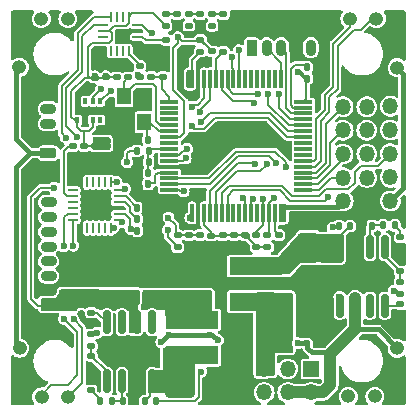
<source format=gbr>
G04 #@! TF.GenerationSoftware,KiCad,Pcbnew,8.0.4-8.0.4-0~ubuntu24.04.1*
G04 #@! TF.CreationDate,2024-09-03T20:49:09+07:00*
G04 #@! TF.ProjectId,OpenDrone_FC_F405_HW,4f70656e-4472-46f6-9e65-5f46435f4634,rev?*
G04 #@! TF.SameCoordinates,Original*
G04 #@! TF.FileFunction,Copper,L1,Top*
G04 #@! TF.FilePolarity,Positive*
%FSLAX46Y46*%
G04 Gerber Fmt 4.6, Leading zero omitted, Abs format (unit mm)*
G04 Created by KiCad (PCBNEW 8.0.4-8.0.4-0~ubuntu24.04.1) date 2024-09-03 20:49:09*
%MOMM*%
%LPD*%
G01*
G04 APERTURE LIST*
G04 Aperture macros list*
%AMRoundRect*
0 Rectangle with rounded corners*
0 $1 Rounding radius*
0 $2 $3 $4 $5 $6 $7 $8 $9 X,Y pos of 4 corners*
0 Add a 4 corners polygon primitive as box body*
4,1,4,$2,$3,$4,$5,$6,$7,$8,$9,$2,$3,0*
0 Add four circle primitives for the rounded corners*
1,1,$1+$1,$2,$3*
1,1,$1+$1,$4,$5*
1,1,$1+$1,$6,$7*
1,1,$1+$1,$8,$9*
0 Add four rect primitives between the rounded corners*
20,1,$1+$1,$2,$3,$4,$5,0*
20,1,$1+$1,$4,$5,$6,$7,0*
20,1,$1+$1,$6,$7,$8,$9,0*
20,1,$1+$1,$8,$9,$2,$3,0*%
G04 Aperture macros list end*
G04 #@! TA.AperFunction,SMDPad,CuDef*
%ADD10RoundRect,0.140000X0.170000X-0.140000X0.170000X0.140000X-0.170000X0.140000X-0.170000X-0.140000X0*%
G04 #@! TD*
G04 #@! TA.AperFunction,SMDPad,CuDef*
%ADD11RoundRect,0.250000X1.100000X-0.325000X1.100000X0.325000X-1.100000X0.325000X-1.100000X-0.325000X0*%
G04 #@! TD*
G04 #@! TA.AperFunction,SMDPad,CuDef*
%ADD12RoundRect,0.140000X-0.140000X-0.170000X0.140000X-0.170000X0.140000X0.170000X-0.140000X0.170000X0*%
G04 #@! TD*
G04 #@! TA.AperFunction,SMDPad,CuDef*
%ADD13RoundRect,0.135000X-0.185000X0.135000X-0.185000X-0.135000X0.185000X-0.135000X0.185000X0.135000X0*%
G04 #@! TD*
G04 #@! TA.AperFunction,ComponentPad*
%ADD14O,1.200000X1.200000*%
G04 #@! TD*
G04 #@! TA.AperFunction,SMDPad,CuDef*
%ADD15RoundRect,0.135000X0.185000X-0.135000X0.185000X0.135000X-0.185000X0.135000X-0.185000X-0.135000X0*%
G04 #@! TD*
G04 #@! TA.AperFunction,SMDPad,CuDef*
%ADD16RoundRect,0.140000X-0.170000X0.140000X-0.170000X-0.140000X0.170000X-0.140000X0.170000X0.140000X0*%
G04 #@! TD*
G04 #@! TA.AperFunction,SMDPad,CuDef*
%ADD17RoundRect,0.062500X-0.350000X-0.062500X0.350000X-0.062500X0.350000X0.062500X-0.350000X0.062500X0*%
G04 #@! TD*
G04 #@! TA.AperFunction,SMDPad,CuDef*
%ADD18RoundRect,0.062500X-0.062500X-0.350000X0.062500X-0.350000X0.062500X0.350000X-0.062500X0.350000X0*%
G04 #@! TD*
G04 #@! TA.AperFunction,SMDPad,CuDef*
%ADD19RoundRect,0.075000X-0.700000X-0.075000X0.700000X-0.075000X0.700000X0.075000X-0.700000X0.075000X0*%
G04 #@! TD*
G04 #@! TA.AperFunction,SMDPad,CuDef*
%ADD20RoundRect,0.075000X-0.075000X-0.700000X0.075000X-0.700000X0.075000X0.700000X-0.075000X0.700000X0*%
G04 #@! TD*
G04 #@! TA.AperFunction,SMDPad,CuDef*
%ADD21RoundRect,0.147500X0.172500X-0.147500X0.172500X0.147500X-0.172500X0.147500X-0.172500X-0.147500X0*%
G04 #@! TD*
G04 #@! TA.AperFunction,SMDPad,CuDef*
%ADD22RoundRect,0.250000X0.325000X1.100000X-0.325000X1.100000X-0.325000X-1.100000X0.325000X-1.100000X0*%
G04 #@! TD*
G04 #@! TA.AperFunction,SMDPad,CuDef*
%ADD23RoundRect,0.140000X0.140000X0.170000X-0.140000X0.170000X-0.140000X-0.170000X0.140000X-0.170000X0*%
G04 #@! TD*
G04 #@! TA.AperFunction,SMDPad,CuDef*
%ADD24RoundRect,0.135000X-0.135000X-0.185000X0.135000X-0.185000X0.135000X0.185000X-0.135000X0.185000X0*%
G04 #@! TD*
G04 #@! TA.AperFunction,SMDPad,CuDef*
%ADD25RoundRect,0.062500X0.062500X-0.375000X0.062500X0.375000X-0.062500X0.375000X-0.062500X-0.375000X0*%
G04 #@! TD*
G04 #@! TA.AperFunction,SMDPad,CuDef*
%ADD26RoundRect,0.062500X0.375000X-0.062500X0.375000X0.062500X-0.375000X0.062500X-0.375000X-0.062500X0*%
G04 #@! TD*
G04 #@! TA.AperFunction,SMDPad,CuDef*
%ADD27R,2.150000X2.150000*%
G04 #@! TD*
G04 #@! TA.AperFunction,ComponentPad*
%ADD28RoundRect,0.225000X0.475000X-0.225000X0.475000X0.225000X-0.475000X0.225000X-0.475000X-0.225000X0*%
G04 #@! TD*
G04 #@! TA.AperFunction,ComponentPad*
%ADD29O,1.400000X0.900000*%
G04 #@! TD*
G04 #@! TA.AperFunction,ComponentPad*
%ADD30RoundRect,0.225000X-0.225000X-0.475000X0.225000X-0.475000X0.225000X0.475000X-0.225000X0.475000X0*%
G04 #@! TD*
G04 #@! TA.AperFunction,ComponentPad*
%ADD31O,0.900000X1.400000*%
G04 #@! TD*
G04 #@! TA.AperFunction,ComponentPad*
%ADD32O,1.350000X1.350000*%
G04 #@! TD*
G04 #@! TA.AperFunction,SMDPad,CuDef*
%ADD33R,1.200000X1.400000*%
G04 #@! TD*
G04 #@! TA.AperFunction,SMDPad,CuDef*
%ADD34RoundRect,0.150000X0.150000X-0.825000X0.150000X0.825000X-0.150000X0.825000X-0.150000X-0.825000X0*%
G04 #@! TD*
G04 #@! TA.AperFunction,HeatsinkPad*
%ADD35R,3.000000X2.290000*%
G04 #@! TD*
G04 #@! TA.AperFunction,SMDPad,CuDef*
%ADD36RoundRect,0.250000X-0.650000X1.000000X-0.650000X-1.000000X0.650000X-1.000000X0.650000X1.000000X0*%
G04 #@! TD*
G04 #@! TA.AperFunction,SMDPad,CuDef*
%ADD37R,4.500000X1.500000*%
G04 #@! TD*
G04 #@! TA.AperFunction,SMDPad,CuDef*
%ADD38RoundRect,0.150000X-0.150000X0.825000X-0.150000X-0.825000X0.150000X-0.825000X0.150000X0.825000X0*%
G04 #@! TD*
G04 #@! TA.AperFunction,ComponentPad*
%ADD39R,1.350000X1.350000*%
G04 #@! TD*
G04 #@! TA.AperFunction,SMDPad,CuDef*
%ADD40RoundRect,0.135000X0.135000X0.185000X-0.135000X0.185000X-0.135000X-0.185000X0.135000X-0.185000X0*%
G04 #@! TD*
G04 #@! TA.AperFunction,SMDPad,CuDef*
%ADD41RoundRect,0.250000X-0.325000X-1.100000X0.325000X-1.100000X0.325000X1.100000X-0.325000X1.100000X0*%
G04 #@! TD*
G04 #@! TA.AperFunction,SMDPad,CuDef*
%ADD42RoundRect,0.250000X-1.000000X-0.650000X1.000000X-0.650000X1.000000X0.650000X-1.000000X0.650000X0*%
G04 #@! TD*
G04 #@! TA.AperFunction,SMDPad,CuDef*
%ADD43R,0.350000X0.500000*%
G04 #@! TD*
G04 #@! TA.AperFunction,ViaPad*
%ADD44C,0.600000*%
G04 #@! TD*
G04 #@! TA.AperFunction,Conductor*
%ADD45C,0.200000*%
G04 #@! TD*
G04 #@! TA.AperFunction,Conductor*
%ADD46C,0.400000*%
G04 #@! TD*
G04 #@! TA.AperFunction,Conductor*
%ADD47C,1.000000*%
G04 #@! TD*
G04 #@! TA.AperFunction,Conductor*
%ADD48C,0.500000*%
G04 #@! TD*
G04 APERTURE END LIST*
D10*
X166750000Y-86780000D03*
X166750000Y-85820000D03*
D11*
X139825000Y-90875000D03*
X139825000Y-87925000D03*
D12*
X144480000Y-84290000D03*
X145440000Y-84290000D03*
D13*
X140600000Y-94010000D03*
X140600000Y-95030000D03*
D14*
X164735000Y-67287500D03*
X162485000Y-67287500D03*
D15*
X154555000Y-86650000D03*
X154555000Y-85630000D03*
D14*
X134502500Y-71415000D03*
X134502500Y-69165000D03*
D16*
X166750000Y-91450000D03*
X166750000Y-92410000D03*
D12*
X158870000Y-72375000D03*
X159830000Y-72375000D03*
D17*
X141547500Y-67830000D03*
X141547500Y-68330000D03*
X141547500Y-68830000D03*
X141547500Y-69330000D03*
D18*
X142260000Y-70042500D03*
X142760000Y-70042500D03*
X143260000Y-70042500D03*
X143760000Y-70042500D03*
D17*
X144472500Y-69330000D03*
X144472500Y-68830000D03*
X144472500Y-68330000D03*
X144472500Y-67830000D03*
D18*
X143760000Y-67117500D03*
X143260000Y-67117500D03*
X142760000Y-67117500D03*
X142260000Y-67117500D03*
D16*
X140600000Y-97800000D03*
X140600000Y-98760000D03*
X144725000Y-71270000D03*
X144725000Y-72230000D03*
D15*
X146900000Y-67910000D03*
X146900000Y-66890000D03*
D19*
X147200000Y-74325000D03*
X147200000Y-74825000D03*
X147200000Y-75325000D03*
X147200000Y-75825000D03*
X147200000Y-76325000D03*
X147200000Y-76825000D03*
X147200000Y-77325000D03*
X147200000Y-77825000D03*
X147200000Y-78325000D03*
X147200000Y-78825000D03*
X147200000Y-79325000D03*
X147200000Y-79825000D03*
X147200000Y-80325000D03*
X147200000Y-80825000D03*
X147200000Y-81325000D03*
X147200000Y-81825000D03*
D20*
X149125000Y-83750000D03*
X149625000Y-83750000D03*
X150125000Y-83750000D03*
X150625000Y-83750000D03*
X151125000Y-83750000D03*
X151625000Y-83750000D03*
X152125000Y-83750000D03*
X152625000Y-83750000D03*
X153125000Y-83750000D03*
X153625000Y-83750000D03*
X154125000Y-83750000D03*
X154625000Y-83750000D03*
X155125000Y-83750000D03*
X155625000Y-83750000D03*
X156125000Y-83750000D03*
X156625000Y-83750000D03*
D19*
X158550000Y-81825000D03*
X158550000Y-81325000D03*
X158550000Y-80825000D03*
X158550000Y-80325000D03*
X158550000Y-79825000D03*
X158550000Y-79325000D03*
X158550000Y-78825000D03*
X158550000Y-78325000D03*
X158550000Y-77825000D03*
X158550000Y-77325000D03*
X158550000Y-76825000D03*
X158550000Y-76325000D03*
X158550000Y-75825000D03*
X158550000Y-75325000D03*
X158550000Y-74825000D03*
X158550000Y-74325000D03*
D20*
X156625000Y-72400000D03*
X156125000Y-72400000D03*
X155625000Y-72400000D03*
X155125000Y-72400000D03*
X154625000Y-72400000D03*
X154125000Y-72400000D03*
X153625000Y-72400000D03*
X153125000Y-72400000D03*
X152625000Y-72400000D03*
X152125000Y-72400000D03*
X151625000Y-72400000D03*
X151125000Y-72400000D03*
X150625000Y-72400000D03*
X150125000Y-72400000D03*
X149625000Y-72400000D03*
X149125000Y-72400000D03*
D12*
X161560000Y-84845000D03*
X162520000Y-84845000D03*
D21*
X147850000Y-67885000D03*
X147850000Y-66915000D03*
D14*
X134517500Y-95195000D03*
X134517500Y-97445000D03*
D16*
X156450000Y-85620000D03*
X156450000Y-86580000D03*
D10*
X141820000Y-72280000D03*
X141820000Y-71320000D03*
D22*
X155350000Y-93775000D03*
X152400000Y-93775000D03*
D23*
X145430000Y-80380000D03*
X144470000Y-80380000D03*
D24*
X144440000Y-78500000D03*
X145460000Y-78500000D03*
D16*
X152640000Y-85642047D03*
X152640000Y-86602047D03*
D15*
X150825000Y-67910000D03*
X150825000Y-66890000D03*
D16*
X139030000Y-78080000D03*
X139030000Y-79040000D03*
D15*
X147894999Y-86640000D03*
X147894999Y-85620000D03*
D13*
X149794999Y-85620000D03*
X149794999Y-86640000D03*
X140600000Y-95870000D03*
X140600000Y-96890000D03*
D14*
X164595000Y-99287500D03*
X162345000Y-99287500D03*
D25*
X139730000Y-85020000D03*
X140230000Y-85020000D03*
X140730000Y-85020000D03*
X141230000Y-85020000D03*
X141730000Y-85020000D03*
X142230000Y-85020000D03*
D26*
X142917500Y-84332500D03*
X142917500Y-83832500D03*
X142917500Y-83332500D03*
X142917500Y-82832500D03*
X142917500Y-82332500D03*
X142917500Y-81832500D03*
D25*
X142230000Y-81145000D03*
X141730000Y-81145000D03*
X141230000Y-81145000D03*
X140730000Y-81145000D03*
X140230000Y-81145000D03*
X139730000Y-81145000D03*
D26*
X139042500Y-81832500D03*
X139042500Y-82332500D03*
X139042500Y-82832500D03*
X139042500Y-83332500D03*
X139042500Y-83832500D03*
X139042500Y-84332500D03*
D27*
X140980000Y-83082500D03*
D16*
X151700000Y-85642047D03*
X151700000Y-86602047D03*
D28*
X136950000Y-78680000D03*
D29*
X136950000Y-77430000D03*
X136950000Y-76180000D03*
X136950000Y-74930000D03*
D12*
X163430000Y-84825000D03*
X164390000Y-84825000D03*
D30*
X154180000Y-69760000D03*
D31*
X155430000Y-69760000D03*
X156680000Y-69760000D03*
X157930000Y-69760000D03*
X159180000Y-69760000D03*
D16*
X150732600Y-85660000D03*
X150732600Y-86620000D03*
D32*
X163910000Y-74750000D03*
X163910000Y-76750000D03*
X163910000Y-78750000D03*
X163910000Y-80750000D03*
X163910000Y-82750000D03*
D14*
X136355000Y-67302500D03*
X138605000Y-67302500D03*
D33*
X145060000Y-76050000D03*
X145060000Y-73850000D03*
X143360000Y-73850000D03*
X143360000Y-76050000D03*
D11*
X149450000Y-90900000D03*
X149450000Y-87950000D03*
D10*
X145675000Y-72225000D03*
X145675000Y-71265000D03*
D12*
X144445000Y-77550000D03*
X145405000Y-77550000D03*
D21*
X151775000Y-67885000D03*
X151775000Y-66915000D03*
D34*
X161645000Y-91595000D03*
X162915000Y-91595000D03*
X164185000Y-91595000D03*
X165455000Y-91595000D03*
X165455000Y-86645000D03*
X164185000Y-86645000D03*
X162915000Y-86645000D03*
X161645000Y-86645000D03*
D35*
X163550000Y-89120000D03*
D14*
X166482500Y-71445000D03*
X166482500Y-69195000D03*
D23*
X146080000Y-99680000D03*
X145120000Y-99680000D03*
X144200000Y-99680000D03*
X143240000Y-99680000D03*
D15*
X155505000Y-86650000D03*
X155505000Y-85630000D03*
D16*
X153600000Y-85652047D03*
X153600000Y-86612047D03*
D36*
X158975000Y-86675000D03*
X158975000Y-90675000D03*
D10*
X146650000Y-72225000D03*
X146650000Y-71265000D03*
D21*
X149825000Y-67867500D03*
X149825000Y-66897500D03*
D24*
X144450000Y-83310000D03*
X145470000Y-83310000D03*
D15*
X148850000Y-67910000D03*
X148850000Y-66890000D03*
D32*
X161910000Y-74750000D03*
X161910000Y-76750000D03*
X161910000Y-78750000D03*
X161910000Y-80750000D03*
X161910000Y-82750000D03*
D16*
X141910000Y-78090000D03*
X141910000Y-79050000D03*
D28*
X136970000Y-91590000D03*
D29*
X136970000Y-90340000D03*
X136970000Y-89090000D03*
X136970000Y-87840000D03*
X136970000Y-86590000D03*
X136970000Y-85340000D03*
X136970000Y-84090000D03*
X136970000Y-82840000D03*
D37*
X149101000Y-95799600D03*
X149101000Y-92802400D03*
D12*
X158870000Y-71425000D03*
X159830000Y-71425000D03*
D11*
X146225000Y-90875000D03*
X146225000Y-87925000D03*
D13*
X151775000Y-69060000D03*
X151775000Y-70080000D03*
D16*
X139990000Y-78100000D03*
X139990000Y-79060000D03*
X143725000Y-71295000D03*
X143725000Y-72255000D03*
X140940000Y-78100000D03*
X140940000Y-79060000D03*
D38*
X145705000Y-93005000D03*
X144435000Y-93005000D03*
X143165000Y-93005000D03*
X141895000Y-93005000D03*
X141895000Y-97955000D03*
X143165000Y-97955000D03*
X144435000Y-97955000D03*
X145705000Y-97955000D03*
D35*
X143800000Y-95480000D03*
D37*
X154549000Y-88250400D03*
X154549000Y-91247600D03*
D39*
X159225000Y-96950000D03*
D32*
X159225000Y-98950000D03*
X157225000Y-96950000D03*
X157225000Y-98950000D03*
X155225000Y-96950000D03*
X155225000Y-98950000D03*
D14*
X166477500Y-95205000D03*
X166477500Y-97455000D03*
D40*
X142360000Y-99680000D03*
X141340000Y-99680000D03*
D10*
X140900000Y-72290000D03*
X140900000Y-71330000D03*
D40*
X145470000Y-79440000D03*
X144450000Y-79440000D03*
D23*
X145430000Y-81325000D03*
X144470000Y-81325000D03*
D41*
X157000000Y-93800000D03*
X159950000Y-93800000D03*
D12*
X144470000Y-85250000D03*
X145430000Y-85250000D03*
D15*
X166750000Y-88700000D03*
X166750000Y-87680000D03*
D10*
X150825000Y-70055000D03*
X150825000Y-69095000D03*
D15*
X149825000Y-70085000D03*
X149825000Y-69065000D03*
D24*
X165280000Y-84805000D03*
X166300000Y-84805000D03*
D15*
X166740000Y-90580000D03*
X166740000Y-89560000D03*
D42*
X148125000Y-98475000D03*
X152125000Y-98475000D03*
D16*
X140600000Y-92200000D03*
X140600000Y-93160000D03*
D43*
X139410000Y-74290000D03*
X140060000Y-74290000D03*
X140710000Y-74290000D03*
X141360000Y-74290000D03*
X141360000Y-75890000D03*
X140710000Y-75890000D03*
X140060000Y-75890000D03*
X139410000Y-75890000D03*
D16*
X146925000Y-69095000D03*
X146925000Y-70055000D03*
D10*
X142760000Y-72270000D03*
X142760000Y-71310000D03*
D32*
X165910000Y-74725000D03*
X165910000Y-76725000D03*
X165910000Y-78725000D03*
X165910000Y-80725000D03*
X165910000Y-82725000D03*
D11*
X143025000Y-90875000D03*
X143025000Y-87925000D03*
D16*
X148850000Y-85637047D03*
X148850000Y-86597047D03*
D14*
X136375000Y-99317500D03*
X138625000Y-99317500D03*
D44*
X143200000Y-95500000D03*
X141425000Y-70225000D03*
X139700000Y-89175000D03*
X144900000Y-97225000D03*
X150060000Y-77720000D03*
X160150000Y-83975000D03*
X142950000Y-68525000D03*
X139960000Y-80140000D03*
X150080000Y-78720000D03*
X159050000Y-83975000D03*
X138950000Y-80120000D03*
X164375000Y-89700000D03*
X142725000Y-71200000D03*
X136190000Y-93510000D03*
X163450000Y-89675000D03*
X141085000Y-83245000D03*
X162450000Y-88525000D03*
X149110000Y-82420000D03*
X141050000Y-82300000D03*
X145550000Y-89225000D03*
X155800000Y-89775000D03*
X144025000Y-97200000D03*
X145150000Y-82600000D03*
X154675000Y-77625000D03*
X148300000Y-71000000D03*
X142150000Y-94525000D03*
X165575000Y-93150000D03*
X166275000Y-86550000D03*
X154600000Y-76475000D03*
X140110000Y-82280000D03*
X159550000Y-88875000D03*
X145300000Y-70400000D03*
X140480000Y-73240000D03*
X161850000Y-93190000D03*
X135580000Y-73990000D03*
X144050000Y-98275000D03*
X143200000Y-76625000D03*
X145450000Y-74600000D03*
X153900000Y-67100000D03*
X157175000Y-67100000D03*
X159075000Y-91625000D03*
X152575000Y-99050000D03*
X166275000Y-87376473D03*
X154625000Y-89775000D03*
X142150000Y-95500000D03*
X152575000Y-92525000D03*
X153825000Y-92500000D03*
X158500000Y-88875000D03*
X139750000Y-92275000D03*
X155725000Y-77775000D03*
X144300000Y-89200000D03*
X140900000Y-89200000D03*
X149350000Y-77350000D03*
X136570000Y-73120000D03*
X150075000Y-79675000D03*
X151200000Y-97925000D03*
X148375000Y-82950000D03*
X147825000Y-67825000D03*
X144200000Y-95525000D03*
X140860000Y-80150000D03*
X135670000Y-92780000D03*
X160530000Y-93210000D03*
X160300000Y-72350000D03*
X164675000Y-83900000D03*
X146310000Y-84850000D03*
X153450000Y-89775000D03*
X160225000Y-91600000D03*
X140450000Y-96800000D03*
X144550000Y-74425000D03*
X151200000Y-99050000D03*
X164375000Y-88575000D03*
X144200000Y-94550000D03*
X143100000Y-89175000D03*
X149300000Y-73875000D03*
X160275000Y-71475000D03*
X162450000Y-89650000D03*
X140625000Y-93100000D03*
X139650000Y-73560000D03*
X136360000Y-80480000D03*
X156775000Y-77875000D03*
X137430000Y-80500000D03*
X160150000Y-84850000D03*
X149850000Y-67850000D03*
X163300000Y-83875000D03*
X143200000Y-94525000D03*
X144900000Y-98275000D03*
X166260000Y-92250000D03*
X145975000Y-69775000D03*
X158950000Y-67075000D03*
X152500000Y-97900000D03*
X136710000Y-92790000D03*
X149990000Y-81970000D03*
X141380000Y-76660000D03*
X142210000Y-76630000D03*
X140425000Y-97775000D03*
X146300000Y-82790000D03*
X146300000Y-83820000D03*
X163450000Y-88550000D03*
X143598584Y-69100559D03*
X155425000Y-67075000D03*
X161180000Y-93890000D03*
X135600000Y-73100000D03*
X141000000Y-71250000D03*
X148700000Y-70025000D03*
X150225000Y-70975000D03*
X142000000Y-89175000D03*
X159025000Y-84850000D03*
X156775000Y-84170000D03*
X158111029Y-71825000D03*
X143970000Y-85120000D03*
X142725000Y-81111765D03*
X148950000Y-72200000D03*
X141940000Y-77660000D03*
X153735001Y-85658861D03*
X141825000Y-72175000D03*
X140900000Y-72175000D03*
X140950000Y-77660000D03*
X156775000Y-83275000D03*
X146625000Y-72225000D03*
X152640000Y-85642047D03*
X145675000Y-72225000D03*
X145365079Y-81190000D03*
X147050000Y-85175000D03*
X137425000Y-81600000D03*
X157270000Y-92575000D03*
X166225000Y-90325000D03*
X145070000Y-91743252D03*
X149820000Y-90650000D03*
X141097347Y-93893158D03*
X149820000Y-91620000D03*
X148890000Y-90650000D03*
X148890000Y-91620000D03*
X144562989Y-72050000D03*
X145700000Y-68525000D03*
X147125000Y-84150000D03*
X148725000Y-78325000D03*
X152505757Y-70541138D03*
X148850000Y-67885000D03*
X147925000Y-68875000D03*
X155425000Y-79600000D03*
X160654214Y-82430002D03*
X154425000Y-79600000D03*
X153436407Y-82524279D03*
X154700000Y-73675000D03*
X148968235Y-84150000D03*
X150825000Y-67950000D03*
X153075000Y-69975000D03*
X148579265Y-79129265D03*
X143427500Y-81702500D03*
X149850000Y-76025000D03*
X149080000Y-76420000D03*
X154400000Y-74425000D03*
X154282348Y-82532348D03*
X148410000Y-81925000D03*
X149080000Y-74785000D03*
X150675000Y-94052402D03*
X147139436Y-94112966D03*
X146511025Y-94682969D03*
X151325000Y-94525000D03*
X158875000Y-94795789D03*
X158075000Y-94775000D03*
X138450000Y-77400000D03*
X142470000Y-85020000D03*
X143224178Y-84535822D03*
X139390001Y-77326798D03*
X156475000Y-73700000D03*
X155589252Y-73675000D03*
X143623113Y-79450000D03*
X139100000Y-92750000D03*
X156025000Y-82475001D03*
X141430000Y-73250000D03*
X139065453Y-86520000D03*
X138250000Y-86560000D03*
X142219998Y-73430002D03*
X155125000Y-82550000D03*
X138272342Y-92726316D03*
X149810000Y-75170000D03*
X156250000Y-79550000D03*
X157099265Y-79825735D03*
X149917787Y-97184470D03*
X145775000Y-93625000D03*
X161600000Y-90850000D03*
X161025000Y-84980000D03*
D45*
X157475000Y-71550000D02*
X157475000Y-74625000D01*
X157675000Y-74825000D02*
X158550000Y-74825000D01*
X157475000Y-74625000D02*
X157675000Y-74825000D01*
X158870000Y-71425000D02*
X158670000Y-71225000D01*
X158670000Y-71225000D02*
X157800000Y-71225000D01*
X158950000Y-71505000D02*
X158870000Y-71425000D01*
X157800000Y-71225000D02*
X157475000Y-71550000D01*
X156125000Y-85295000D02*
X156450000Y-85620000D01*
X156125000Y-83750000D02*
X156125000Y-85295000D01*
X150732600Y-85357600D02*
X150732600Y-85660000D01*
X146625000Y-72225000D02*
X146570000Y-72280000D01*
D46*
X156850000Y-83350000D02*
X156775000Y-83275000D01*
D45*
X140380000Y-76810000D02*
X139990000Y-76810000D01*
X142310000Y-68500000D02*
X142140000Y-68330000D01*
X141648552Y-72300000D02*
X140470000Y-72300000D01*
X142550000Y-67880000D02*
X142100000Y-68330000D01*
X141920000Y-72270000D02*
X142710000Y-72270000D01*
X145365079Y-81190000D02*
X145430000Y-81254921D01*
X140660000Y-69330000D02*
X141547500Y-69330000D01*
X140020000Y-72300000D02*
X138880000Y-73440000D01*
X152640000Y-85642047D02*
X153590000Y-85642047D01*
X154555000Y-86650000D02*
X154555000Y-86568924D01*
X140470000Y-72300000D02*
X140290000Y-72120000D01*
X154475000Y-86650000D02*
X155425000Y-86650000D01*
X142120000Y-69330000D02*
X142310000Y-69140000D01*
X147200000Y-73895686D02*
X147200000Y-74325000D01*
X150125000Y-84750000D02*
X150732600Y-85357600D01*
X139170000Y-75890000D02*
X139410000Y-75890000D01*
X143760000Y-67690000D02*
X143570000Y-67880000D01*
X158775000Y-72470000D02*
X158775000Y-74100000D01*
X142691765Y-81145000D02*
X142230000Y-81145000D01*
X146010000Y-80570000D02*
X146255000Y-80325000D01*
X140290000Y-72120000D02*
X140290000Y-69700000D01*
X143900000Y-85050000D02*
X144100000Y-85250000D01*
X140830000Y-72290000D02*
X140480000Y-72290000D01*
X149125000Y-72375000D02*
X148950000Y-72200000D01*
X151700000Y-85642047D02*
X152640000Y-85642047D01*
X140290000Y-69700000D02*
X140660000Y-69330000D01*
X144340000Y-85120000D02*
X144470000Y-85250000D01*
X153735001Y-85748925D02*
X153735001Y-85658861D01*
X144077500Y-66800000D02*
X145815000Y-66800000D01*
X149125000Y-72400000D02*
X149125000Y-70785000D01*
X140710000Y-76480000D02*
X140380000Y-76810000D01*
X150732600Y-85660000D02*
X151682047Y-85660000D01*
D46*
X161435000Y-83225000D02*
X156825000Y-83225000D01*
D45*
X153590000Y-85642047D02*
X153600000Y-85652047D01*
X141900000Y-78100000D02*
X141910000Y-78090000D01*
X141547500Y-69330000D02*
X142120000Y-69330000D01*
X140950000Y-77550000D02*
X140950000Y-77660000D01*
X143970000Y-85120000D02*
X144340000Y-85120000D01*
X146010000Y-81165000D02*
X146010000Y-80570000D01*
X143570000Y-67880000D02*
X142550000Y-67880000D01*
X146570000Y-72280000D02*
X146570000Y-73265686D01*
X156625000Y-83750000D02*
X156625000Y-83830001D01*
D46*
X161910000Y-82750000D02*
X161435000Y-83225000D01*
D45*
X139990000Y-78100000D02*
X139990000Y-76810000D01*
X141974386Y-68330000D02*
X141547500Y-68330000D01*
X145675000Y-72225000D02*
X146625000Y-72225000D01*
X146570000Y-72170000D02*
X146625000Y-72225000D01*
X139990000Y-78100000D02*
X141900000Y-78100000D01*
X151682047Y-85660000D02*
X151700000Y-85642047D01*
X143760000Y-67117500D02*
X144077500Y-66800000D01*
X142310000Y-69140000D02*
X142310000Y-68500000D01*
X158870000Y-72375000D02*
X158775000Y-72470000D01*
X150125000Y-83750000D02*
X150125000Y-84750000D01*
X140480000Y-72290000D02*
X140470000Y-72300000D01*
X145430000Y-81254921D02*
X145430000Y-81325000D01*
X158661029Y-72375000D02*
X158870000Y-72375000D01*
X154555000Y-86568924D02*
X153735001Y-85748925D01*
X138880000Y-73440000D02*
X138880000Y-75600000D01*
X139990000Y-76810000D02*
X139708529Y-76810000D01*
X146570000Y-73265686D02*
X147200000Y-73895686D01*
X149125000Y-70785000D02*
X149825000Y-70085000D01*
X158320000Y-71825000D02*
X158870000Y-72375000D01*
X146255000Y-80325000D02*
X147200000Y-80325000D01*
X146570000Y-72069999D02*
X146570000Y-72170000D01*
D46*
X156825000Y-83225000D02*
X156775000Y-83275000D01*
D45*
X140470000Y-72300000D02*
X140020000Y-72300000D01*
X143760000Y-67117500D02*
X143760000Y-67690000D01*
X138880000Y-75600000D02*
X139170000Y-75890000D01*
X143456814Y-83832500D02*
X143900000Y-84275686D01*
X139410000Y-76511471D02*
X139410000Y-75890000D01*
X144100000Y-85250000D02*
X144470000Y-85250000D01*
X145815000Y-66800000D02*
X146900000Y-67885000D01*
X142917500Y-83832500D02*
X143456814Y-83832500D01*
X149125000Y-72400000D02*
X149125000Y-72375000D01*
X156625000Y-83750000D02*
X156625000Y-83875000D01*
X140710000Y-75890000D02*
X140710000Y-76480000D01*
X158111029Y-71825000D02*
X158661029Y-72375000D01*
X142140000Y-68330000D02*
X141974386Y-68330000D01*
X141010000Y-77490000D02*
X140950000Y-77550000D01*
X142725000Y-81111765D02*
X142691765Y-81145000D01*
X145985000Y-81190000D02*
X146010000Y-81165000D01*
X139708529Y-76810000D02*
X139410000Y-76511471D01*
X142100000Y-68330000D02*
X141974386Y-68330000D01*
X158775000Y-74100000D02*
X158550000Y-74325000D01*
X158111029Y-71825000D02*
X158320000Y-71825000D01*
X143900000Y-84275686D02*
X143900000Y-85050000D01*
X145365079Y-81190000D02*
X145985000Y-81190000D01*
X146070000Y-76002410D02*
X146070000Y-73080000D01*
X147200000Y-76325000D02*
X146392590Y-76325000D01*
X143360000Y-73850000D02*
X143360000Y-72620000D01*
X143360000Y-72620000D02*
X143725000Y-72255000D01*
X143360000Y-73750000D02*
X143360000Y-73850000D01*
X145830000Y-72840000D02*
X144270000Y-72840000D01*
X146070000Y-73080000D02*
X145830000Y-72840000D01*
X144270000Y-72840000D02*
X143360000Y-73750000D01*
X143360000Y-73870000D02*
X143360000Y-73760000D01*
X146392590Y-76325000D02*
X146070000Y-76002410D01*
X145300000Y-76290000D02*
X145060000Y-76050000D01*
X145405000Y-77550000D02*
X145300000Y-77445000D01*
X147200000Y-76825000D02*
X146300000Y-76825000D01*
X146300000Y-76825000D02*
X145576076Y-76101076D01*
X145300000Y-77445000D02*
X145300000Y-76290000D01*
X145576076Y-76101076D02*
X145060000Y-76101076D01*
X147050000Y-85795001D02*
X147894999Y-86640000D01*
X147050000Y-85175000D02*
X147050000Y-85795001D01*
X135450000Y-82400000D02*
X135450000Y-91000000D01*
X136250000Y-81600000D02*
X135450000Y-82400000D01*
X137425000Y-81600000D02*
X136250000Y-81600000D01*
X136040000Y-91590000D02*
X136970000Y-91590000D01*
X135450000Y-91000000D02*
X136040000Y-91590000D01*
X145550000Y-99250000D02*
X145550000Y-98110000D01*
X145120000Y-99680000D02*
X145550000Y-99250000D01*
X145550000Y-98110000D02*
X145705000Y-97955000D01*
X166485000Y-90325000D02*
X166740000Y-90580000D01*
X166225000Y-90325000D02*
X166485000Y-90325000D01*
X141097347Y-93893158D02*
X140980505Y-94010000D01*
X145070000Y-91743252D02*
X145938252Y-90875000D01*
X145938252Y-90875000D02*
X146325000Y-90875000D01*
X140980505Y-94010000D02*
X140600000Y-94010000D01*
X160485686Y-81750000D02*
X162360000Y-81750000D01*
X157600000Y-82325000D02*
X159910686Y-82325000D01*
X152255000Y-81425000D02*
X156700000Y-81425000D01*
X151625000Y-82055000D02*
X152255000Y-81425000D01*
X163400000Y-79760000D02*
X164885000Y-79760000D01*
X162360000Y-81750000D02*
X162910000Y-81200000D01*
X162910000Y-81200000D02*
X162910000Y-80250000D01*
X162910000Y-80250000D02*
X163400000Y-79760000D01*
X159910686Y-82325000D02*
X160485686Y-81750000D01*
X156700000Y-81425000D02*
X157600000Y-82325000D01*
X164885000Y-79760000D02*
X165910000Y-78735000D01*
X151625000Y-83750000D02*
X151625000Y-82055000D01*
X143840000Y-83650000D02*
X144480000Y-84290000D01*
X143422500Y-82832500D02*
X143840000Y-83250000D01*
X143840000Y-83250000D02*
X143840000Y-83650000D01*
X142917500Y-82832500D02*
X143422500Y-82832500D01*
X138270000Y-82050000D02*
X138270000Y-78530000D01*
X138270000Y-78530000D02*
X138720000Y-78080000D01*
X138552500Y-82332500D02*
X138270000Y-82050000D01*
X138720000Y-78080000D02*
X139030000Y-78080000D01*
X139042500Y-82332500D02*
X138552500Y-82332500D01*
X144725000Y-71270000D02*
X144725000Y-71250000D01*
X143760000Y-70285000D02*
X143760000Y-70042500D01*
X144725000Y-71250000D02*
X143760000Y-70285000D01*
X145700000Y-68525000D02*
X145594386Y-68525000D01*
X145594386Y-68525000D02*
X144899386Y-67830000D01*
X144899386Y-67830000D02*
X144472500Y-67830000D01*
X145194386Y-69125000D02*
X146895000Y-69125000D01*
X144899386Y-68830000D02*
X145194386Y-69125000D01*
X144472500Y-68830000D02*
X144899386Y-68830000D01*
X146895000Y-69125000D02*
X146925000Y-69095000D01*
X148725000Y-78325000D02*
X148520735Y-78529265D01*
X147894999Y-85620000D02*
X149794999Y-85620000D01*
X148035001Y-78825000D02*
X147200000Y-78825000D01*
X147125000Y-84150000D02*
X147725000Y-84750000D01*
X148007410Y-78825000D02*
X147200000Y-78825000D01*
X148520735Y-78529265D02*
X148330736Y-78529265D01*
X147725000Y-85450001D02*
X147894999Y-85620000D01*
X148330736Y-78529265D02*
X148035001Y-78825000D01*
X147725000Y-84750000D02*
X147725000Y-85450001D01*
X152505757Y-71473347D02*
X152625000Y-71592590D01*
X152625000Y-71592590D02*
X152625000Y-72400000D01*
X152505757Y-70541138D02*
X152505757Y-71473347D01*
X147925000Y-68875000D02*
X147925000Y-69400000D01*
X147535000Y-73310000D02*
X148480000Y-74255000D01*
X147925000Y-69400000D02*
X147535000Y-69790000D01*
X148480000Y-74255000D02*
X148480000Y-76980000D01*
X148480000Y-76980000D02*
X148135000Y-77325000D01*
X147925000Y-68875000D02*
X148250000Y-69200000D01*
X149835000Y-69065000D02*
X150825000Y-70055000D01*
X148250000Y-69200000D02*
X149970000Y-69200000D01*
X148135000Y-77325000D02*
X147200000Y-77325000D01*
X149825000Y-69065000D02*
X149835000Y-69065000D01*
X149970000Y-69200000D02*
X150825000Y-70055000D01*
X147535000Y-69790000D02*
X147535000Y-73310000D01*
X151125000Y-70730000D02*
X151125000Y-72400000D01*
X151775000Y-70080000D02*
X151125000Y-70730000D01*
X166750000Y-88700000D02*
X166750000Y-89550000D01*
X166750000Y-88700000D02*
X165455000Y-87405000D01*
X166750000Y-89550000D02*
X166740000Y-89560000D01*
X165455000Y-87405000D02*
X165455000Y-86645000D01*
X155425000Y-79675000D02*
X154900000Y-80200000D01*
X154900000Y-80200000D02*
X152902744Y-80200000D01*
X152902744Y-80200000D02*
X151125000Y-81977744D01*
X151125000Y-81977744D02*
X151125000Y-83750000D01*
X155425000Y-79600000D02*
X155425000Y-79675000D01*
X160359216Y-82725000D02*
X157434314Y-82725000D01*
X157434314Y-82725000D02*
X156534314Y-81825000D01*
X156534314Y-81825000D02*
X152625000Y-81825000D01*
X152125000Y-82325000D02*
X152125000Y-83750000D01*
X152625000Y-81825000D02*
X152125000Y-82325000D01*
X160654214Y-82430002D02*
X160359216Y-82725000D01*
X144450000Y-83290000D02*
X144450000Y-83310000D01*
X143492500Y-82332500D02*
X144450000Y-83290000D01*
X142917500Y-82332500D02*
X143492500Y-82332500D01*
X150625000Y-81915000D02*
X150625000Y-83750000D01*
X154375000Y-79550000D02*
X152987058Y-79550000D01*
X152987058Y-79550000D02*
X150812058Y-81725000D01*
X150812058Y-81727942D02*
X150625000Y-81915000D01*
X154425000Y-79600000D02*
X154375000Y-79550000D01*
X150812058Y-81725000D02*
X150812058Y-81727942D01*
X145635000Y-78325000D02*
X147200000Y-78325000D01*
X145430000Y-80370000D02*
X145430000Y-78490000D01*
X145460000Y-78500000D02*
X145635000Y-78325000D01*
X145430000Y-78490000D02*
X145540000Y-78380000D01*
X153625000Y-82712872D02*
X153625000Y-83750000D01*
X153436407Y-82524279D02*
X153625000Y-82712872D01*
X152125000Y-73207410D02*
X152125000Y-72400000D01*
X152592590Y-73675000D02*
X152125000Y-73207410D01*
X154700000Y-73675000D02*
X152592590Y-73675000D01*
X148968235Y-84150000D02*
X148968235Y-83906765D01*
X148968235Y-83906765D02*
X149125000Y-83750000D01*
X158550000Y-75325000D02*
X157509314Y-75325000D01*
X157075000Y-74890686D02*
X157075000Y-70155000D01*
X157075000Y-70155000D02*
X156680000Y-69760000D01*
X157509314Y-75325000D02*
X157075000Y-74890686D01*
X153075000Y-69975000D02*
X153125000Y-70025000D01*
X150825000Y-67885000D02*
X150825000Y-67950000D01*
X153125000Y-70025000D02*
X153125000Y-72400000D01*
X156625000Y-72400000D02*
X156625000Y-71015660D01*
X155430000Y-69820660D02*
X155430000Y-69760000D01*
X156625000Y-71015660D02*
X155430000Y-69820660D01*
X143297500Y-81832500D02*
X142917500Y-81832500D01*
X143427500Y-81702500D02*
X143297500Y-81832500D01*
X148383530Y-79325000D02*
X147200000Y-79325000D01*
X148579265Y-79129265D02*
X148383530Y-79325000D01*
X161470000Y-73250000D02*
X161470000Y-69575293D01*
X158550000Y-79825000D02*
X159550686Y-79825000D01*
X164512500Y-67117500D02*
X164755000Y-67117500D01*
X160750000Y-73970000D02*
X161470000Y-73250000D01*
X163390000Y-68240000D02*
X164512500Y-67117500D01*
X160750000Y-75240000D02*
X160750000Y-73970000D01*
X159550686Y-79825000D02*
X160040000Y-79335686D01*
X160040000Y-79335686D02*
X160040000Y-75950000D01*
X161470000Y-69575293D02*
X162805293Y-68240000D01*
X160040000Y-75950000D02*
X160750000Y-75240000D01*
X162805293Y-68240000D02*
X163390000Y-68240000D01*
X155700000Y-75275000D02*
X157250000Y-76825000D01*
X150600000Y-75275000D02*
X155700000Y-75275000D01*
X149850000Y-76025000D02*
X150600000Y-75275000D01*
X157250000Y-76825000D02*
X158550000Y-76825000D01*
X149080000Y-76420000D02*
X149285000Y-76625000D01*
X149285000Y-76625000D02*
X150098529Y-76625000D01*
X151048529Y-75675000D02*
X155534314Y-75675000D01*
X150098529Y-76625000D02*
X151048529Y-75675000D01*
X155534314Y-75675000D02*
X157184314Y-77325000D01*
X157184314Y-77325000D02*
X158550000Y-77325000D01*
X151625000Y-73325000D02*
X151625000Y-72400000D01*
X154400000Y-74425000D02*
X154275000Y-74300000D01*
X154275000Y-74300000D02*
X152600000Y-74300000D01*
X152600000Y-74300000D02*
X151625000Y-73325000D01*
X154282348Y-82532348D02*
X154125000Y-82689696D01*
X154125000Y-82689696D02*
X154125000Y-83750000D01*
X148107410Y-81925000D02*
X148007410Y-81825000D01*
X148410000Y-81925000D02*
X148107410Y-81925000D01*
X148007410Y-81825000D02*
X147200000Y-81825000D01*
X150125000Y-74050000D02*
X150125000Y-72400000D01*
X149080000Y-74785000D02*
X149295000Y-74570000D01*
X149605000Y-74570000D02*
X150125000Y-74050000D01*
X149295000Y-74570000D02*
X149605000Y-74570000D01*
X159640000Y-75784314D02*
X160350000Y-75074314D01*
X158550000Y-79325000D02*
X159485000Y-79325000D01*
X159485000Y-79325000D02*
X159640000Y-79170000D01*
X159640000Y-79170000D02*
X159640000Y-75784314D01*
X162505000Y-67975000D02*
X162505000Y-67117500D01*
X160350000Y-73804314D02*
X161070000Y-73084314D01*
X161070000Y-69410000D02*
X162505000Y-67975000D01*
X161070000Y-73084314D02*
X161070000Y-69410000D01*
X160350000Y-75074314D02*
X160350000Y-73804314D01*
X162925000Y-91600000D02*
X162925000Y-91700000D01*
D46*
X160551166Y-95550000D02*
X162490674Y-93610492D01*
X166985000Y-81660000D02*
X165910000Y-82735000D01*
X163850000Y-93610492D02*
X162925000Y-93610492D01*
X134225000Y-77485000D02*
X134225000Y-71692500D01*
X151325000Y-94525000D02*
X150849516Y-94049516D01*
X147202886Y-94049516D02*
X147139436Y-94112966D01*
X134225000Y-94902500D02*
X134225000Y-79875000D01*
X147081028Y-94112966D02*
X147139436Y-94112966D01*
D47*
X162925000Y-93610492D02*
X162925000Y-90965000D01*
D46*
X146511025Y-94682969D02*
X147081028Y-94112966D01*
D47*
X157225000Y-98950000D02*
X160175000Y-98950000D01*
D46*
X158875000Y-94795789D02*
X158875000Y-95175000D01*
X166477500Y-95205000D02*
X166477500Y-95177500D01*
D48*
X162925000Y-92525000D02*
X162925000Y-90800000D01*
D46*
X166482500Y-71445000D02*
X166985000Y-71947500D01*
X162490674Y-93610492D02*
X163850000Y-93610492D01*
X134225000Y-71692500D02*
X134502500Y-71415000D01*
X150849516Y-94049516D02*
X147202886Y-94049516D01*
X135420000Y-78680000D02*
X136950000Y-78680000D01*
D47*
X160175000Y-98950000D02*
X160825000Y-98300000D01*
D46*
X164910492Y-93610492D02*
X163850000Y-93610492D01*
X158854211Y-94775000D02*
X158875000Y-94795789D01*
X159250000Y-95550000D02*
X160551166Y-95550000D01*
X158875000Y-95175000D02*
X159250000Y-95550000D01*
X162915000Y-92365000D02*
X162915000Y-91595000D01*
D45*
X162925000Y-91700000D02*
X162925000Y-90800000D01*
D46*
X134517500Y-95195000D02*
X134225000Y-94902500D01*
X158075000Y-94775000D02*
X158854211Y-94775000D01*
X166985000Y-71947500D02*
X166985000Y-81660000D01*
D47*
X160825000Y-95710492D02*
X162925000Y-93610492D01*
D46*
X135420000Y-78680000D02*
X134225000Y-77485000D01*
D47*
X160825000Y-98300000D02*
X160825000Y-95710492D01*
D46*
X134225000Y-79875000D02*
X135420000Y-78680000D01*
X166477500Y-95177500D02*
X164910492Y-93610492D01*
D45*
X138070000Y-77020000D02*
X138070000Y-73010000D01*
X140827428Y-67117500D02*
X142260000Y-67117500D01*
X138070000Y-73010000D02*
X139430000Y-71650000D01*
X142470000Y-85020000D02*
X142230000Y-85020000D01*
X138450000Y-77400000D02*
X138070000Y-77020000D01*
X139430000Y-68514928D02*
X140827428Y-67117500D01*
X139430000Y-71650000D02*
X139430000Y-68514928D01*
X143224178Y-84535822D02*
X143020856Y-84332500D01*
X138470000Y-73175686D02*
X139830000Y-71815686D01*
X139830000Y-71815686D02*
X139830000Y-68795000D01*
X140795000Y-67830000D02*
X141547500Y-67830000D01*
X138470000Y-76406797D02*
X138470000Y-73175686D01*
X139830000Y-68795000D02*
X140795000Y-67830000D01*
X139390001Y-77326798D02*
X138470000Y-76406797D01*
X143020856Y-84332500D02*
X142917500Y-84332500D01*
X161645000Y-86645000D02*
X161645000Y-85720000D01*
X161645000Y-85720000D02*
X162520000Y-84845000D01*
X157400000Y-75825000D02*
X158550000Y-75825000D01*
X156475000Y-73700000D02*
X156475000Y-74900000D01*
X156475000Y-74900000D02*
X157400000Y-75825000D01*
X155589252Y-74579938D02*
X157334314Y-76325000D01*
X155589252Y-73675000D02*
X155589252Y-74579938D01*
X157334314Y-76325000D02*
X158550000Y-76325000D01*
X159747744Y-81325000D02*
X161910000Y-79162744D01*
X161910000Y-79162744D02*
X161910000Y-78760000D01*
X158550000Y-81325000D02*
X159747744Y-81325000D01*
X160910000Y-80760000D02*
X161910000Y-80760000D01*
X158550000Y-81825000D02*
X159845000Y-81825000D01*
X159845000Y-81825000D02*
X160910000Y-80760000D01*
X159616372Y-80325000D02*
X160440000Y-79501372D01*
X160440000Y-76230000D02*
X161910000Y-74760000D01*
X158550000Y-80325000D02*
X159616372Y-80325000D01*
X160440000Y-79501372D02*
X160440000Y-76230000D01*
X159682058Y-80825000D02*
X158550000Y-80825000D01*
X161910000Y-76760000D02*
X160840000Y-77830000D01*
X160840000Y-77830000D02*
X160840000Y-79667058D01*
X160840000Y-79667058D02*
X159682058Y-80825000D01*
X143623113Y-79450000D02*
X143673113Y-79500000D01*
X143825000Y-78500000D02*
X143623113Y-78701887D01*
X143623113Y-78701887D02*
X143623113Y-79450000D01*
X144440000Y-78500000D02*
X143825000Y-78500000D01*
X139800840Y-98141660D02*
X138625000Y-99317500D01*
X156025000Y-82475001D02*
X156025000Y-82525000D01*
X139042500Y-86497047D02*
X139042500Y-84332500D01*
X141430000Y-73250000D02*
X140710000Y-73970000D01*
X155625000Y-82925000D02*
X155625000Y-83750000D01*
X156025000Y-82525000D02*
X155625000Y-82925000D01*
X155625000Y-85510000D02*
X155625000Y-83750000D01*
X139100000Y-92750000D02*
X139800840Y-93450840D01*
X139800840Y-93450840D02*
X139800840Y-98141660D01*
X139065453Y-86520000D02*
X139042500Y-86497047D01*
X155505000Y-85630000D02*
X155625000Y-85510000D01*
X140710000Y-73970000D02*
X140710000Y-74290000D01*
X138896026Y-93350000D02*
X139400840Y-93854814D01*
X138305000Y-86505000D02*
X138305000Y-84118114D01*
X138590614Y-83832500D02*
X139042500Y-83832500D01*
X155125000Y-84775000D02*
X154555000Y-85345000D01*
X138600000Y-98300000D02*
X137200000Y-98300000D01*
X138851471Y-93350000D02*
X138896026Y-93350000D01*
X139400840Y-93854814D02*
X139400840Y-97499160D01*
X138305000Y-84118114D02*
X138590614Y-83832500D01*
X138500000Y-92998529D02*
X138851471Y-93350000D01*
X138500000Y-92953974D02*
X138500000Y-92998529D01*
X136375000Y-99125000D02*
X136375000Y-99317500D01*
X138250000Y-86560000D02*
X138305000Y-86505000D01*
X139400840Y-97499160D02*
X138600000Y-98300000D01*
X137200000Y-98300000D02*
X136375000Y-99125000D01*
X155125000Y-83750000D02*
X155125000Y-84775000D01*
X138272342Y-92726316D02*
X138500000Y-92953974D01*
X142219998Y-73430002D02*
X141360000Y-74290000D01*
X154555000Y-85345000D02*
X154555000Y-85630000D01*
X155125000Y-82550000D02*
X155125000Y-83750000D01*
X150625000Y-74200000D02*
X150625000Y-72400000D01*
X149810000Y-75170000D02*
X149810000Y-75015000D01*
X149810000Y-75015000D02*
X150625000Y-74200000D01*
X150646372Y-81325000D02*
X147200000Y-81325000D01*
X155650000Y-78950000D02*
X153021372Y-78950000D01*
X156250000Y-79550000D02*
X155650000Y-78950000D01*
X153021372Y-78950000D02*
X150646372Y-81325000D01*
X157099265Y-79825735D02*
X157099265Y-79474265D01*
X157099265Y-79474265D02*
X156175000Y-78550000D01*
X156175000Y-78550000D02*
X152855686Y-78550000D01*
X152855686Y-78550000D02*
X150580686Y-80825000D01*
X150580686Y-80825000D02*
X147200000Y-80825000D01*
X165455000Y-91595000D02*
X166605000Y-91595000D01*
X166605000Y-91595000D02*
X166750000Y-91450000D01*
X140600000Y-92200000D02*
X141090000Y-92200000D01*
X141090000Y-92200000D02*
X141895000Y-93005000D01*
X149675000Y-99359744D02*
X149354744Y-99680000D01*
X149917787Y-97184470D02*
X149675000Y-97427257D01*
X149354744Y-99680000D02*
X146080000Y-99680000D01*
X149675000Y-97427257D02*
X149675000Y-99359744D01*
X142360000Y-99680000D02*
X143240000Y-99680000D01*
X143165000Y-99605000D02*
X143240000Y-99680000D01*
X143165000Y-97955000D02*
X143165000Y-99605000D01*
X141340000Y-99680000D02*
X141340000Y-99500000D01*
X141340000Y-99500000D02*
X140600000Y-98760000D01*
X164185000Y-86645000D02*
X164185000Y-84915000D01*
X164435000Y-84870000D02*
X164390000Y-84825000D01*
X164410000Y-84805000D02*
X164390000Y-84825000D01*
X165280000Y-84805000D02*
X164410000Y-84805000D01*
X161560000Y-84845000D02*
X161160000Y-84845000D01*
X161160000Y-84845000D02*
X161025000Y-84980000D01*
X166750000Y-85255000D02*
X166300000Y-84805000D01*
X166750000Y-85820000D02*
X166750000Y-85255000D01*
X141895000Y-97165000D02*
X140600000Y-95870000D01*
X140600000Y-95870000D02*
X140600000Y-95030000D01*
X141895000Y-97955000D02*
X141895000Y-97165000D01*
X147825000Y-66865000D02*
X147850000Y-66890000D01*
X146900000Y-66865000D02*
X147825000Y-66865000D01*
X151750000Y-66865000D02*
X151775000Y-66890000D01*
X150825000Y-66865000D02*
X151750000Y-66865000D01*
X149792500Y-66865000D02*
X149825000Y-66897500D01*
X148850000Y-66865000D02*
X149792500Y-66865000D01*
G04 #@! TA.AperFunction,Conductor*
G36*
X157551986Y-90499023D02*
G01*
X157618865Y-90519239D01*
X157664200Y-90572404D01*
X157675000Y-90623019D01*
X157675000Y-94426090D01*
X157655315Y-94493129D01*
X157653681Y-94495311D01*
X157649622Y-94501628D01*
X157589834Y-94632543D01*
X157569353Y-94775000D01*
X157589834Y-94917456D01*
X157629123Y-95003485D01*
X157649623Y-95048373D01*
X157649627Y-95048378D01*
X157654418Y-95055833D01*
X157651547Y-95057677D01*
X157673736Y-95106251D01*
X157675000Y-95123909D01*
X157675000Y-95452983D01*
X157655315Y-95520022D01*
X157602511Y-95565777D01*
X157553000Y-95576967D01*
X156124999Y-95600000D01*
X156101544Y-97429518D01*
X156081001Y-97496299D01*
X156027615Y-97541373D01*
X155979522Y-97551912D01*
X154650968Y-97573000D01*
X154583625Y-97554382D01*
X154537037Y-97502311D01*
X154525000Y-97449016D01*
X154525000Y-90599987D01*
X154544685Y-90532948D01*
X154597489Y-90487193D01*
X154649979Y-90475991D01*
X157551986Y-90499023D01*
G37*
G04 #@! TD.AperFunction*
G04 #@! TA.AperFunction,Conductor*
G36*
X161840709Y-85564511D02*
G01*
X161907669Y-85584459D01*
X161953216Y-85637442D01*
X161964218Y-85689290D01*
X161951356Y-87734272D01*
X161931250Y-87801186D01*
X161912470Y-87820200D01*
X161914083Y-87821813D01*
X161905449Y-87830446D01*
X161863263Y-87893580D01*
X161809650Y-87938384D01*
X161759307Y-87948684D01*
X158351829Y-87925185D01*
X158325000Y-87925000D01*
X158324999Y-87925000D01*
X158324998Y-87925000D01*
X157411240Y-88910898D01*
X157351232Y-88946686D01*
X157321688Y-88950599D01*
X155427572Y-88971881D01*
X155360316Y-88952951D01*
X155313970Y-88900664D01*
X155303251Y-88831622D01*
X155331560Y-88767744D01*
X155332856Y-88766239D01*
X158112759Y-85592516D01*
X158171736Y-85555059D01*
X158206520Y-85550222D01*
X161840709Y-85564511D01*
G37*
G04 #@! TD.AperFunction*
G04 #@! TA.AperFunction,Conductor*
G36*
X157042237Y-82989685D02*
G01*
X157087992Y-83042489D01*
X157099195Y-83094800D01*
X157090781Y-84398803D01*
X157070665Y-84465714D01*
X157017567Y-84511127D01*
X156968817Y-84521986D01*
X156606843Y-84527920D01*
X156539489Y-84509337D01*
X156492875Y-84457290D01*
X156480813Y-84403142D01*
X156489210Y-83093205D01*
X156509323Y-83026293D01*
X156562420Y-82980878D01*
X156613207Y-82970000D01*
X156975198Y-82970000D01*
X157042237Y-82989685D01*
G37*
G04 #@! TD.AperFunction*
G04 #@! TA.AperFunction,Conductor*
G36*
X149293827Y-95069685D02*
G01*
X149339582Y-95122489D01*
X149350784Y-95173208D01*
X149351304Y-95254699D01*
X149374207Y-98850534D01*
X149354950Y-98917698D01*
X149302439Y-98963788D01*
X149250534Y-98975324D01*
X145538433Y-98985023D01*
X145471342Y-98965513D01*
X145425450Y-98912829D01*
X145414113Y-98862005D01*
X145401490Y-97263768D01*
X145402748Y-97245160D01*
X145405647Y-97225000D01*
X145404446Y-97216646D01*
X145414390Y-97147488D01*
X145460145Y-97094684D01*
X145527184Y-97075000D01*
X146624999Y-97075000D01*
X146625000Y-97075000D01*
X146647472Y-95254696D01*
X146667983Y-95187908D01*
X146714090Y-95148452D01*
X146713617Y-95147716D01*
X146718974Y-95144272D01*
X146719955Y-95143434D01*
X146721069Y-95142924D01*
X146721078Y-95142922D01*
X146835039Y-95069684D01*
X146902078Y-95050000D01*
X149226788Y-95050000D01*
X149293827Y-95069685D01*
G37*
G04 #@! TD.AperFunction*
G04 #@! TA.AperFunction,Conductor*
G36*
X142161841Y-77369685D02*
G01*
X142207596Y-77422489D01*
X142218796Y-77475192D01*
X142211181Y-78267192D01*
X142190853Y-78334039D01*
X142137612Y-78379284D01*
X142087187Y-78390000D01*
X140806407Y-78390000D01*
X140739368Y-78370315D01*
X140693613Y-78317511D01*
X140682430Y-78263616D01*
X140697661Y-77471616D01*
X140718631Y-77404967D01*
X140772305Y-77360236D01*
X140821638Y-77350000D01*
X142094802Y-77350000D01*
X142161841Y-77369685D01*
G37*
G04 #@! TD.AperFunction*
G04 #@! TA.AperFunction,Conductor*
G36*
X150701107Y-90299895D02*
G01*
X150768127Y-90319636D01*
X150813838Y-90372478D01*
X150825000Y-90423895D01*
X150825000Y-92382082D01*
X150805315Y-92449121D01*
X150752511Y-92494876D01*
X150700643Y-92506081D01*
X146973643Y-92495355D01*
X146906661Y-92475478D01*
X146861058Y-92422543D01*
X146850000Y-92371356D01*
X146850000Y-91985000D01*
X146849999Y-91984999D01*
X146203141Y-91981723D01*
X146136202Y-91961700D01*
X146116088Y-91945406D01*
X146061485Y-91890803D01*
X145956391Y-91839426D01*
X145888261Y-91829500D01*
X145888260Y-91829500D01*
X145521740Y-91829500D01*
X145521739Y-91829500D01*
X145453608Y-91839426D01*
X145348514Y-91890803D01*
X145298934Y-91940383D01*
X145237611Y-91973867D01*
X145210626Y-91976699D01*
X144998372Y-91975624D01*
X144931433Y-91955601D01*
X144885946Y-91902566D01*
X144875000Y-91851626D01*
X144875000Y-91516689D01*
X144883200Y-91479744D01*
X144880925Y-91479029D01*
X144883367Y-91471262D01*
X144883372Y-91471252D01*
X144899152Y-91381167D01*
X144895591Y-91311388D01*
X144884326Y-91253989D01*
X144884325Y-91253987D01*
X144883473Y-91249644D01*
X144883744Y-91249590D01*
X144880000Y-91221522D01*
X144880000Y-90529437D01*
X144886959Y-90488481D01*
X144891368Y-90475882D01*
X144896967Y-90457032D01*
X144902621Y-90434015D01*
X144903681Y-90412905D01*
X144926704Y-90346940D01*
X144981736Y-90303892D01*
X145027627Y-90295128D01*
X150701107Y-90299895D01*
G37*
G04 #@! TD.AperFunction*
G04 #@! TA.AperFunction,Conductor*
G36*
X149213039Y-71669685D02*
G01*
X149258794Y-71722489D01*
X149270000Y-71774000D01*
X149270000Y-73056000D01*
X149250315Y-73123039D01*
X149197511Y-73168794D01*
X149146000Y-73180000D01*
X148764000Y-73180000D01*
X148696961Y-73160315D01*
X148651206Y-73107511D01*
X148640000Y-73056000D01*
X148640000Y-71774000D01*
X148659685Y-71706961D01*
X148712489Y-71661206D01*
X148764000Y-71650000D01*
X149146000Y-71650000D01*
X149213039Y-71669685D01*
G37*
G04 #@! TD.AperFunction*
G04 #@! TA.AperFunction,Conductor*
G36*
X144580652Y-90243056D02*
G01*
X144647643Y-90262899D01*
X144693273Y-90315810D01*
X144703054Y-90384992D01*
X144697400Y-90408009D01*
X144677353Y-90465299D01*
X144677353Y-90465300D01*
X144674500Y-90495730D01*
X144674500Y-91254269D01*
X144677353Y-91284696D01*
X144690358Y-91321862D01*
X144693919Y-91391641D01*
X144667031Y-91444018D01*
X144644623Y-91469879D01*
X144644622Y-91469880D01*
X144584834Y-91600795D01*
X144564353Y-91743252D01*
X144584834Y-91885708D01*
X144638390Y-92002977D01*
X144644623Y-92016625D01*
X144738872Y-92125395D01*
X144738874Y-92125396D01*
X144745577Y-92131205D01*
X144743357Y-92133766D01*
X144778381Y-92174190D01*
X144789584Y-92226031D01*
X144785315Y-93801336D01*
X144765448Y-93868322D01*
X144712521Y-93913934D01*
X144661315Y-93925000D01*
X143924000Y-93925000D01*
X143856961Y-93905315D01*
X143811206Y-93852511D01*
X143800000Y-93801000D01*
X143800000Y-92025000D01*
X143704785Y-92025000D01*
X143637746Y-92005315D01*
X143611717Y-91980528D01*
X143611464Y-91980782D01*
X143521485Y-91890803D01*
X143416391Y-91839426D01*
X143348261Y-91829500D01*
X143348260Y-91829500D01*
X142981740Y-91829500D01*
X142981739Y-91829500D01*
X142913608Y-91839426D01*
X142808514Y-91890803D01*
X142718536Y-91980782D01*
X142717544Y-91979790D01*
X142671155Y-92016176D01*
X142625215Y-92025000D01*
X142434785Y-92025000D01*
X142367746Y-92005315D01*
X142341717Y-91980528D01*
X142341464Y-91980782D01*
X142251485Y-91890803D01*
X142146391Y-91839426D01*
X142078261Y-91829500D01*
X142078260Y-91829500D01*
X141711740Y-91829500D01*
X141711739Y-91829500D01*
X141643608Y-91839426D01*
X141538516Y-91890802D01*
X141459825Y-91969493D01*
X141398501Y-92002977D01*
X141328810Y-91997993D01*
X141284463Y-91969492D01*
X141274510Y-91959539D01*
X141246991Y-91943651D01*
X141219471Y-91927763D01*
X141219470Y-91927762D01*
X141213772Y-91924472D01*
X141205989Y-91919979D01*
X141129562Y-91899500D01*
X141129561Y-91899500D01*
X141129554Y-91899498D01*
X141126924Y-91899152D01*
X141124869Y-91898243D01*
X141121712Y-91897397D01*
X141121843Y-91896904D01*
X141063029Y-91870882D01*
X141055435Y-91863895D01*
X140968316Y-91776776D01*
X140963435Y-91774500D01*
X140859487Y-91726028D01*
X140859485Y-91726027D01*
X140859486Y-91726027D01*
X140809901Y-91719500D01*
X140390105Y-91719500D01*
X140374386Y-91721569D01*
X140340513Y-91726028D01*
X140340511Y-91726029D01*
X140340509Y-91726029D01*
X140231685Y-91776775D01*
X140172773Y-91835687D01*
X140111449Y-91869171D01*
X140041758Y-91864186D01*
X140018053Y-91852321D01*
X139960050Y-91815045D01*
X139821963Y-91774500D01*
X139821961Y-91774500D01*
X139678039Y-91774500D01*
X139678036Y-91774500D01*
X139539949Y-91815045D01*
X139418873Y-91892856D01*
X139418872Y-91892856D01*
X139418872Y-91892857D01*
X139413418Y-91899152D01*
X139341454Y-91982203D01*
X139282676Y-92019977D01*
X139247741Y-92025000D01*
X136446950Y-92025000D01*
X136379911Y-92005315D01*
X136334156Y-91952511D01*
X136322967Y-91903068D01*
X136312655Y-91284696D01*
X136308932Y-91061463D01*
X136327496Y-90994106D01*
X136379530Y-90947477D01*
X136448513Y-90936382D01*
X136480361Y-90944834D01*
X136530256Y-90965501D01*
X136530260Y-90965501D01*
X136530261Y-90965502D01*
X136655928Y-90990500D01*
X136655931Y-90990500D01*
X137284071Y-90990500D01*
X137368615Y-90973682D01*
X137409744Y-90965501D01*
X137528127Y-90916465D01*
X137634669Y-90845276D01*
X137725276Y-90754669D01*
X137796465Y-90648127D01*
X137845501Y-90529744D01*
X137858320Y-90465299D01*
X137870500Y-90404071D01*
X137870500Y-90351560D01*
X137890185Y-90284521D01*
X137942989Y-90238766D01*
X137994789Y-90227560D01*
X144580652Y-90243056D01*
G37*
G04 #@! TD.AperFunction*
G04 #@! TA.AperFunction,Conductor*
G36*
X136077924Y-79100185D02*
G01*
X136121370Y-79148206D01*
X136126471Y-79158219D01*
X136126476Y-79158225D01*
X136221774Y-79253523D01*
X136221778Y-79253526D01*
X136221780Y-79253528D01*
X136341874Y-79314719D01*
X136341876Y-79314719D01*
X136341878Y-79314720D01*
X136441507Y-79330500D01*
X136441512Y-79330500D01*
X137458493Y-79330500D01*
X137558121Y-79314720D01*
X137558121Y-79314719D01*
X137558126Y-79314719D01*
X137678220Y-79253528D01*
X137716065Y-79215683D01*
X137757819Y-79173930D01*
X137819142Y-79140445D01*
X137888834Y-79145429D01*
X137944767Y-79187301D01*
X137969184Y-79252765D01*
X137969500Y-79261611D01*
X137969500Y-81131645D01*
X137949815Y-81198684D01*
X137897011Y-81244439D01*
X137827853Y-81254383D01*
X137764297Y-81225358D01*
X137761134Y-81222195D01*
X137756131Y-81217860D01*
X137756128Y-81217857D01*
X137635053Y-81140047D01*
X137635051Y-81140046D01*
X137635049Y-81140045D01*
X137635050Y-81140045D01*
X137496963Y-81099500D01*
X137496961Y-81099500D01*
X137353039Y-81099500D01*
X137353036Y-81099500D01*
X137214949Y-81140045D01*
X137093873Y-81217856D01*
X137093872Y-81217856D01*
X137093872Y-81217857D01*
X137072573Y-81242438D01*
X137060212Y-81256703D01*
X137001433Y-81294477D01*
X136966499Y-81299500D01*
X136210438Y-81299500D01*
X136148902Y-81315989D01*
X136134007Y-81319980D01*
X136074483Y-81354347D01*
X136065492Y-81359537D01*
X136065487Y-81359541D01*
X135209541Y-82215487D01*
X135209535Y-82215495D01*
X135169982Y-82284004D01*
X135169979Y-82284009D01*
X135156974Y-82332544D01*
X135149500Y-82360438D01*
X135149500Y-91039562D01*
X135155433Y-91061702D01*
X135169979Y-91115990D01*
X135189902Y-91150496D01*
X135189903Y-91150499D01*
X135209537Y-91184507D01*
X135209539Y-91184510D01*
X135209540Y-91184511D01*
X135799540Y-91774511D01*
X135855489Y-91830460D01*
X135855491Y-91830461D01*
X135855495Y-91830464D01*
X135912773Y-91863533D01*
X135924011Y-91870021D01*
X136000438Y-91890500D01*
X136000440Y-91890500D01*
X136008288Y-91892603D01*
X136007572Y-91895274D01*
X136059126Y-91918082D01*
X136089525Y-91956455D01*
X136146472Y-92068220D01*
X136146474Y-92068222D01*
X136146476Y-92068225D01*
X136241774Y-92163523D01*
X136241778Y-92163526D01*
X136241780Y-92163528D01*
X136361874Y-92224719D01*
X136361876Y-92224719D01*
X136361878Y-92224720D01*
X136461507Y-92240500D01*
X136461512Y-92240500D01*
X137478492Y-92240500D01*
X137531985Y-92232027D01*
X137551384Y-92230500D01*
X137768191Y-92230500D01*
X137835230Y-92250185D01*
X137880985Y-92302989D01*
X137890929Y-92372147D01*
X137861904Y-92435701D01*
X137861903Y-92435703D01*
X137846967Y-92452938D01*
X137846964Y-92452944D01*
X137787176Y-92583859D01*
X137766695Y-92726316D01*
X137787176Y-92868772D01*
X137814897Y-92929471D01*
X137846965Y-92999689D01*
X137941214Y-93108459D01*
X138062289Y-93186269D01*
X138062292Y-93186270D01*
X138062291Y-93186270D01*
X138200378Y-93226815D01*
X138200380Y-93226816D01*
X138200381Y-93226816D01*
X138251954Y-93226816D01*
X138318993Y-93246501D01*
X138339635Y-93263135D01*
X138611011Y-93534511D01*
X138666960Y-93590460D01*
X138666962Y-93590461D01*
X138666966Y-93590464D01*
X138726785Y-93625000D01*
X138735482Y-93630021D01*
X138735489Y-93630023D01*
X138739310Y-93631606D01*
X138779543Y-93658488D01*
X139064021Y-93942966D01*
X139097506Y-94004289D01*
X139100340Y-94030647D01*
X139100340Y-95064613D01*
X139080655Y-95131652D01*
X139027851Y-95177407D01*
X138958693Y-95187351D01*
X138895137Y-95158326D01*
X138879393Y-95141926D01*
X138850437Y-95105617D01*
X138823561Y-95071915D01*
X138823560Y-95071914D01*
X138823557Y-95071910D01*
X138625741Y-94888365D01*
X138562837Y-94845478D01*
X138402775Y-94736349D01*
X138402769Y-94736346D01*
X138402768Y-94736345D01*
X138402767Y-94736344D01*
X138159643Y-94619263D01*
X138159645Y-94619263D01*
X137901773Y-94539720D01*
X137901767Y-94539718D01*
X137634936Y-94499500D01*
X137634929Y-94499500D01*
X137365071Y-94499500D01*
X137365063Y-94499500D01*
X137098232Y-94539718D01*
X137098226Y-94539720D01*
X136840358Y-94619262D01*
X136597230Y-94736346D01*
X136374258Y-94888365D01*
X136176442Y-95071910D01*
X136008185Y-95282898D01*
X135873258Y-95516599D01*
X135873256Y-95516603D01*
X135774668Y-95767799D01*
X135774664Y-95767811D01*
X135714616Y-96030898D01*
X135694451Y-96299995D01*
X135694451Y-96300004D01*
X135714616Y-96569101D01*
X135774664Y-96832188D01*
X135774666Y-96832195D01*
X135832636Y-96979900D01*
X135873257Y-97083398D01*
X136008185Y-97317102D01*
X136128076Y-97467440D01*
X136176442Y-97528089D01*
X136321845Y-97663002D01*
X136374259Y-97711635D01*
X136597226Y-97863651D01*
X136840359Y-97980738D01*
X136840370Y-97980741D01*
X136844688Y-97982437D01*
X136844039Y-97984090D01*
X136896032Y-98018504D01*
X136924196Y-98082446D01*
X136913319Y-98151464D01*
X136888912Y-98186115D01*
X136586271Y-98488756D01*
X136524948Y-98522241D01*
X136484707Y-98524295D01*
X136375003Y-98511935D01*
X136374996Y-98511935D01*
X136195750Y-98532130D01*
X136195745Y-98532131D01*
X136025476Y-98591711D01*
X135872737Y-98687684D01*
X135745184Y-98815237D01*
X135649211Y-98967976D01*
X135589631Y-99138245D01*
X135589630Y-99138250D01*
X135569435Y-99317496D01*
X135569435Y-99317503D01*
X135589630Y-99496749D01*
X135589631Y-99496754D01*
X135638714Y-99637023D01*
X135649211Y-99667022D01*
X135730539Y-99796455D01*
X135738754Y-99809528D01*
X135757754Y-99876764D01*
X135737386Y-99943600D01*
X135684119Y-99988814D01*
X135633760Y-99999500D01*
X133924500Y-99999500D01*
X133857461Y-99979815D01*
X133811706Y-99927011D01*
X133800500Y-99875500D01*
X133800500Y-95909440D01*
X133820185Y-95842401D01*
X133872989Y-95796646D01*
X133942147Y-95786702D01*
X134005703Y-95815727D01*
X134012181Y-95821759D01*
X134015238Y-95824816D01*
X134081882Y-95866691D01*
X134157873Y-95914440D01*
X134167978Y-95920789D01*
X134295838Y-95965529D01*
X134338245Y-95980368D01*
X134338250Y-95980369D01*
X134517496Y-96000565D01*
X134517500Y-96000565D01*
X134517504Y-96000565D01*
X134696749Y-95980369D01*
X134696752Y-95980368D01*
X134696755Y-95980368D01*
X134867022Y-95920789D01*
X135019762Y-95824816D01*
X135147316Y-95697262D01*
X135243289Y-95544522D01*
X135302868Y-95374255D01*
X135311904Y-95294060D01*
X135323065Y-95195003D01*
X135323065Y-95194996D01*
X135302869Y-95015750D01*
X135302868Y-95015745D01*
X135275750Y-94938246D01*
X135243289Y-94845478D01*
X135242674Y-94844500D01*
X135178739Y-94742747D01*
X135147316Y-94692738D01*
X135019762Y-94565184D01*
X134935687Y-94512356D01*
X134867021Y-94469210D01*
X134734384Y-94422799D01*
X134708545Y-94413757D01*
X134651770Y-94373036D01*
X134626022Y-94308084D01*
X134625500Y-94296716D01*
X134625500Y-80092255D01*
X134645185Y-80025216D01*
X134661819Y-80004574D01*
X135549574Y-79116819D01*
X135610897Y-79083334D01*
X135637255Y-79080500D01*
X136010885Y-79080500D01*
X136077924Y-79100185D01*
G37*
G04 #@! TD.AperFunction*
G04 #@! TA.AperFunction,Conductor*
G36*
X142607539Y-92250185D02*
G01*
X142653294Y-92302989D01*
X142664500Y-92354500D01*
X142664500Y-93863260D01*
X142674426Y-93931391D01*
X142725803Y-94036485D01*
X142808514Y-94119196D01*
X142808515Y-94119196D01*
X142808517Y-94119198D01*
X142913607Y-94170573D01*
X142947673Y-94175536D01*
X142981739Y-94180500D01*
X142981740Y-94180500D01*
X143348261Y-94180500D01*
X143370971Y-94177191D01*
X143416393Y-94170573D01*
X143521483Y-94119198D01*
X143565430Y-94075251D01*
X143626753Y-94041765D01*
X143696444Y-94046749D01*
X143713646Y-94054711D01*
X143740270Y-94069603D01*
X143799063Y-94102490D01*
X143866102Y-94122175D01*
X143924000Y-94130500D01*
X144072948Y-94130500D01*
X144127407Y-94143098D01*
X144183607Y-94170573D01*
X144217673Y-94175536D01*
X144251739Y-94180500D01*
X144251740Y-94180500D01*
X144618261Y-94180500D01*
X144640971Y-94177191D01*
X144686393Y-94170573D01*
X144791483Y-94119198D01*
X144821596Y-94089083D01*
X144841506Y-94074382D01*
X144840924Y-94073529D01*
X144846666Y-94069607D01*
X144846675Y-94069603D01*
X144899602Y-94023991D01*
X144917602Y-94006450D01*
X144962466Y-93926754D01*
X144970667Y-93899100D01*
X145008598Y-93840426D01*
X145072232Y-93811572D01*
X145141363Y-93821701D01*
X145194044Y-93867598D01*
X145212253Y-93916476D01*
X145214426Y-93931391D01*
X145265803Y-94036485D01*
X145348514Y-94119196D01*
X145348515Y-94119196D01*
X145348517Y-94119198D01*
X145453607Y-94170573D01*
X145487673Y-94175536D01*
X145521739Y-94180500D01*
X145521740Y-94180500D01*
X145888261Y-94180500D01*
X145910971Y-94177191D01*
X145956393Y-94170573D01*
X145993355Y-94152503D01*
X146062225Y-94140744D01*
X146126523Y-94168087D01*
X146165831Y-94225851D01*
X146167669Y-94295696D01*
X146141528Y-94345106D01*
X146085648Y-94409596D01*
X146085647Y-94409597D01*
X146025859Y-94540512D01*
X146005378Y-94682969D01*
X146025859Y-94825425D01*
X146063179Y-94907143D01*
X146085648Y-94956342D01*
X146179897Y-95065112D01*
X146300972Y-95142922D01*
X146300975Y-95142923D01*
X146300973Y-95142923D01*
X146352605Y-95158083D01*
X146411383Y-95195856D01*
X146440409Y-95259412D01*
X146441661Y-95278587D01*
X146423534Y-96747031D01*
X146403023Y-96813822D01*
X146349658Y-96858922D01*
X146299543Y-96869500D01*
X146141402Y-96869500D01*
X146074363Y-96849815D01*
X146069351Y-96846419D01*
X146061485Y-96840803D01*
X145956391Y-96789426D01*
X145888261Y-96779500D01*
X145888260Y-96779500D01*
X145521740Y-96779500D01*
X145521739Y-96779500D01*
X145453608Y-96789426D01*
X145348514Y-96840803D01*
X145265803Y-96923514D01*
X145214426Y-97028608D01*
X145204500Y-97096739D01*
X145204500Y-97154450D01*
X145203238Y-97172097D01*
X145201038Y-97187396D01*
X145201037Y-97187405D01*
X145201037Y-97195241D01*
X145199777Y-97212864D01*
X145199341Y-97215898D01*
X145197716Y-97231294D01*
X145196458Y-97249912D01*
X145195995Y-97265403D01*
X145204496Y-98341601D01*
X145204500Y-98342580D01*
X145204500Y-98813260D01*
X145207210Y-98831866D01*
X145208501Y-98848754D01*
X145208618Y-98863621D01*
X145208620Y-98863646D01*
X145213541Y-98906738D01*
X145213545Y-98906761D01*
X145224878Y-98957567D01*
X145226329Y-98963402D01*
X145227275Y-98967208D01*
X145234780Y-98981203D01*
X145249500Y-99039803D01*
X145249500Y-99045500D01*
X145229815Y-99112539D01*
X145177011Y-99158294D01*
X145125501Y-99169500D01*
X144940105Y-99169500D01*
X144924386Y-99171569D01*
X144890513Y-99176028D01*
X144890511Y-99176029D01*
X144890509Y-99176029D01*
X144781683Y-99226776D01*
X144696776Y-99311683D01*
X144646027Y-99420514D01*
X144639941Y-99466749D01*
X144639500Y-99470099D01*
X144639500Y-99674182D01*
X144639501Y-99875500D01*
X144619817Y-99942539D01*
X144567013Y-99988294D01*
X144515501Y-99999500D01*
X143844500Y-99999500D01*
X143777461Y-99979815D01*
X143731706Y-99927011D01*
X143720500Y-99875500D01*
X143720499Y-99470105D01*
X143720499Y-99470100D01*
X143713972Y-99420513D01*
X143663224Y-99311684D01*
X143578316Y-99226776D01*
X143578313Y-99226773D01*
X143573255Y-99223231D01*
X143529632Y-99168652D01*
X143522443Y-99099154D01*
X143553968Y-99036800D01*
X143556703Y-99033978D01*
X143604196Y-98986485D01*
X143604198Y-98986483D01*
X143655573Y-98881393D01*
X143665500Y-98813260D01*
X143665500Y-97096740D01*
X143655573Y-97028607D01*
X143604198Y-96923517D01*
X143604196Y-96923515D01*
X143604196Y-96923514D01*
X143521485Y-96840803D01*
X143416391Y-96789426D01*
X143348261Y-96779500D01*
X143348260Y-96779500D01*
X142981740Y-96779500D01*
X142981739Y-96779500D01*
X142913608Y-96789426D01*
X142808514Y-96840803D01*
X142725803Y-96923514D01*
X142674426Y-97028608D01*
X142664500Y-97096739D01*
X142664500Y-98813260D01*
X142674426Y-98881391D01*
X142728613Y-98992233D01*
X142740371Y-99061106D01*
X142713028Y-99125403D01*
X142655264Y-99164710D01*
X142592686Y-99166356D01*
X142592579Y-99167170D01*
X142587448Y-99166494D01*
X142585418Y-99166548D01*
X142583230Y-99165939D01*
X142534317Y-99159500D01*
X142534316Y-99159500D01*
X142448260Y-99159500D01*
X142381221Y-99139815D01*
X142335466Y-99087011D01*
X142325522Y-99017853D01*
X142336859Y-98981040D01*
X142341322Y-98971908D01*
X142385573Y-98881393D01*
X142395500Y-98813260D01*
X142395500Y-97096740D01*
X142385573Y-97028607D01*
X142334198Y-96923517D01*
X142334196Y-96923515D01*
X142334196Y-96923514D01*
X142251485Y-96840803D01*
X142146391Y-96789426D01*
X142078261Y-96779500D01*
X142078260Y-96779500D01*
X141985833Y-96779500D01*
X141918794Y-96759815D01*
X141898152Y-96743181D01*
X141156819Y-96001848D01*
X141123334Y-95940525D01*
X141120500Y-95914167D01*
X141120500Y-95695683D01*
X141114068Y-95646828D01*
X141114068Y-95646827D01*
X141064065Y-95539596D01*
X141062150Y-95537681D01*
X141060116Y-95533956D01*
X141057843Y-95530710D01*
X141058205Y-95530456D01*
X141028665Y-95476358D01*
X141033649Y-95406666D01*
X141062150Y-95362319D01*
X141064065Y-95360404D01*
X141114068Y-95253173D01*
X141120500Y-95204316D01*
X141120500Y-94855684D01*
X141114068Y-94806827D01*
X141064065Y-94699596D01*
X140980404Y-94615935D01*
X140972733Y-94608264D01*
X140975553Y-94605443D01*
X140944805Y-94566930D01*
X140937653Y-94497427D01*
X140969212Y-94435091D01*
X140972899Y-94431900D01*
X140972734Y-94431735D01*
X140974492Y-94429977D01*
X140976198Y-94429045D01*
X140988537Y-94418368D01*
X140989371Y-94417785D01*
X140991428Y-94420728D01*
X141035815Y-94396492D01*
X141062173Y-94393658D01*
X141169309Y-94393658D01*
X141169309Y-94393657D01*
X141276468Y-94362193D01*
X141307397Y-94353112D01*
X141307397Y-94353111D01*
X141307400Y-94353111D01*
X141428475Y-94275301D01*
X141493765Y-94199951D01*
X141552539Y-94162179D01*
X141622408Y-94162178D01*
X141641933Y-94169754D01*
X141643607Y-94170573D01*
X141689029Y-94177191D01*
X141711739Y-94180500D01*
X141711740Y-94180500D01*
X142078261Y-94180500D01*
X142100971Y-94177191D01*
X142146393Y-94170573D01*
X142251483Y-94119198D01*
X142334198Y-94036483D01*
X142385573Y-93931393D01*
X142395500Y-93863260D01*
X142395500Y-92354500D01*
X142415185Y-92287461D01*
X142467989Y-92241706D01*
X142519500Y-92230500D01*
X142540500Y-92230500D01*
X142607539Y-92250185D01*
G37*
G04 #@! TD.AperFunction*
G04 #@! TA.AperFunction,Conductor*
G36*
X140434637Y-72620185D02*
G01*
X140455279Y-72636819D01*
X140531684Y-72713224D01*
X140640513Y-72763972D01*
X140690099Y-72770500D01*
X140911711Y-72770499D01*
X140978750Y-72790183D01*
X141024505Y-72842987D01*
X141034449Y-72912145D01*
X141008638Y-72968665D01*
X141009418Y-72969166D01*
X141005936Y-72974583D01*
X141005428Y-72975697D01*
X141004625Y-72976622D01*
X141004622Y-72976628D01*
X140944834Y-73107543D01*
X140924353Y-73250000D01*
X140924353Y-73250001D01*
X140925661Y-73259103D01*
X140915713Y-73328261D01*
X140890603Y-73364424D01*
X140525489Y-73729540D01*
X140469541Y-73785487D01*
X140469535Y-73785495D01*
X140463157Y-73796542D01*
X140412588Y-73844755D01*
X140343981Y-73857975D01*
X140325250Y-73853312D01*
X140325210Y-73853515D01*
X140254752Y-73839500D01*
X140254748Y-73839500D01*
X139865252Y-73839500D01*
X139865247Y-73839500D01*
X139806770Y-73851131D01*
X139806769Y-73851132D01*
X139740447Y-73895447D01*
X139696132Y-73961769D01*
X139696131Y-73961770D01*
X139684500Y-74020247D01*
X139684500Y-74559752D01*
X139696131Y-74618229D01*
X139696132Y-74618230D01*
X139740447Y-74684552D01*
X139806769Y-74728867D01*
X139806770Y-74728868D01*
X139865247Y-74740499D01*
X139865250Y-74740500D01*
X139865252Y-74740500D01*
X140254750Y-74740500D01*
X140254751Y-74740499D01*
X140269568Y-74737552D01*
X140313229Y-74728868D01*
X140313231Y-74728867D01*
X140316108Y-74726945D01*
X140323335Y-74724681D01*
X140324513Y-74724194D01*
X140324556Y-74724299D01*
X140382785Y-74706066D01*
X140450165Y-74724550D01*
X140453892Y-74726945D01*
X140456768Y-74728867D01*
X140456770Y-74728868D01*
X140515247Y-74740499D01*
X140515250Y-74740500D01*
X140515252Y-74740500D01*
X140904750Y-74740500D01*
X140904751Y-74740499D01*
X140919568Y-74737552D01*
X140963229Y-74728868D01*
X140963231Y-74728867D01*
X140966108Y-74726945D01*
X140973335Y-74724681D01*
X140974513Y-74724194D01*
X140974556Y-74724299D01*
X141032785Y-74706066D01*
X141100165Y-74724550D01*
X141103892Y-74726945D01*
X141106768Y-74728867D01*
X141106770Y-74728868D01*
X141165247Y-74740499D01*
X141165250Y-74740500D01*
X141165252Y-74740500D01*
X141554750Y-74740500D01*
X141554751Y-74740499D01*
X141569568Y-74737552D01*
X141613229Y-74728868D01*
X141613229Y-74728867D01*
X141613231Y-74728867D01*
X141679552Y-74684552D01*
X141723867Y-74618231D01*
X141723867Y-74618229D01*
X141723868Y-74618229D01*
X141733511Y-74569748D01*
X141735500Y-74559748D01*
X141735500Y-74390832D01*
X141755185Y-74323793D01*
X141771815Y-74303155D01*
X142108149Y-73966820D01*
X142169472Y-73933336D01*
X142195830Y-73930502D01*
X142291959Y-73930502D01*
X142400565Y-73898613D01*
X142470435Y-73898613D01*
X142529213Y-73936388D01*
X142558238Y-73999943D01*
X142559500Y-74017590D01*
X142559500Y-74569752D01*
X142571131Y-74628229D01*
X142571132Y-74628230D01*
X142615447Y-74694552D01*
X142681769Y-74738867D01*
X142681770Y-74738868D01*
X142740247Y-74750499D01*
X142740250Y-74750500D01*
X142740252Y-74750500D01*
X143979750Y-74750500D01*
X143979751Y-74750499D01*
X143994568Y-74747552D01*
X144038229Y-74738868D01*
X144038229Y-74738867D01*
X144038231Y-74738867D01*
X144104552Y-74694552D01*
X144148867Y-74628231D01*
X144148867Y-74628229D01*
X144148868Y-74628229D01*
X144158457Y-74580017D01*
X144160500Y-74569748D01*
X144160500Y-73425833D01*
X144180185Y-73358794D01*
X144196819Y-73338152D01*
X144358152Y-73176819D01*
X144419475Y-73143334D01*
X144445833Y-73140500D01*
X145645500Y-73140500D01*
X145712539Y-73160185D01*
X145758294Y-73212989D01*
X145769500Y-73264500D01*
X145769500Y-75025500D01*
X145749815Y-75092539D01*
X145697011Y-75138294D01*
X145645500Y-75149500D01*
X144440247Y-75149500D01*
X144381770Y-75161131D01*
X144381769Y-75161132D01*
X144315447Y-75205447D01*
X144271132Y-75271769D01*
X144271131Y-75271770D01*
X144259500Y-75330247D01*
X144259500Y-76769752D01*
X144271131Y-76828229D01*
X144271132Y-76828230D01*
X144315447Y-76894552D01*
X144381769Y-76938867D01*
X144381770Y-76938868D01*
X144440247Y-76950499D01*
X144440250Y-76950500D01*
X144440252Y-76950500D01*
X144875500Y-76950500D01*
X144942539Y-76970185D01*
X144988294Y-77022989D01*
X144999500Y-77074500D01*
X144999500Y-77117274D01*
X144983821Y-77170667D01*
X144986361Y-77171852D01*
X144931027Y-77290514D01*
X144924500Y-77340098D01*
X144924500Y-77759894D01*
X144924501Y-77759900D01*
X144931028Y-77809487D01*
X144931029Y-77809489D01*
X144931029Y-77809490D01*
X144956935Y-77865045D01*
X144968344Y-77889512D01*
X144972027Y-77897409D01*
X144982519Y-77966486D01*
X144954000Y-78030270D01*
X144895523Y-78068510D01*
X144825656Y-78069065D01*
X144779465Y-78041905D01*
X144779290Y-78042157D01*
X144776132Y-78039945D01*
X144771964Y-78037495D01*
X144770404Y-78035935D01*
X144745882Y-78024500D01*
X144663173Y-77985932D01*
X144663171Y-77985931D01*
X144663172Y-77985931D01*
X144614317Y-77979500D01*
X144614316Y-77979500D01*
X144265684Y-77979500D01*
X144265683Y-77979500D01*
X144216828Y-77985931D01*
X144109595Y-78035935D01*
X144025935Y-78119595D01*
X144025935Y-78119596D01*
X144022060Y-78127904D01*
X143975890Y-78180343D01*
X143909679Y-78199500D01*
X143785438Y-78199500D01*
X143755355Y-78207561D01*
X143709009Y-78219979D01*
X143687218Y-78232561D01*
X143657879Y-78249500D01*
X143657877Y-78249500D01*
X143657877Y-78249501D01*
X143640492Y-78259537D01*
X143640487Y-78259541D01*
X143382654Y-78517374D01*
X143382648Y-78517382D01*
X143343095Y-78585891D01*
X143343092Y-78585896D01*
X143322613Y-78662326D01*
X143322613Y-78986260D01*
X143302928Y-79053299D01*
X143292326Y-79067462D01*
X143197738Y-79176622D01*
X143197735Y-79176628D01*
X143137947Y-79307543D01*
X143117466Y-79450000D01*
X143137947Y-79592456D01*
X143170765Y-79664316D01*
X143197736Y-79723373D01*
X143291985Y-79832143D01*
X143413060Y-79909953D01*
X143413063Y-79909954D01*
X143413062Y-79909954D01*
X143551149Y-79950499D01*
X143551151Y-79950500D01*
X143551152Y-79950500D01*
X143695075Y-79950500D01*
X143695075Y-79950499D01*
X143833166Y-79909953D01*
X143954241Y-79832143D01*
X144048490Y-79723373D01*
X144108278Y-79592457D01*
X144128760Y-79450000D01*
X144108278Y-79307543D01*
X144048490Y-79176627D01*
X144048489Y-79176626D01*
X144048415Y-79176463D01*
X144038471Y-79107304D01*
X144067496Y-79043749D01*
X144126274Y-79005974D01*
X144196143Y-79005974D01*
X144213604Y-79012565D01*
X144216827Y-79014068D01*
X144252619Y-79018780D01*
X144265683Y-79020500D01*
X144265684Y-79020500D01*
X144614317Y-79020500D01*
X144630769Y-79018334D01*
X144663173Y-79014068D01*
X144770404Y-78964065D01*
X144854065Y-78880404D01*
X144854065Y-78880403D01*
X144861736Y-78872733D01*
X144864564Y-78875561D01*
X144902977Y-78844843D01*
X144972474Y-78837635D01*
X145034835Y-78869143D01*
X145038093Y-78872903D01*
X145038264Y-78872733D01*
X145052850Y-78887319D01*
X145086335Y-78948642D01*
X145081351Y-79018334D01*
X145061044Y-79049930D01*
X145062157Y-79050710D01*
X145055936Y-79059594D01*
X145005931Y-79166828D01*
X144999500Y-79215683D01*
X144999500Y-79664316D01*
X145005931Y-79713171D01*
X145005932Y-79713173D01*
X145051833Y-79811608D01*
X145060520Y-79830236D01*
X145058908Y-79830987D01*
X145077113Y-79884969D01*
X145060103Y-79952736D01*
X145040893Y-79977566D01*
X145006776Y-80011683D01*
X144956027Y-80120514D01*
X144949500Y-80170098D01*
X144949500Y-80589894D01*
X144949501Y-80589900D01*
X144956028Y-80639487D01*
X144956029Y-80639489D01*
X144956029Y-80639490D01*
X145000361Y-80734559D01*
X145010853Y-80803636D01*
X144982333Y-80867420D01*
X144981693Y-80868166D01*
X144939702Y-80916627D01*
X144939701Y-80916628D01*
X144879913Y-81047543D01*
X144859432Y-81190000D01*
X144879913Y-81332456D01*
X144938294Y-81460290D01*
X144949500Y-81511797D01*
X144949500Y-81534893D01*
X144949501Y-81534900D01*
X144956028Y-81584487D01*
X144956029Y-81584489D01*
X144956029Y-81584490D01*
X144983082Y-81642504D01*
X145006776Y-81693316D01*
X145091684Y-81778224D01*
X145200513Y-81828972D01*
X145250099Y-81835500D01*
X145609900Y-81835499D01*
X145659487Y-81828972D01*
X145768316Y-81778224D01*
X145853224Y-81693316D01*
X145903972Y-81584487D01*
X145903972Y-81584481D01*
X145905339Y-81579798D01*
X145942998Y-81520946D01*
X146006497Y-81491797D01*
X146024384Y-81490500D01*
X146024561Y-81490500D01*
X146024562Y-81490500D01*
X146095383Y-81471523D01*
X146165233Y-81473185D01*
X146223096Y-81512346D01*
X146250601Y-81576575D01*
X146242043Y-81638741D01*
X146240484Y-81642504D01*
X146224500Y-81722863D01*
X146224500Y-81927129D01*
X146240485Y-82007495D01*
X146301375Y-82098624D01*
X146311376Y-82105306D01*
X146392505Y-82159515D01*
X146392508Y-82159515D01*
X146392509Y-82159516D01*
X146425047Y-82165988D01*
X146472867Y-82175500D01*
X147907061Y-82175499D01*
X147969060Y-82192111D01*
X147971284Y-82193395D01*
X148002997Y-82219580D01*
X148078869Y-82307141D01*
X148078870Y-82307141D01*
X148078872Y-82307143D01*
X148199947Y-82384953D01*
X148199950Y-82384954D01*
X148199949Y-82384954D01*
X148295985Y-82413152D01*
X148337463Y-82425331D01*
X148338036Y-82425499D01*
X148338038Y-82425500D01*
X148338039Y-82425500D01*
X148481962Y-82425500D01*
X148481962Y-82425499D01*
X148620053Y-82384953D01*
X148741128Y-82307143D01*
X148835377Y-82198373D01*
X148895165Y-82067457D01*
X148915647Y-81925000D01*
X148895165Y-81782543D01*
X148893903Y-81773765D01*
X148895720Y-81773503D01*
X148895722Y-81714562D01*
X148933498Y-81655785D01*
X148997055Y-81626762D01*
X149014698Y-81625500D01*
X150231271Y-81625500D01*
X150298310Y-81645185D01*
X150344065Y-81697989D01*
X150354009Y-81767147D01*
X150345831Y-81796955D01*
X150344979Y-81799009D01*
X150331450Y-81849500D01*
X150325054Y-81873373D01*
X150324500Y-81875439D01*
X150324500Y-82650500D01*
X150304815Y-82717539D01*
X150252011Y-82763294D01*
X150200501Y-82774500D01*
X150022870Y-82774500D01*
X149942504Y-82790485D01*
X149851375Y-82851375D01*
X149790485Y-82942505D01*
X149790483Y-82942509D01*
X149774500Y-83022862D01*
X149774500Y-84477129D01*
X149790485Y-84557495D01*
X149803602Y-84577125D01*
X149824480Y-84643802D01*
X149824500Y-84646016D01*
X149824500Y-84789562D01*
X149835474Y-84830518D01*
X149844092Y-84862681D01*
X149844979Y-84865989D01*
X149850435Y-84875439D01*
X149862474Y-84896291D01*
X149862473Y-84896291D01*
X149884535Y-84934504D01*
X149884541Y-84934512D01*
X149887848Y-84937819D01*
X149921333Y-84999142D01*
X149916349Y-85068834D01*
X149874477Y-85124767D01*
X149809013Y-85149184D01*
X149800167Y-85149500D01*
X149570682Y-85149500D01*
X149521827Y-85155931D01*
X149414593Y-85205935D01*
X149400190Y-85220339D01*
X149338866Y-85253823D01*
X149269175Y-85248837D01*
X149224830Y-85220337D01*
X149218316Y-85213823D01*
X149186331Y-85198908D01*
X149109487Y-85163075D01*
X149109485Y-85163074D01*
X149109486Y-85163074D01*
X149059901Y-85156547D01*
X148640105Y-85156547D01*
X148626326Y-85158361D01*
X148590513Y-85163075D01*
X148590511Y-85163076D01*
X148590509Y-85163076D01*
X148481684Y-85213822D01*
X148470166Y-85225341D01*
X148408842Y-85258824D01*
X148339150Y-85253838D01*
X148294806Y-85225338D01*
X148275403Y-85205935D01*
X148260329Y-85198906D01*
X148168172Y-85155932D01*
X148168170Y-85155931D01*
X148168171Y-85155931D01*
X148133313Y-85151342D01*
X148069417Y-85123074D01*
X148030946Y-85064749D01*
X148025500Y-85028403D01*
X148025500Y-84710439D01*
X148025253Y-84709516D01*
X148005021Y-84634011D01*
X148003459Y-84631305D01*
X147965464Y-84565495D01*
X147965458Y-84565487D01*
X147664395Y-84264424D01*
X147630910Y-84203101D01*
X147629339Y-84159094D01*
X147630647Y-84150000D01*
X148462588Y-84150000D01*
X148483069Y-84292456D01*
X148538029Y-84412799D01*
X148542858Y-84423373D01*
X148637107Y-84532143D01*
X148758182Y-84609953D01*
X148805003Y-84623700D01*
X148839618Y-84644239D01*
X148841222Y-84641839D01*
X148851375Y-84648623D01*
X148851376Y-84648624D01*
X148879325Y-84667299D01*
X148942505Y-84709515D01*
X148942509Y-84709516D01*
X148963534Y-84713698D01*
X149022867Y-84725500D01*
X149227132Y-84725499D01*
X149307495Y-84709515D01*
X149398624Y-84648624D01*
X149459515Y-84557495D01*
X149475500Y-84477133D01*
X149475499Y-83022868D01*
X149459515Y-82942505D01*
X149433833Y-82904069D01*
X149398624Y-82851375D01*
X149324499Y-82801847D01*
X149307495Y-82790485D01*
X149307493Y-82790484D01*
X149307490Y-82790483D01*
X149227135Y-82774500D01*
X149022870Y-82774500D01*
X148942504Y-82790485D01*
X148851375Y-82851375D01*
X148790485Y-82942505D01*
X148790483Y-82942509D01*
X148774500Y-83022862D01*
X148774500Y-83611850D01*
X148754815Y-83678889D01*
X148717540Y-83716165D01*
X148637109Y-83767855D01*
X148637107Y-83767856D01*
X148637107Y-83767857D01*
X148614907Y-83793476D01*
X148542858Y-83876626D01*
X148542857Y-83876628D01*
X148483069Y-84007543D01*
X148462588Y-84150000D01*
X147630647Y-84150000D01*
X147610165Y-84007543D01*
X147550377Y-83876627D01*
X147456128Y-83767857D01*
X147335053Y-83690047D01*
X147335051Y-83690046D01*
X147335049Y-83690045D01*
X147335050Y-83690045D01*
X147196963Y-83649500D01*
X147196961Y-83649500D01*
X147053039Y-83649500D01*
X147053036Y-83649500D01*
X146914949Y-83690045D01*
X146793873Y-83767856D01*
X146699623Y-83876626D01*
X146699622Y-83876628D01*
X146639834Y-84007543D01*
X146619353Y-84150000D01*
X146639834Y-84292456D01*
X146694794Y-84412799D01*
X146699623Y-84423373D01*
X146793872Y-84532143D01*
X146793874Y-84532144D01*
X146793876Y-84532146D01*
X146796894Y-84534086D01*
X146799243Y-84536797D01*
X146800577Y-84537953D01*
X146800410Y-84538144D01*
X146842648Y-84586891D01*
X146852591Y-84656049D01*
X146823564Y-84719604D01*
X146796893Y-84742715D01*
X146718874Y-84792855D01*
X146718872Y-84792856D01*
X146718872Y-84792857D01*
X146711506Y-84801358D01*
X146624623Y-84901626D01*
X146624622Y-84901628D01*
X146564834Y-85032543D01*
X146544353Y-85175000D01*
X146564834Y-85317456D01*
X146606327Y-85408311D01*
X146624623Y-85448373D01*
X146718872Y-85557143D01*
X146718875Y-85557144D01*
X146719213Y-85557535D01*
X146748238Y-85621091D01*
X146749500Y-85638738D01*
X146749500Y-85834563D01*
X146753499Y-85849487D01*
X146769979Y-85910991D01*
X146769982Y-85910996D01*
X146798563Y-85960500D01*
X146800872Y-85964499D01*
X146807145Y-85975363D01*
X146809542Y-85979515D01*
X147338180Y-86508152D01*
X147371665Y-86569475D01*
X147374499Y-86595833D01*
X147374499Y-86814316D01*
X147380930Y-86863171D01*
X147380931Y-86863173D01*
X147430934Y-86970404D01*
X147514595Y-87054065D01*
X147621826Y-87104068D01*
X147670682Y-87110500D01*
X147670683Y-87110500D01*
X148119316Y-87110500D01*
X148135600Y-87108356D01*
X148168172Y-87104068D01*
X148275403Y-87054065D01*
X148359064Y-86970404D01*
X148409067Y-86863173D01*
X148415499Y-86814316D01*
X148415499Y-86465684D01*
X148409067Y-86416827D01*
X148359064Y-86309596D01*
X148275403Y-86225935D01*
X148267732Y-86218264D01*
X148270560Y-86215435D01*
X148239842Y-86177023D01*
X148232634Y-86107526D01*
X148264142Y-86045165D01*
X148267897Y-86041910D01*
X148267727Y-86041740D01*
X148275399Y-86034066D01*
X148275403Y-86034065D01*
X148277758Y-86031709D01*
X148282930Y-86028884D01*
X148283479Y-86028410D01*
X148284312Y-86027827D01*
X148284465Y-86028046D01*
X148339076Y-85998224D01*
X148408768Y-86003205D01*
X148453121Y-86031708D01*
X148481684Y-86060271D01*
X148590513Y-86111019D01*
X148640099Y-86117547D01*
X149059900Y-86117546D01*
X149109487Y-86111019D01*
X149218316Y-86060271D01*
X149241879Y-86036707D01*
X149303198Y-86003224D01*
X149372890Y-86008208D01*
X149405005Y-86028847D01*
X149405709Y-86027843D01*
X149414593Y-86034063D01*
X149414595Y-86034065D01*
X149521826Y-86084068D01*
X149570682Y-86090500D01*
X149570683Y-86090500D01*
X150019316Y-86090500D01*
X150044290Y-86087212D01*
X150068172Y-86084068D01*
X150175403Y-86034065D01*
X150175403Y-86034064D01*
X150185235Y-86029480D01*
X150186193Y-86031535D01*
X150238543Y-86013874D01*
X150306312Y-86030877D01*
X150331155Y-86050095D01*
X150364284Y-86083224D01*
X150473113Y-86133972D01*
X150522699Y-86140500D01*
X150942500Y-86140499D01*
X150992087Y-86133972D01*
X151100916Y-86083224D01*
X151137596Y-86046543D01*
X151198917Y-86013059D01*
X151268608Y-86018043D01*
X151312957Y-86046544D01*
X151331684Y-86065271D01*
X151440513Y-86116019D01*
X151490099Y-86122547D01*
X151909900Y-86122546D01*
X151959487Y-86116019D01*
X152068316Y-86065271D01*
X152082319Y-86051268D01*
X152143642Y-86017783D01*
X152213334Y-86022767D01*
X152257681Y-86051268D01*
X152271684Y-86065271D01*
X152380513Y-86116019D01*
X152430099Y-86122547D01*
X152482093Y-86122546D01*
X152517028Y-86127568D01*
X152568039Y-86142547D01*
X152711961Y-86142547D01*
X152741165Y-86133972D01*
X152762971Y-86127568D01*
X152797906Y-86122546D01*
X152849895Y-86122546D01*
X152849900Y-86122546D01*
X152899487Y-86116019D01*
X153008316Y-86065271D01*
X153027319Y-86046268D01*
X153088642Y-86012783D01*
X153158334Y-86017767D01*
X153202681Y-86046268D01*
X153231684Y-86075271D01*
X153340513Y-86126019D01*
X153390099Y-86132547D01*
X153553887Y-86132546D01*
X153588823Y-86137569D01*
X153663039Y-86159361D01*
X153663040Y-86159361D01*
X153669104Y-86159361D01*
X153736143Y-86179046D01*
X153756785Y-86195680D01*
X153998181Y-86437076D01*
X154031666Y-86498399D01*
X154034500Y-86524757D01*
X154034500Y-86824316D01*
X154040931Y-86873171D01*
X154090935Y-86980404D01*
X154174596Y-87064065D01*
X154183483Y-87070288D01*
X154182578Y-87071579D01*
X154225864Y-87109693D01*
X154245014Y-87176887D01*
X154224797Y-87243767D01*
X154171630Y-87289101D01*
X154121018Y-87299900D01*
X152279247Y-87299900D01*
X152220770Y-87311531D01*
X152220769Y-87311532D01*
X152154447Y-87355847D01*
X152110132Y-87422169D01*
X152110131Y-87422170D01*
X152098500Y-87480647D01*
X152098500Y-89020152D01*
X152110131Y-89078629D01*
X152110132Y-89078630D01*
X152154447Y-89144952D01*
X152220769Y-89189267D01*
X152220770Y-89189268D01*
X152279247Y-89200899D01*
X152279250Y-89200900D01*
X152279252Y-89200900D01*
X156818750Y-89200900D01*
X156818751Y-89200899D01*
X156838418Y-89196987D01*
X156877228Y-89189268D01*
X156877228Y-89189267D01*
X156877231Y-89189267D01*
X156889450Y-89181101D01*
X156956124Y-89160221D01*
X156956667Y-89160213D01*
X157323997Y-89156086D01*
X157324016Y-89156084D01*
X157324032Y-89156084D01*
X157341318Y-89154846D01*
X157348670Y-89154320D01*
X157378214Y-89150407D01*
X157456492Y-89123181D01*
X157516500Y-89087393D01*
X157561960Y-89050590D01*
X158377004Y-88171198D01*
X158437009Y-88135413D01*
X158468794Y-88131495D01*
X161757890Y-88154179D01*
X161800498Y-88150013D01*
X161829310Y-88144118D01*
X161850827Y-88139716D01*
X161850832Y-88139714D01*
X161850841Y-88139713D01*
X161859960Y-88137631D01*
X161941427Y-88096070D01*
X161995040Y-88051266D01*
X162034128Y-88007752D01*
X162065508Y-87960786D01*
X162078718Y-87944266D01*
X162082909Y-87939857D01*
X162082913Y-87939850D01*
X162083903Y-87938516D01*
X162084496Y-87937640D01*
X162088083Y-87931148D01*
X162088085Y-87931146D01*
X162088085Y-87931143D01*
X162093155Y-87921970D01*
X162093230Y-87922011D01*
X162093983Y-87920347D01*
X162128058Y-87860322D01*
X162148164Y-87793408D01*
X162156852Y-87735564D01*
X162169714Y-85690582D01*
X162169181Y-85685347D01*
X162181973Y-85616662D01*
X162204859Y-85585110D01*
X162398152Y-85391818D01*
X162459475Y-85358333D01*
X162485833Y-85355499D01*
X162699895Y-85355499D01*
X162699900Y-85355499D01*
X162749487Y-85348972D01*
X162858316Y-85298224D01*
X162943224Y-85213316D01*
X162993972Y-85104487D01*
X163000500Y-85054901D01*
X163000499Y-84635100D01*
X162993972Y-84585513D01*
X162943224Y-84476684D01*
X162858316Y-84391776D01*
X162749487Y-84341028D01*
X162749485Y-84341027D01*
X162749486Y-84341027D01*
X162699902Y-84334500D01*
X162340105Y-84334500D01*
X162324386Y-84336569D01*
X162290513Y-84341028D01*
X162290511Y-84341029D01*
X162290509Y-84341029D01*
X162181683Y-84391776D01*
X162127681Y-84445779D01*
X162066358Y-84479264D01*
X161996666Y-84474280D01*
X161952319Y-84445779D01*
X161898316Y-84391776D01*
X161789487Y-84341028D01*
X161789485Y-84341027D01*
X161789486Y-84341027D01*
X161739902Y-84334500D01*
X161380105Y-84334500D01*
X161364386Y-84336569D01*
X161330513Y-84341028D01*
X161330511Y-84341029D01*
X161330509Y-84341029D01*
X161221683Y-84391776D01*
X161170277Y-84443182D01*
X161108954Y-84476666D01*
X161082597Y-84479500D01*
X160953036Y-84479500D01*
X160814949Y-84520045D01*
X160693873Y-84597856D01*
X160693872Y-84597856D01*
X160693872Y-84597857D01*
X160681705Y-84611899D01*
X160599623Y-84706626D01*
X160599622Y-84706628D01*
X160539834Y-84837543D01*
X160519353Y-84980000D01*
X160539834Y-85122456D01*
X160555404Y-85156548D01*
X160563439Y-85174143D01*
X160565218Y-85178037D01*
X160575162Y-85247195D01*
X160546137Y-85310751D01*
X160487359Y-85348526D01*
X160451937Y-85353548D01*
X159985932Y-85351716D01*
X159918970Y-85331768D01*
X159912786Y-85327488D01*
X159910092Y-85325500D01*
X159837882Y-85272207D01*
X159709699Y-85227354D01*
X159709698Y-85227353D01*
X159709696Y-85227353D01*
X159679270Y-85224500D01*
X159679266Y-85224500D01*
X158270734Y-85224500D01*
X158270730Y-85224500D01*
X158240300Y-85227353D01*
X158240298Y-85227353D01*
X158112119Y-85272206D01*
X158112117Y-85272207D01*
X158002850Y-85352850D01*
X157922206Y-85462119D01*
X157909129Y-85499488D01*
X157885366Y-85540233D01*
X156381102Y-87257603D01*
X156322123Y-87295062D01*
X156287825Y-87299900D01*
X155938982Y-87299900D01*
X155871943Y-87280215D01*
X155826188Y-87227411D01*
X155816244Y-87158253D01*
X155845269Y-87094697D01*
X155876893Y-87070826D01*
X155876517Y-87070288D01*
X155885401Y-87064066D01*
X155885404Y-87064065D01*
X155969065Y-86980404D01*
X156019068Y-86873173D01*
X156025500Y-86824316D01*
X156025500Y-86475684D01*
X156019068Y-86426827D01*
X155969065Y-86319596D01*
X155885404Y-86235935D01*
X155877733Y-86228264D01*
X155880561Y-86225435D01*
X155849843Y-86187023D01*
X155842635Y-86117526D01*
X155874143Y-86055165D01*
X155877900Y-86051908D01*
X155877730Y-86051738D01*
X155885401Y-86044066D01*
X155885404Y-86044065D01*
X155896284Y-86033184D01*
X155957603Y-85999700D01*
X156027294Y-86004683D01*
X156071645Y-86033185D01*
X156081684Y-86043224D01*
X156190513Y-86093972D01*
X156240099Y-86100500D01*
X156659900Y-86100499D01*
X156709487Y-86093972D01*
X156818316Y-86043224D01*
X156903224Y-85958316D01*
X156953972Y-85849487D01*
X156960500Y-85799901D01*
X156960499Y-85440100D01*
X156953972Y-85390513D01*
X156903224Y-85281684D01*
X156818316Y-85196776D01*
X156709487Y-85146028D01*
X156709485Y-85146027D01*
X156709486Y-85146027D01*
X156659902Y-85139500D01*
X156659901Y-85139500D01*
X156549500Y-85139500D01*
X156482461Y-85119815D01*
X156436706Y-85067011D01*
X156425500Y-85015500D01*
X156425500Y-84850674D01*
X156445185Y-84783635D01*
X156497989Y-84737880D01*
X156565129Y-84727663D01*
X156610211Y-84733392D01*
X156972185Y-84727458D01*
X157013497Y-84722570D01*
X157062247Y-84711711D01*
X157070148Y-84709786D01*
X157151136Y-84667299D01*
X157204234Y-84621886D01*
X157222304Y-84604408D01*
X157267464Y-84524879D01*
X157287580Y-84457968D01*
X157287774Y-84456683D01*
X157296277Y-84400131D01*
X157296277Y-84400126D01*
X157296290Y-84398124D01*
X157300480Y-83748699D01*
X157320596Y-83681789D01*
X157373694Y-83636376D01*
X157424477Y-83625500D01*
X161487725Y-83625500D01*
X161487727Y-83625500D01*
X161589588Y-83598207D01*
X161589589Y-83598206D01*
X161597439Y-83596103D01*
X161597900Y-83597824D01*
X161657386Y-83591425D01*
X161661159Y-83592166D01*
X161700367Y-83600500D01*
X161817981Y-83625500D01*
X162002019Y-83625500D01*
X162182034Y-83587236D01*
X162350161Y-83512381D01*
X162499050Y-83404207D01*
X162622195Y-83267440D01*
X162714214Y-83108059D01*
X162771085Y-82933029D01*
X162790322Y-82750000D01*
X162771085Y-82566971D01*
X162723624Y-82420901D01*
X162714216Y-82391946D01*
X162714213Y-82391940D01*
X162708371Y-82381822D01*
X162622195Y-82232560D01*
X162549418Y-82151733D01*
X162519190Y-82088742D01*
X162527816Y-82019407D01*
X162553887Y-81981083D01*
X162600460Y-81934511D01*
X163138445Y-81396525D01*
X163199766Y-81363042D01*
X163269457Y-81368026D01*
X163318274Y-81401236D01*
X163320944Y-81404202D01*
X163320951Y-81404208D01*
X163469834Y-81512378D01*
X163469835Y-81512378D01*
X163469839Y-81512381D01*
X163605515Y-81572788D01*
X163637961Y-81587234D01*
X163637966Y-81587236D01*
X163817981Y-81625500D01*
X164002019Y-81625500D01*
X164182034Y-81587236D01*
X164350161Y-81512381D01*
X164499050Y-81404207D01*
X164622195Y-81267440D01*
X164714214Y-81108059D01*
X164771085Y-80933029D01*
X164787993Y-80772154D01*
X164800993Y-80740555D01*
X164786709Y-80712187D01*
X164785366Y-80702855D01*
X164771085Y-80566971D01*
X164725647Y-80427129D01*
X164714216Y-80391946D01*
X164714213Y-80391940D01*
X164699779Y-80366940D01*
X164682818Y-80337563D01*
X164630244Y-80246500D01*
X164613771Y-80178599D01*
X164636624Y-80112573D01*
X164691545Y-80069382D01*
X164737631Y-80060500D01*
X164924560Y-80060500D01*
X164924562Y-80060500D01*
X165000989Y-80040021D01*
X165047056Y-80013424D01*
X165114953Y-79996952D01*
X165180980Y-80019804D01*
X165224171Y-80074725D01*
X165230813Y-80144278D01*
X165201209Y-80203778D01*
X165197807Y-80207555D01*
X165197804Y-80207560D01*
X165105786Y-80366940D01*
X165105783Y-80366946D01*
X165050589Y-80536819D01*
X165048915Y-80541971D01*
X165032007Y-80702842D01*
X165019004Y-80734443D01*
X165033290Y-80762812D01*
X165034634Y-80772157D01*
X165039632Y-80819716D01*
X165048915Y-80908029D01*
X165048916Y-80908032D01*
X165105783Y-81083053D01*
X165105786Y-81083059D01*
X165197805Y-81242440D01*
X165298566Y-81354347D01*
X165320949Y-81379206D01*
X165320951Y-81379208D01*
X165469834Y-81487378D01*
X165469835Y-81487378D01*
X165469839Y-81487381D01*
X165576571Y-81534901D01*
X165637961Y-81562234D01*
X165637966Y-81562236D01*
X165817981Y-81600500D01*
X166002019Y-81600500D01*
X166182034Y-81562236D01*
X166182047Y-81562230D01*
X166186063Y-81560926D01*
X166255904Y-81558927D01*
X166315739Y-81595004D01*
X166346571Y-81657704D01*
X166338610Y-81727118D01*
X166312069Y-81766536D01*
X166236905Y-81841700D01*
X166175582Y-81875185D01*
X166123443Y-81875309D01*
X166002019Y-81849500D01*
X165817981Y-81849500D01*
X165637966Y-81887763D01*
X165637961Y-81887765D01*
X165469839Y-81962619D01*
X165469834Y-81962621D01*
X165320951Y-82070791D01*
X165320949Y-82070793D01*
X165197804Y-82207561D01*
X165105786Y-82366940D01*
X165105783Y-82366946D01*
X165054601Y-82524471D01*
X165048915Y-82541971D01*
X165029678Y-82725000D01*
X165048915Y-82908029D01*
X165048916Y-82908032D01*
X165105783Y-83083053D01*
X165105786Y-83083059D01*
X165197805Y-83242440D01*
X165290396Y-83345273D01*
X165320949Y-83379206D01*
X165320951Y-83379208D01*
X165469834Y-83487378D01*
X165469835Y-83487378D01*
X165469839Y-83487381D01*
X165570055Y-83532000D01*
X165637961Y-83562234D01*
X165637966Y-83562236D01*
X165817981Y-83600500D01*
X166002019Y-83600500D01*
X166182034Y-83562236D01*
X166350161Y-83487381D01*
X166499050Y-83379207D01*
X166622195Y-83242440D01*
X166714214Y-83083059D01*
X166771085Y-82908029D01*
X166790322Y-82725000D01*
X166771085Y-82541971D01*
X166769635Y-82537508D01*
X166767638Y-82467667D01*
X166799882Y-82411509D01*
X166987819Y-82223573D01*
X167049142Y-82190088D01*
X167118834Y-82195072D01*
X167174767Y-82236944D01*
X167199184Y-82302408D01*
X167199500Y-82311254D01*
X167199500Y-84980167D01*
X167179815Y-85047206D01*
X167127011Y-85092961D01*
X167057853Y-85102905D01*
X166994297Y-85073880D01*
X166987819Y-85067848D01*
X166806819Y-84886848D01*
X166773334Y-84825525D01*
X166770500Y-84799167D01*
X166770500Y-84580683D01*
X166764110Y-84532144D01*
X166764068Y-84531827D01*
X166714065Y-84424596D01*
X166630404Y-84340935D01*
X166523173Y-84290932D01*
X166523171Y-84290931D01*
X166523172Y-84290931D01*
X166474317Y-84284500D01*
X166474316Y-84284500D01*
X166125684Y-84284500D01*
X166125683Y-84284500D01*
X166076828Y-84290931D01*
X165969595Y-84340935D01*
X165878264Y-84432267D01*
X165875440Y-84429443D01*
X165836958Y-84460183D01*
X165767458Y-84467352D01*
X165705114Y-84435808D01*
X165701901Y-84432101D01*
X165701736Y-84432267D01*
X165610404Y-84340935D01*
X165576315Y-84325039D01*
X165503173Y-84290932D01*
X165503171Y-84290931D01*
X165503172Y-84290931D01*
X165454317Y-84284500D01*
X165454316Y-84284500D01*
X165105684Y-84284500D01*
X165105683Y-84284500D01*
X165056828Y-84290931D01*
X164949595Y-84340935D01*
X164911215Y-84379315D01*
X164849892Y-84412799D01*
X164780200Y-84407814D01*
X164735854Y-84379314D01*
X164728316Y-84371776D01*
X164662379Y-84341029D01*
X164619487Y-84321028D01*
X164619485Y-84321027D01*
X164619486Y-84321027D01*
X164569902Y-84314500D01*
X164210105Y-84314500D01*
X164194386Y-84316569D01*
X164160513Y-84321028D01*
X164160511Y-84321029D01*
X164160509Y-84321029D01*
X164051683Y-84371776D01*
X163966776Y-84456683D01*
X163916027Y-84565514D01*
X163909500Y-84615098D01*
X163909500Y-84765812D01*
X163905275Y-84797906D01*
X163904979Y-84799011D01*
X163887033Y-84865987D01*
X163884500Y-84875439D01*
X163884500Y-85427002D01*
X163864815Y-85494041D01*
X163832555Y-85527918D01*
X163828516Y-85530801D01*
X163745803Y-85613514D01*
X163694426Y-85718608D01*
X163684500Y-85786739D01*
X163684500Y-87503260D01*
X163694426Y-87571391D01*
X163694427Y-87571393D01*
X163732980Y-87650256D01*
X163745803Y-87676485D01*
X163828514Y-87759196D01*
X163828515Y-87759196D01*
X163828517Y-87759198D01*
X163933607Y-87810573D01*
X163967673Y-87815536D01*
X164001739Y-87820500D01*
X164001740Y-87820500D01*
X164368261Y-87820500D01*
X164390971Y-87817191D01*
X164436393Y-87810573D01*
X164541483Y-87759198D01*
X164624198Y-87676483D01*
X164675573Y-87571393D01*
X164685500Y-87503260D01*
X164685500Y-85786740D01*
X164675573Y-85718607D01*
X164624198Y-85613517D01*
X164624196Y-85613515D01*
X164624196Y-85613514D01*
X164550008Y-85539326D01*
X164516523Y-85478003D01*
X164521507Y-85408311D01*
X164563379Y-85352378D01*
X164610802Y-85333066D01*
X164610382Y-85331625D01*
X164619479Y-85328972D01*
X164619487Y-85328972D01*
X164728316Y-85278224D01*
X164755855Y-85250684D01*
X164817175Y-85217200D01*
X164886867Y-85222184D01*
X164931216Y-85250685D01*
X164949596Y-85269065D01*
X165056827Y-85319068D01*
X165056828Y-85319068D01*
X165065425Y-85323077D01*
X165064280Y-85325532D01*
X165110814Y-85355310D01*
X165139963Y-85418809D01*
X165130155Y-85487986D01*
X165104942Y-85524376D01*
X165015802Y-85613516D01*
X164964426Y-85718608D01*
X164954500Y-85786739D01*
X164954500Y-87503260D01*
X164964426Y-87571391D01*
X164964427Y-87571393D01*
X165002980Y-87650256D01*
X165015803Y-87676485D01*
X165098514Y-87759196D01*
X165098515Y-87759196D01*
X165098517Y-87759198D01*
X165203607Y-87810573D01*
X165237673Y-87815536D01*
X165271739Y-87820500D01*
X165271740Y-87820500D01*
X165394167Y-87820500D01*
X165461206Y-87840185D01*
X165481848Y-87856819D01*
X166193181Y-88568152D01*
X166226666Y-88629475D01*
X166229500Y-88655833D01*
X166229500Y-88874316D01*
X166235931Y-88923171D01*
X166285935Y-89030404D01*
X166292850Y-89037319D01*
X166326335Y-89098642D01*
X166321351Y-89168334D01*
X166292850Y-89212681D01*
X166275935Y-89229595D01*
X166225931Y-89336828D01*
X166219500Y-89385683D01*
X166219500Y-89712159D01*
X166199815Y-89779198D01*
X166147011Y-89824953D01*
X166130435Y-89831136D01*
X166014949Y-89865045D01*
X165893873Y-89942856D01*
X165799623Y-90051626D01*
X165799622Y-90051628D01*
X165739834Y-90182543D01*
X165721057Y-90313147D01*
X165692032Y-90376703D01*
X165633254Y-90414477D01*
X165598319Y-90419500D01*
X165271739Y-90419500D01*
X165203608Y-90429426D01*
X165098514Y-90480803D01*
X165015803Y-90563514D01*
X164964426Y-90668608D01*
X164954500Y-90736739D01*
X164954500Y-92453260D01*
X164964426Y-92521391D01*
X165015803Y-92626485D01*
X165098514Y-92709196D01*
X165098515Y-92709196D01*
X165098517Y-92709198D01*
X165203607Y-92760573D01*
X165237673Y-92765536D01*
X165271739Y-92770500D01*
X165271740Y-92770500D01*
X165638261Y-92770500D01*
X165660971Y-92767191D01*
X165706393Y-92760573D01*
X165811483Y-92709198D01*
X165894198Y-92626483D01*
X165945573Y-92521393D01*
X165955500Y-92453260D01*
X165955500Y-92019500D01*
X165975185Y-91952461D01*
X166027989Y-91906706D01*
X166079500Y-91895500D01*
X166401965Y-91895500D01*
X166454369Y-91907117D01*
X166490513Y-91923972D01*
X166540099Y-91930500D01*
X166959900Y-91930499D01*
X167009487Y-91923972D01*
X167023094Y-91917626D01*
X167092170Y-91907134D01*
X167155954Y-91935652D01*
X167194195Y-91994127D01*
X167199500Y-92030008D01*
X167199500Y-94495560D01*
X167179815Y-94562599D01*
X167127011Y-94608354D01*
X167057853Y-94618298D01*
X166994297Y-94589273D01*
X166987819Y-94583241D01*
X166979762Y-94575184D01*
X166827023Y-94479211D01*
X166656754Y-94419631D01*
X166656749Y-94419630D01*
X166477504Y-94399435D01*
X166477496Y-94399435D01*
X166346601Y-94414183D01*
X166277779Y-94402128D01*
X166245037Y-94378644D01*
X165156407Y-93290014D01*
X165156405Y-93290012D01*
X165102537Y-93258911D01*
X165065081Y-93237285D01*
X165014149Y-93223638D01*
X164963219Y-93209992D01*
X164963218Y-93209992D01*
X163749500Y-93209992D01*
X163682461Y-93190307D01*
X163636706Y-93137503D01*
X163625500Y-93085992D01*
X163625500Y-92805143D01*
X163645185Y-92738104D01*
X163697989Y-92692349D01*
X163767147Y-92682405D01*
X163821555Y-92704227D01*
X163828515Y-92709197D01*
X163828516Y-92709197D01*
X163828517Y-92709198D01*
X163933607Y-92760573D01*
X163967673Y-92765536D01*
X164001739Y-92770500D01*
X164001740Y-92770500D01*
X164368261Y-92770500D01*
X164390971Y-92767191D01*
X164436393Y-92760573D01*
X164541483Y-92709198D01*
X164624198Y-92626483D01*
X164675573Y-92521393D01*
X164685500Y-92453260D01*
X164685500Y-90736740D01*
X164685026Y-90733490D01*
X164675573Y-90668608D01*
X164675573Y-90668607D01*
X164624198Y-90563517D01*
X164624196Y-90563515D01*
X164624196Y-90563514D01*
X164541485Y-90480803D01*
X164436391Y-90429426D01*
X164368261Y-90419500D01*
X164368260Y-90419500D01*
X164001740Y-90419500D01*
X164001739Y-90419500D01*
X163933608Y-90429426D01*
X163828514Y-90480803D01*
X163745803Y-90563514D01*
X163736322Y-90582908D01*
X163689193Y-90634490D01*
X163621659Y-90652403D01*
X163555160Y-90630961D01*
X163521820Y-90597337D01*
X163469114Y-90518458D01*
X163469111Y-90518454D01*
X163371545Y-90420888D01*
X163371541Y-90420885D01*
X163256817Y-90344228D01*
X163256804Y-90344221D01*
X163129332Y-90291421D01*
X163129322Y-90291418D01*
X162993995Y-90264500D01*
X162993993Y-90264500D01*
X162856007Y-90264500D01*
X162856005Y-90264500D01*
X162720677Y-90291418D01*
X162720667Y-90291421D01*
X162593195Y-90344221D01*
X162593182Y-90344228D01*
X162478458Y-90420885D01*
X162478454Y-90420888D01*
X162380888Y-90518454D01*
X162380883Y-90518460D01*
X162316628Y-90614623D01*
X162263015Y-90659427D01*
X162193690Y-90668134D01*
X162130663Y-90637979D01*
X162102126Y-90600190D01*
X162093677Y-90582908D01*
X162084198Y-90563517D01*
X162084197Y-90563516D01*
X162084197Y-90563515D01*
X162001485Y-90480803D01*
X161954472Y-90457820D01*
X161896393Y-90429427D01*
X161896391Y-90429426D01*
X161896390Y-90429426D01*
X161890550Y-90428575D01*
X161841392Y-90410187D01*
X161810050Y-90390045D01*
X161671963Y-90349500D01*
X161671961Y-90349500D01*
X161528039Y-90349500D01*
X161528036Y-90349500D01*
X161389949Y-90390045D01*
X161268873Y-90467856D01*
X161174623Y-90576626D01*
X161174622Y-90576628D01*
X161114834Y-90707543D01*
X161094353Y-90850000D01*
X161114834Y-90992453D01*
X161114834Y-90992455D01*
X161114835Y-90992457D01*
X161133294Y-91032877D01*
X161144500Y-91084387D01*
X161144500Y-92453260D01*
X161154426Y-92521391D01*
X161205803Y-92626485D01*
X161288514Y-92709196D01*
X161288515Y-92709196D01*
X161288517Y-92709198D01*
X161393607Y-92760573D01*
X161427673Y-92765536D01*
X161461739Y-92770500D01*
X161461740Y-92770500D01*
X161828261Y-92770500D01*
X161850971Y-92767191D01*
X161896393Y-92760573D01*
X162001483Y-92709198D01*
X162006454Y-92704227D01*
X162012819Y-92697863D01*
X162074142Y-92664378D01*
X162143834Y-92669362D01*
X162199767Y-92711234D01*
X162224184Y-92776698D01*
X162224500Y-92785544D01*
X162224500Y-93258911D01*
X162204815Y-93325950D01*
X162188181Y-93346592D01*
X160421592Y-95113181D01*
X160360269Y-95146666D01*
X160333911Y-95149500D01*
X159467255Y-95149500D01*
X159400216Y-95129815D01*
X159379574Y-95113181D01*
X159372283Y-95105890D01*
X159338798Y-95044567D01*
X159343782Y-94974875D01*
X159347159Y-94966722D01*
X159360165Y-94938246D01*
X159380647Y-94795789D01*
X159360165Y-94653332D01*
X159300377Y-94522416D01*
X159206128Y-94413646D01*
X159085053Y-94335836D01*
X159085051Y-94335835D01*
X159085049Y-94335834D01*
X159085050Y-94335834D01*
X158946963Y-94295289D01*
X158946961Y-94295289D01*
X158803039Y-94295289D01*
X158803036Y-94295289D01*
X158664949Y-94335834D01*
X158664948Y-94335835D01*
X158635415Y-94354815D01*
X158568375Y-94374500D01*
X158413974Y-94374500D01*
X158346936Y-94354816D01*
X158285050Y-94315045D01*
X158146963Y-94274500D01*
X158146961Y-94274500D01*
X158004500Y-94274500D01*
X157937461Y-94254815D01*
X157891706Y-94202011D01*
X157880500Y-94150500D01*
X157880500Y-90623019D01*
X157879498Y-90613520D01*
X157875976Y-90580136D01*
X157868108Y-90543262D01*
X157865178Y-90529529D01*
X157862936Y-90520116D01*
X157862935Y-90520115D01*
X157820568Y-90439064D01*
X157778769Y-90390047D01*
X157775233Y-90385900D01*
X157757786Y-90367809D01*
X157678326Y-90322529D01*
X157678325Y-90322528D01*
X157678324Y-90322528D01*
X157611447Y-90302313D01*
X157611440Y-90302311D01*
X157553616Y-90293528D01*
X154651615Y-90270496D01*
X154651604Y-90270497D01*
X154613449Y-90274371D01*
X154607089Y-90275017D01*
X154607086Y-90275017D01*
X154607083Y-90275018D01*
X154554612Y-90286216D01*
X154554604Y-90286217D01*
X154554599Y-90286219D01*
X154543627Y-90288877D01*
X154543623Y-90288878D01*
X154543325Y-90288992D01*
X154542617Y-90289122D01*
X154536025Y-90290719D01*
X154535935Y-90290350D01*
X154499222Y-90297100D01*
X152279247Y-90297100D01*
X152220770Y-90308731D01*
X152220769Y-90308732D01*
X152154447Y-90353047D01*
X152110132Y-90419369D01*
X152110131Y-90419370D01*
X152098500Y-90477847D01*
X152098500Y-92017352D01*
X152110131Y-92075829D01*
X152110132Y-92075830D01*
X152154447Y-92142152D01*
X152220769Y-92186467D01*
X152220770Y-92186468D01*
X152279247Y-92198099D01*
X152279250Y-92198100D01*
X152279252Y-92198100D01*
X154195500Y-92198100D01*
X154262539Y-92217785D01*
X154308294Y-92270589D01*
X154319500Y-92322100D01*
X154319500Y-97449016D01*
X154324549Y-97494292D01*
X154324550Y-97494294D01*
X154336588Y-97547593D01*
X154339601Y-97559315D01*
X154383888Y-97639336D01*
X154430479Y-97691410D01*
X154448344Y-97709074D01*
X154448345Y-97709075D01*
X154448347Y-97709076D01*
X154448349Y-97709078D01*
X154528866Y-97752452D01*
X154546713Y-97757386D01*
X154596200Y-97771068D01*
X154596203Y-97771069D01*
X154596207Y-97771069D01*
X154596209Y-97771070D01*
X154654229Y-97778474D01*
X154654240Y-97778473D01*
X154654243Y-97778474D01*
X154711678Y-97777562D01*
X154896296Y-97774631D01*
X154948700Y-97785336D01*
X154952966Y-97787236D01*
X155132981Y-97825500D01*
X155317019Y-97825500D01*
X155497034Y-97787236D01*
X155525459Y-97774579D01*
X155573926Y-97763875D01*
X155982783Y-97757386D01*
X156023511Y-97752649D01*
X156071604Y-97742110D01*
X156078930Y-97740363D01*
X156160187Y-97698392D01*
X156213573Y-97653318D01*
X156231751Y-97635959D01*
X156277418Y-97556720D01*
X156293763Y-97503583D01*
X156332287Y-97445297D01*
X156396210Y-97417089D01*
X156465235Y-97427918D01*
X156507812Y-97463191D01*
X156508457Y-97462611D01*
X156512404Y-97466995D01*
X156512601Y-97467158D01*
X156512800Y-97467432D01*
X156512805Y-97467440D01*
X156584967Y-97547584D01*
X156635949Y-97604206D01*
X156635951Y-97604208D01*
X156784834Y-97712378D01*
X156784835Y-97712378D01*
X156784839Y-97712381D01*
X156913247Y-97769552D01*
X156952961Y-97787234D01*
X156952966Y-97787236D01*
X157132981Y-97825500D01*
X157317019Y-97825500D01*
X157497034Y-97787236D01*
X157665161Y-97712381D01*
X157814050Y-97604207D01*
X157937195Y-97467440D01*
X158029214Y-97308059D01*
X158086085Y-97133029D01*
X158102179Y-96979898D01*
X158113363Y-96952716D01*
X158106523Y-96942072D01*
X158102179Y-96920099D01*
X158100817Y-96907137D01*
X158086085Y-96766971D01*
X158049061Y-96653023D01*
X158029216Y-96591946D01*
X158029213Y-96591940D01*
X158016171Y-96569350D01*
X157937195Y-96432560D01*
X157814050Y-96295793D01*
X157814048Y-96295791D01*
X157665165Y-96187621D01*
X157665162Y-96187619D01*
X157665161Y-96187619D01*
X157604112Y-96160438D01*
X157497038Y-96112765D01*
X157497033Y-96112763D01*
X157317019Y-96074500D01*
X157132981Y-96074500D01*
X156952966Y-96112763D01*
X156952961Y-96112765D01*
X156784839Y-96187619D01*
X156784834Y-96187621D01*
X156635952Y-96295790D01*
X156537415Y-96405227D01*
X156477928Y-96441875D01*
X156408071Y-96440544D01*
X156350023Y-96401657D01*
X156322213Y-96337560D01*
X156321275Y-96320679D01*
X156326377Y-95922701D01*
X156346920Y-95855923D01*
X156400306Y-95810849D01*
X156448365Y-95800310D01*
X157556314Y-95782440D01*
X157598303Y-95777411D01*
X157647814Y-95766221D01*
X157656373Y-95764093D01*
X157737085Y-95721083D01*
X157789889Y-95675328D01*
X157807843Y-95657737D01*
X157852490Y-95577920D01*
X157872175Y-95510881D01*
X157880500Y-95452983D01*
X157880500Y-95399500D01*
X157900185Y-95332461D01*
X157952989Y-95286706D01*
X158004500Y-95275500D01*
X158146962Y-95275500D01*
X158146962Y-95275499D01*
X158285053Y-95234953D01*
X158305461Y-95221837D01*
X158372498Y-95202153D01*
X158439538Y-95221837D01*
X158485293Y-95274641D01*
X158492274Y-95294060D01*
X158501793Y-95329589D01*
X158509408Y-95342778D01*
X158554520Y-95420913D01*
X158554522Y-95420915D01*
X158996426Y-95862819D01*
X159029911Y-95924142D01*
X159024927Y-95993834D01*
X158983055Y-96049767D01*
X158917591Y-96074184D01*
X158908745Y-96074500D01*
X158530247Y-96074500D01*
X158471770Y-96086131D01*
X158471769Y-96086132D01*
X158405447Y-96130447D01*
X158361132Y-96196769D01*
X158361131Y-96196770D01*
X158349500Y-96255247D01*
X158349500Y-96907137D01*
X158336992Y-96949733D01*
X158347477Y-96970555D01*
X158349500Y-96992862D01*
X158349500Y-97644752D01*
X158361131Y-97703229D01*
X158361132Y-97703230D01*
X158405447Y-97769552D01*
X158471769Y-97813867D01*
X158471770Y-97813868D01*
X158530247Y-97825499D01*
X158530250Y-97825500D01*
X158530252Y-97825500D01*
X159919750Y-97825500D01*
X159919751Y-97825499D01*
X159932672Y-97822929D01*
X159976309Y-97814250D01*
X160045900Y-97820477D01*
X160101078Y-97863340D01*
X160124322Y-97929230D01*
X160124500Y-97935867D01*
X160124500Y-97958481D01*
X160104815Y-98025520D01*
X160088181Y-98046162D01*
X159921162Y-98213181D01*
X159859839Y-98246666D01*
X159833481Y-98249500D01*
X159790623Y-98249500D01*
X159723584Y-98229815D01*
X159717737Y-98225818D01*
X159665160Y-98187618D01*
X159497038Y-98112765D01*
X159497033Y-98112763D01*
X159317019Y-98074500D01*
X159132981Y-98074500D01*
X158952966Y-98112763D01*
X158952961Y-98112765D01*
X158784839Y-98187618D01*
X158732263Y-98225818D01*
X158666456Y-98249298D01*
X158659377Y-98249500D01*
X157790623Y-98249500D01*
X157723584Y-98229815D01*
X157717737Y-98225818D01*
X157665160Y-98187618D01*
X157497038Y-98112765D01*
X157497033Y-98112763D01*
X157317019Y-98074500D01*
X157132981Y-98074500D01*
X156952966Y-98112763D01*
X156952961Y-98112765D01*
X156784839Y-98187619D01*
X156784834Y-98187621D01*
X156635951Y-98295791D01*
X156635949Y-98295793D01*
X156512804Y-98432561D01*
X156420786Y-98591940D01*
X156420783Y-98591946D01*
X156363916Y-98766967D01*
X156363915Y-98766971D01*
X156349223Y-98906761D01*
X156348321Y-98915342D01*
X156334137Y-98949814D01*
X156346977Y-98975312D01*
X156348319Y-98984646D01*
X156363915Y-99133029D01*
X156363916Y-99133032D01*
X156420783Y-99308053D01*
X156420786Y-99308059D01*
X156512805Y-99467440D01*
X156581970Y-99544256D01*
X156635949Y-99604206D01*
X156635951Y-99604208D01*
X156722407Y-99667022D01*
X156784839Y-99712381D01*
X156896783Y-99762221D01*
X156950018Y-99807471D01*
X156970339Y-99874320D01*
X156951294Y-99941544D01*
X156898928Y-99987799D01*
X156846345Y-99999500D01*
X155603655Y-99999500D01*
X155536616Y-99979815D01*
X155490861Y-99927011D01*
X155480917Y-99857853D01*
X155509942Y-99794297D01*
X155553216Y-99762222D01*
X155665161Y-99712381D01*
X155814050Y-99604207D01*
X155937195Y-99467440D01*
X156029214Y-99308059D01*
X156086085Y-99133029D01*
X156101679Y-98984655D01*
X156115862Y-98950184D01*
X156103023Y-98924687D01*
X156101679Y-98915342D01*
X156100777Y-98906761D01*
X156086085Y-98766971D01*
X156049061Y-98653023D01*
X156029216Y-98591946D01*
X156029213Y-98591940D01*
X156022380Y-98580105D01*
X155937195Y-98432560D01*
X155814050Y-98295793D01*
X155814048Y-98295791D01*
X155665165Y-98187621D01*
X155665162Y-98187619D01*
X155665161Y-98187619D01*
X155583956Y-98151464D01*
X155497038Y-98112765D01*
X155497033Y-98112763D01*
X155317019Y-98074500D01*
X155132981Y-98074500D01*
X154952966Y-98112763D01*
X154952961Y-98112765D01*
X154784839Y-98187619D01*
X154784834Y-98187621D01*
X154635951Y-98295791D01*
X154635949Y-98295793D01*
X154512804Y-98432561D01*
X154420786Y-98591940D01*
X154420783Y-98591946D01*
X154363916Y-98766967D01*
X154363915Y-98766971D01*
X154344678Y-98950000D01*
X154363915Y-99133029D01*
X154363916Y-99133032D01*
X154420783Y-99308053D01*
X154420786Y-99308059D01*
X154512805Y-99467440D01*
X154581970Y-99544256D01*
X154635949Y-99604206D01*
X154635951Y-99604208D01*
X154722407Y-99667022D01*
X154784839Y-99712381D01*
X154896783Y-99762221D01*
X154950018Y-99807471D01*
X154970339Y-99874320D01*
X154951294Y-99941544D01*
X154898928Y-99987799D01*
X154846345Y-99999500D01*
X149759577Y-99999500D01*
X149692538Y-99979815D01*
X149646783Y-99927011D01*
X149636839Y-99857853D01*
X149665864Y-99794297D01*
X149671896Y-99787819D01*
X149792693Y-99667022D01*
X149915460Y-99544255D01*
X149943615Y-99495489D01*
X149955021Y-99475733D01*
X149975500Y-99399306D01*
X149975500Y-97781979D01*
X149995185Y-97714940D01*
X150047989Y-97669185D01*
X150064566Y-97663002D01*
X150127837Y-97644424D01*
X150127837Y-97644423D01*
X150127840Y-97644423D01*
X150248915Y-97566613D01*
X150343164Y-97457843D01*
X150402952Y-97326927D01*
X150423434Y-97184470D01*
X150402952Y-97042013D01*
X150349793Y-96925612D01*
X150339849Y-96856453D01*
X150368874Y-96792897D01*
X150427652Y-96755123D01*
X150462587Y-96750100D01*
X151370750Y-96750100D01*
X151370751Y-96750099D01*
X151386177Y-96747031D01*
X151429229Y-96738468D01*
X151429229Y-96738467D01*
X151429231Y-96738467D01*
X151495552Y-96694152D01*
X151539867Y-96627831D01*
X151539867Y-96627829D01*
X151539868Y-96627829D01*
X151551499Y-96569352D01*
X151551500Y-96569350D01*
X151551500Y-95042092D01*
X151571185Y-94975053D01*
X151608459Y-94937777D01*
X151656128Y-94907143D01*
X151750377Y-94798373D01*
X151810165Y-94667457D01*
X151830647Y-94525000D01*
X151810165Y-94382543D01*
X151750377Y-94251627D01*
X151656128Y-94142857D01*
X151593311Y-94102487D01*
X151535051Y-94065045D01*
X151418736Y-94030893D01*
X151365990Y-93999597D01*
X151325052Y-93958659D01*
X151291567Y-93897336D01*
X151296551Y-93827644D01*
X151338423Y-93771711D01*
X151388541Y-93749360D01*
X151429231Y-93741267D01*
X151495552Y-93696952D01*
X151539867Y-93630631D01*
X151539867Y-93630629D01*
X151539868Y-93630629D01*
X151551499Y-93572152D01*
X151551500Y-93572150D01*
X151551500Y-92032649D01*
X151551499Y-92032647D01*
X151539868Y-91974170D01*
X151539867Y-91974169D01*
X151495552Y-91907847D01*
X151429230Y-91863532D01*
X151429229Y-91863531D01*
X151370752Y-91851900D01*
X151370748Y-91851900D01*
X151154500Y-91851900D01*
X151087461Y-91832215D01*
X151041706Y-91779411D01*
X151030500Y-91727900D01*
X151030500Y-90423892D01*
X151030499Y-90423889D01*
X151025823Y-90380303D01*
X151025821Y-90380291D01*
X151014662Y-90328892D01*
X151013713Y-90325000D01*
X151012198Y-90318781D01*
X150969256Y-90238033D01*
X150923545Y-90185191D01*
X150905971Y-90167224D01*
X150869541Y-90146806D01*
X150826190Y-90122509D01*
X150759173Y-90102769D01*
X150720577Y-90097186D01*
X150701280Y-90094395D01*
X150701282Y-90094395D01*
X149669738Y-90093528D01*
X145027800Y-90089628D01*
X145027799Y-90089628D01*
X145027791Y-90089628D01*
X145027789Y-90089628D01*
X144989088Y-90093274D01*
X144989083Y-90093275D01*
X144943209Y-90102035D01*
X144937887Y-90103124D01*
X144905498Y-90118350D01*
X144836453Y-90129055D01*
X144791957Y-90114206D01*
X144706012Y-90065864D01*
X144706009Y-90065863D01*
X144706006Y-90065861D01*
X144639015Y-90046018D01*
X144622478Y-90043600D01*
X144581141Y-90037557D01*
X137995274Y-90022060D01*
X137951342Y-90026705D01*
X137951324Y-90026708D01*
X137899550Y-90037908D01*
X137889126Y-90040450D01*
X137889125Y-90040450D01*
X137808416Y-90083459D01*
X137808413Y-90083461D01*
X137755604Y-90129220D01*
X137737660Y-90146802D01*
X137737654Y-90146809D01*
X137693011Y-90226619D01*
X137693009Y-90226624D01*
X137673326Y-90293656D01*
X137673325Y-90293661D01*
X137673325Y-90293662D01*
X137665297Y-90349500D01*
X137665000Y-90351563D01*
X137665000Y-90371613D01*
X137662617Y-90395806D01*
X137655580Y-90431180D01*
X137655578Y-90431192D01*
X137650281Y-90457820D01*
X137643225Y-90481079D01*
X137619026Y-90539501D01*
X137607567Y-90560940D01*
X137572434Y-90613520D01*
X137557013Y-90632310D01*
X137512310Y-90677013D01*
X137493520Y-90692434D01*
X137440940Y-90727567D01*
X137419502Y-90739026D01*
X137361078Y-90763226D01*
X137337802Y-90770285D01*
X137334497Y-90770942D01*
X137300023Y-90777799D01*
X137275807Y-90782617D01*
X137251615Y-90785000D01*
X136688381Y-90785000D01*
X136664189Y-90782617D01*
X136602174Y-90770280D01*
X136578912Y-90763224D01*
X136559013Y-90754981D01*
X136559008Y-90754979D01*
X136533072Y-90746209D01*
X136501228Y-90737758D01*
X136501216Y-90737756D01*
X136415877Y-90733489D01*
X136346894Y-90744585D01*
X136346893Y-90744585D01*
X136322369Y-90750087D01*
X136242386Y-90794435D01*
X136190356Y-90841060D01*
X136190354Y-90841062D01*
X136172692Y-90858954D01*
X136129381Y-90939507D01*
X136129380Y-90939511D01*
X136117941Y-90981015D01*
X136081151Y-91040414D01*
X136018087Y-91070493D01*
X135948773Y-91061702D01*
X135910718Y-91035747D01*
X135786819Y-90911848D01*
X135753334Y-90850525D01*
X135750500Y-90824167D01*
X135750500Y-82575833D01*
X135770185Y-82508794D01*
X135786819Y-82488152D01*
X136338152Y-81936819D01*
X136399475Y-81903334D01*
X136425833Y-81900500D01*
X136966499Y-81900500D01*
X137033538Y-81920185D01*
X137060211Y-81943296D01*
X137093872Y-81982143D01*
X137093873Y-81982143D01*
X137095739Y-81984297D01*
X137124764Y-82047852D01*
X137114821Y-82117011D01*
X137069066Y-82169815D01*
X137002027Y-82189500D01*
X136655929Y-82189500D01*
X136530261Y-82214497D01*
X136530255Y-82214499D01*
X136411875Y-82263533D01*
X136411866Y-82263538D01*
X136305331Y-82334723D01*
X136305327Y-82334726D01*
X136214726Y-82425327D01*
X136214723Y-82425331D01*
X136143538Y-82531866D01*
X136143533Y-82531875D01*
X136094499Y-82650255D01*
X136094497Y-82650261D01*
X136069500Y-82775928D01*
X136069500Y-82775931D01*
X136069500Y-82904069D01*
X136069500Y-82904071D01*
X136069499Y-82904071D01*
X136094497Y-83029738D01*
X136094499Y-83029744D01*
X136143533Y-83148124D01*
X136143538Y-83148133D01*
X136214723Y-83254668D01*
X136214726Y-83254672D01*
X136305327Y-83345273D01*
X136305334Y-83345278D01*
X136330207Y-83361899D01*
X136375012Y-83415512D01*
X136383718Y-83484837D01*
X136353562Y-83547864D01*
X136330207Y-83568101D01*
X136305334Y-83584721D01*
X136305327Y-83584726D01*
X136214726Y-83675327D01*
X136214723Y-83675331D01*
X136143538Y-83781866D01*
X136143533Y-83781875D01*
X136094499Y-83900255D01*
X136094497Y-83900261D01*
X136069500Y-84025928D01*
X136069500Y-84025931D01*
X136069500Y-84154069D01*
X136069500Y-84154071D01*
X136069499Y-84154071D01*
X136094497Y-84279738D01*
X136094499Y-84279744D01*
X136143533Y-84398124D01*
X136143538Y-84398133D01*
X136214723Y-84504668D01*
X136214726Y-84504672D01*
X136305327Y-84595273D01*
X136305334Y-84595278D01*
X136330207Y-84611899D01*
X136375012Y-84665512D01*
X136383718Y-84734837D01*
X136353562Y-84797864D01*
X136330207Y-84818101D01*
X136305334Y-84834721D01*
X136305327Y-84834726D01*
X136214726Y-84925327D01*
X136214723Y-84925331D01*
X136143538Y-85031866D01*
X136143533Y-85031875D01*
X136094499Y-85150255D01*
X136094497Y-85150261D01*
X136069500Y-85275928D01*
X136069500Y-85275931D01*
X136069500Y-85404069D01*
X136069500Y-85404071D01*
X136069499Y-85404071D01*
X136094497Y-85529738D01*
X136094499Y-85529744D01*
X136143533Y-85648124D01*
X136143538Y-85648133D01*
X136214723Y-85754668D01*
X136214726Y-85754672D01*
X136305327Y-85845273D01*
X136305334Y-85845278D01*
X136330207Y-85861899D01*
X136375012Y-85915512D01*
X136383718Y-85984837D01*
X136353562Y-86047864D01*
X136330207Y-86068101D01*
X136305334Y-86084721D01*
X136305327Y-86084726D01*
X136214726Y-86175327D01*
X136214723Y-86175331D01*
X136143538Y-86281866D01*
X136143533Y-86281875D01*
X136094499Y-86400255D01*
X136094497Y-86400261D01*
X136069500Y-86525928D01*
X136069500Y-86525931D01*
X136069500Y-86654069D01*
X136069500Y-86654071D01*
X136069499Y-86654071D01*
X136094497Y-86779738D01*
X136094499Y-86779744D01*
X136143533Y-86898124D01*
X136143538Y-86898133D01*
X136214723Y-87004668D01*
X136214726Y-87004672D01*
X136305327Y-87095273D01*
X136305334Y-87095278D01*
X136330207Y-87111899D01*
X136375012Y-87165512D01*
X136383718Y-87234837D01*
X136353562Y-87297864D01*
X136330207Y-87318101D01*
X136305334Y-87334721D01*
X136305327Y-87334726D01*
X136214726Y-87425327D01*
X136214723Y-87425331D01*
X136143538Y-87531866D01*
X136143533Y-87531875D01*
X136094499Y-87650255D01*
X136094497Y-87650261D01*
X136069500Y-87775928D01*
X136069500Y-87775931D01*
X136069500Y-87904069D01*
X136069500Y-87904071D01*
X136069499Y-87904071D01*
X136094497Y-88029738D01*
X136094499Y-88029744D01*
X136143533Y-88148124D01*
X136143538Y-88148133D01*
X136214723Y-88254668D01*
X136214726Y-88254672D01*
X136305327Y-88345273D01*
X136305334Y-88345278D01*
X136330207Y-88361899D01*
X136375012Y-88415512D01*
X136383718Y-88484837D01*
X136353562Y-88547864D01*
X136330207Y-88568101D01*
X136305334Y-88584721D01*
X136305327Y-88584726D01*
X136214726Y-88675327D01*
X136214723Y-88675331D01*
X136143538Y-88781866D01*
X136143533Y-88781875D01*
X136094499Y-88900255D01*
X136094497Y-88900261D01*
X136069500Y-89025928D01*
X136069500Y-89025931D01*
X136069500Y-89154069D01*
X136069500Y-89154071D01*
X136069499Y-89154071D01*
X136094497Y-89279738D01*
X136094499Y-89279744D01*
X136143533Y-89398124D01*
X136143538Y-89398133D01*
X136214723Y-89504668D01*
X136214726Y-89504672D01*
X136305327Y-89595273D01*
X136305331Y-89595276D01*
X136411866Y-89666461D01*
X136411872Y-89666464D01*
X136411873Y-89666465D01*
X136530256Y-89715501D01*
X136530260Y-89715501D01*
X136530261Y-89715502D01*
X136655928Y-89740500D01*
X136655931Y-89740500D01*
X137284071Y-89740500D01*
X137368615Y-89723682D01*
X137409744Y-89715501D01*
X137528127Y-89666465D01*
X137634669Y-89595276D01*
X137725276Y-89504669D01*
X137796465Y-89398127D01*
X137845501Y-89279744D01*
X137858841Y-89212681D01*
X137870500Y-89154071D01*
X137870500Y-89025928D01*
X137845502Y-88900261D01*
X137845501Y-88900260D01*
X137845501Y-88900256D01*
X137796465Y-88781873D01*
X137796464Y-88781872D01*
X137796461Y-88781866D01*
X137725276Y-88675331D01*
X137725273Y-88675327D01*
X137634672Y-88584726D01*
X137634668Y-88584723D01*
X137609793Y-88568102D01*
X137564988Y-88514490D01*
X137556281Y-88445165D01*
X137586435Y-88382137D01*
X137609793Y-88361898D01*
X137620070Y-88355031D01*
X137634669Y-88345276D01*
X137725276Y-88254669D01*
X137796465Y-88148127D01*
X137845501Y-88029744D01*
X137853682Y-87988615D01*
X137870500Y-87904071D01*
X137870500Y-87775928D01*
X137845502Y-87650261D01*
X137845501Y-87650260D01*
X137845501Y-87650256D01*
X137796465Y-87531873D01*
X137796464Y-87531872D01*
X137796461Y-87531866D01*
X137725276Y-87425331D01*
X137725273Y-87425327D01*
X137634672Y-87334726D01*
X137634668Y-87334723D01*
X137609793Y-87318102D01*
X137564988Y-87264490D01*
X137556281Y-87195165D01*
X137586435Y-87132137D01*
X137609793Y-87111898D01*
X137621511Y-87104068D01*
X137634669Y-87095276D01*
X137725276Y-87004669D01*
X137744990Y-86975163D01*
X137798600Y-86930360D01*
X137867925Y-86921651D01*
X137915131Y-86939739D01*
X137918872Y-86942143D01*
X138039947Y-87019953D01*
X138039950Y-87019954D01*
X138039949Y-87019954D01*
X138178036Y-87060499D01*
X138178038Y-87060500D01*
X138178039Y-87060500D01*
X138321962Y-87060500D01*
X138321962Y-87060499D01*
X138458190Y-87020500D01*
X138460050Y-87019954D01*
X138460050Y-87019953D01*
X138460053Y-87019953D01*
X138581128Y-86942143D01*
X138587820Y-86934418D01*
X138646595Y-86896642D01*
X138716465Y-86896638D01*
X138748576Y-86911301D01*
X138855400Y-86979953D01*
X138855401Y-86979953D01*
X138855402Y-86979954D01*
X138962560Y-87011417D01*
X138991632Y-87019954D01*
X138993489Y-87020499D01*
X138993491Y-87020500D01*
X138993492Y-87020500D01*
X139137415Y-87020500D01*
X139137415Y-87020499D01*
X139275506Y-86979953D01*
X139396581Y-86902143D01*
X139490830Y-86793373D01*
X139550618Y-86662457D01*
X139571100Y-86520000D01*
X139550618Y-86377543D01*
X139490830Y-86246627D01*
X139490828Y-86246625D01*
X139490827Y-86246622D01*
X139396586Y-86137862D01*
X139396583Y-86137859D01*
X139396581Y-86137857D01*
X139396578Y-86137855D01*
X139389881Y-86132052D01*
X139391463Y-86130225D01*
X139354200Y-86087212D01*
X139343000Y-86035713D01*
X139343000Y-84779733D01*
X139362685Y-84712694D01*
X139415489Y-84666939D01*
X139442811Y-84658115D01*
X139443394Y-84657999D01*
X139443400Y-84657999D01*
X139520117Y-84642740D01*
X139607112Y-84584612D01*
X139665240Y-84497617D01*
X139680500Y-84420901D01*
X139680499Y-84244100D01*
X139665240Y-84167383D01*
X139665239Y-84167381D01*
X139665238Y-84167378D01*
X139654555Y-84151391D01*
X139633676Y-84084714D01*
X139652160Y-84017333D01*
X139654517Y-84013664D01*
X139665240Y-83997617D01*
X139680500Y-83920901D01*
X139680499Y-83744100D01*
X139665240Y-83667383D01*
X139665239Y-83667381D01*
X139665238Y-83667378D01*
X139654555Y-83651391D01*
X139633676Y-83584714D01*
X139652160Y-83517333D01*
X139654517Y-83513664D01*
X139665240Y-83497617D01*
X139680500Y-83420901D01*
X139680499Y-83244100D01*
X139665240Y-83167383D01*
X139665239Y-83167381D01*
X139665238Y-83167378D01*
X139654555Y-83151391D01*
X139633676Y-83084714D01*
X139652160Y-83017333D01*
X139654517Y-83013664D01*
X139665240Y-82997617D01*
X139680500Y-82920901D01*
X139680499Y-82744100D01*
X139665240Y-82667383D01*
X139665239Y-82667381D01*
X139665238Y-82667378D01*
X139654555Y-82651391D01*
X139633676Y-82584714D01*
X139652160Y-82517333D01*
X139654517Y-82513664D01*
X139665240Y-82497617D01*
X139680500Y-82420901D01*
X139680499Y-82244100D01*
X139665240Y-82167383D01*
X139665239Y-82167381D01*
X139665238Y-82167378D01*
X139654555Y-82151391D01*
X139633676Y-82084714D01*
X139652160Y-82017333D01*
X139654517Y-82013664D01*
X139665240Y-81997617D01*
X139680500Y-81920901D01*
X139680499Y-81744100D01*
X139665240Y-81667383D01*
X139665239Y-81667381D01*
X139665238Y-81667379D01*
X139620216Y-81600000D01*
X139607112Y-81580388D01*
X139520117Y-81522260D01*
X139520115Y-81522259D01*
X139520112Y-81522258D01*
X139443404Y-81507000D01*
X138694500Y-81507000D01*
X138627461Y-81487315D01*
X138581706Y-81434511D01*
X138570500Y-81383000D01*
X138570500Y-80744094D01*
X139904500Y-80744094D01*
X139904500Y-81545897D01*
X139919760Y-81622618D01*
X139919761Y-81622620D01*
X139954454Y-81674540D01*
X139977888Y-81709612D01*
X140064883Y-81767740D01*
X140064886Y-81767740D01*
X140064887Y-81767741D01*
X140093855Y-81773503D01*
X140141599Y-81783000D01*
X140318400Y-81782999D01*
X140395117Y-81767740D01*
X140411107Y-81757055D01*
X140477783Y-81736176D01*
X140545164Y-81754659D01*
X140548871Y-81757041D01*
X140563081Y-81766536D01*
X140564883Y-81767740D01*
X140564887Y-81767741D01*
X140593855Y-81773503D01*
X140641599Y-81783000D01*
X140818400Y-81782999D01*
X140895117Y-81767740D01*
X140911107Y-81757055D01*
X140977783Y-81736176D01*
X141045164Y-81754659D01*
X141048871Y-81757041D01*
X141063081Y-81766536D01*
X141064883Y-81767740D01*
X141064887Y-81767741D01*
X141093855Y-81773503D01*
X141141599Y-81783000D01*
X141318400Y-81782999D01*
X141395117Y-81767740D01*
X141411107Y-81757055D01*
X141477783Y-81736176D01*
X141545164Y-81754659D01*
X141548871Y-81757041D01*
X141563081Y-81766536D01*
X141564883Y-81767740D01*
X141564887Y-81767741D01*
X141593855Y-81773503D01*
X141641599Y-81783000D01*
X141818400Y-81782999D01*
X141895117Y-81767740D01*
X141911107Y-81757055D01*
X141977783Y-81736176D01*
X142045164Y-81754659D01*
X142048871Y-81757041D01*
X142063081Y-81766536D01*
X142064883Y-81767740D01*
X142064887Y-81767741D01*
X142093855Y-81773503D01*
X142141599Y-81783000D01*
X142155497Y-81782999D01*
X142222534Y-81802680D01*
X142268292Y-81855482D01*
X142279500Y-81906993D01*
X142279500Y-81920897D01*
X142294760Y-81997619D01*
X142305446Y-82013611D01*
X142326323Y-82080288D01*
X142307837Y-82147668D01*
X142305446Y-82151389D01*
X142294759Y-82167382D01*
X142279500Y-82244096D01*
X142279500Y-82420898D01*
X142294760Y-82497619D01*
X142305446Y-82513611D01*
X142326323Y-82580288D01*
X142307837Y-82647668D01*
X142305446Y-82651389D01*
X142294759Y-82667382D01*
X142279500Y-82744096D01*
X142279500Y-82920898D01*
X142294760Y-82997618D01*
X142294761Y-82997620D01*
X142320959Y-83036827D01*
X142352888Y-83084612D01*
X142439883Y-83142740D01*
X142439886Y-83142740D01*
X142439887Y-83142741D01*
X142466965Y-83148127D01*
X142516599Y-83158000D01*
X143271666Y-83157999D01*
X143338705Y-83177683D01*
X143359347Y-83194318D01*
X143470789Y-83305760D01*
X143504274Y-83367083D01*
X143499290Y-83436775D01*
X143457418Y-83492708D01*
X143391954Y-83517125D01*
X143358918Y-83515059D01*
X143330659Y-83509438D01*
X143318401Y-83507000D01*
X143318400Y-83507000D01*
X142516602Y-83507000D01*
X142439881Y-83522260D01*
X142439879Y-83522261D01*
X142352888Y-83580388D01*
X142294760Y-83667383D01*
X142294758Y-83667387D01*
X142279500Y-83744095D01*
X142279500Y-83920898D01*
X142294760Y-83997619D01*
X142305446Y-84013611D01*
X142326323Y-84080288D01*
X142307837Y-84147668D01*
X142305446Y-84151389D01*
X142294759Y-84167382D01*
X142279500Y-84244096D01*
X142279500Y-84258000D01*
X142259815Y-84325039D01*
X142207011Y-84370794D01*
X142155506Y-84382000D01*
X142141602Y-84382000D01*
X142064880Y-84397260D01*
X142048889Y-84407946D01*
X141982212Y-84428823D01*
X141914832Y-84410337D01*
X141911111Y-84407946D01*
X141895117Y-84397259D01*
X141818403Y-84382000D01*
X141641601Y-84382000D01*
X141564880Y-84397260D01*
X141548889Y-84407946D01*
X141482212Y-84428823D01*
X141414832Y-84410337D01*
X141411111Y-84407946D01*
X141395117Y-84397259D01*
X141318403Y-84382000D01*
X141141601Y-84382000D01*
X141064880Y-84397260D01*
X141048889Y-84407946D01*
X140982212Y-84428823D01*
X140914832Y-84410337D01*
X140911111Y-84407946D01*
X140895117Y-84397259D01*
X140818403Y-84382000D01*
X140641601Y-84382000D01*
X140564880Y-84397260D01*
X140548889Y-84407946D01*
X140482212Y-84428823D01*
X140414832Y-84410337D01*
X140411111Y-84407946D01*
X140395117Y-84397259D01*
X140318403Y-84382000D01*
X140141601Y-84382000D01*
X140064881Y-84397260D01*
X140064879Y-84397261D01*
X139977888Y-84455388D01*
X139919760Y-84542383D01*
X139919758Y-84542387D01*
X139904500Y-84619094D01*
X139904500Y-85420897D01*
X139919760Y-85497618D01*
X139919761Y-85497620D01*
X139941933Y-85530802D01*
X139977888Y-85584612D01*
X140064883Y-85642740D01*
X140064886Y-85642740D01*
X140064887Y-85642741D01*
X140091965Y-85648127D01*
X140141599Y-85658000D01*
X140318400Y-85657999D01*
X140395117Y-85642740D01*
X140411107Y-85632055D01*
X140477783Y-85611176D01*
X140545164Y-85629659D01*
X140548871Y-85632041D01*
X140561059Y-85640185D01*
X140564883Y-85642740D01*
X140564887Y-85642741D01*
X140591965Y-85648127D01*
X140641599Y-85658000D01*
X140818400Y-85657999D01*
X140895117Y-85642740D01*
X140911107Y-85632055D01*
X140977783Y-85611176D01*
X141045164Y-85629659D01*
X141048871Y-85632041D01*
X141061059Y-85640185D01*
X141064883Y-85642740D01*
X141064887Y-85642741D01*
X141091965Y-85648127D01*
X141141599Y-85658000D01*
X141318400Y-85657999D01*
X141395117Y-85642740D01*
X141411107Y-85632055D01*
X141477783Y-85611176D01*
X141545164Y-85629659D01*
X141548871Y-85632041D01*
X141561059Y-85640185D01*
X141564883Y-85642740D01*
X141564887Y-85642741D01*
X141591965Y-85648127D01*
X141641599Y-85658000D01*
X141818400Y-85657999D01*
X141895117Y-85642740D01*
X141911107Y-85632055D01*
X141977783Y-85611176D01*
X142045164Y-85629659D01*
X142048871Y-85632041D01*
X142061059Y-85640185D01*
X142064883Y-85642740D01*
X142064887Y-85642741D01*
X142091965Y-85648127D01*
X142141599Y-85658000D01*
X142318400Y-85657999D01*
X142395117Y-85642740D01*
X142482112Y-85584612D01*
X142495801Y-85564124D01*
X142549409Y-85519321D01*
X142563964Y-85514039D01*
X142680053Y-85479953D01*
X142801128Y-85402143D01*
X142895377Y-85293373D01*
X142955165Y-85162457D01*
X142960182Y-85127563D01*
X142989207Y-85064007D01*
X143047985Y-85026232D01*
X143117853Y-85026232D01*
X143152217Y-85036322D01*
X143152218Y-85036322D01*
X143296139Y-85036322D01*
X143308685Y-85032637D01*
X143378555Y-85032636D01*
X143437334Y-85070409D01*
X143466360Y-85133964D01*
X143466361Y-85133967D01*
X143484834Y-85262456D01*
X143542217Y-85388104D01*
X143544623Y-85393373D01*
X143638872Y-85502143D01*
X143759947Y-85579953D01*
X143759950Y-85579954D01*
X143759949Y-85579954D01*
X143866284Y-85611176D01*
X143892627Y-85618911D01*
X143898036Y-85620499D01*
X143898038Y-85620500D01*
X143997598Y-85620500D01*
X144064637Y-85640185D01*
X144085279Y-85656819D01*
X144131684Y-85703224D01*
X144240513Y-85753972D01*
X144290099Y-85760500D01*
X144649900Y-85760499D01*
X144699487Y-85753972D01*
X144808316Y-85703224D01*
X144893224Y-85618316D01*
X144943972Y-85509487D01*
X144950500Y-85459901D01*
X144950499Y-85040100D01*
X144943972Y-84990513D01*
X144893224Y-84881684D01*
X144874221Y-84862681D01*
X144840736Y-84801358D01*
X144845720Y-84731666D01*
X144874221Y-84687319D01*
X144887040Y-84674500D01*
X144903224Y-84658316D01*
X144953972Y-84549487D01*
X144960500Y-84499901D01*
X144960499Y-84080100D01*
X144953972Y-84030513D01*
X144903224Y-83921684D01*
X144855685Y-83874145D01*
X144822200Y-83812822D01*
X144827184Y-83743130D01*
X144855683Y-83698785D01*
X144864065Y-83690404D01*
X144914068Y-83583173D01*
X144920500Y-83534316D01*
X144920500Y-83085684D01*
X144920154Y-83083059D01*
X144914068Y-83036828D01*
X144910762Y-83029738D01*
X144864065Y-82929596D01*
X144780404Y-82845935D01*
X144673173Y-82795932D01*
X144673171Y-82795931D01*
X144673172Y-82795931D01*
X144624317Y-82789500D01*
X144624316Y-82789500D01*
X144425833Y-82789500D01*
X144358794Y-82769815D01*
X144338152Y-82753181D01*
X143798938Y-82213967D01*
X143765453Y-82152644D01*
X143770437Y-82082952D01*
X143792904Y-82045085D01*
X143852877Y-81975873D01*
X143912665Y-81844957D01*
X143933147Y-81702500D01*
X143912665Y-81560043D01*
X143852877Y-81429127D01*
X143758628Y-81320357D01*
X143637553Y-81242547D01*
X143637551Y-81242546D01*
X143637549Y-81242545D01*
X143637550Y-81242545D01*
X143499463Y-81202000D01*
X143499461Y-81202000D01*
X143355539Y-81202000D01*
X143351068Y-81202000D01*
X143284029Y-81182315D01*
X143238274Y-81129511D01*
X143228330Y-81095647D01*
X143210165Y-80969308D01*
X143187325Y-80919297D01*
X143150377Y-80838392D01*
X143056128Y-80729622D01*
X142935053Y-80651812D01*
X142935051Y-80651811D01*
X142935049Y-80651810D01*
X142935050Y-80651810D01*
X142796963Y-80611265D01*
X142796961Y-80611265D01*
X142653039Y-80611265D01*
X142614811Y-80622489D01*
X142544941Y-80622487D01*
X142491583Y-80588194D01*
X142490751Y-80589027D01*
X142486924Y-80585200D01*
X142486164Y-80584712D01*
X142485291Y-80583567D01*
X142482114Y-80580391D01*
X142482112Y-80580388D01*
X142395117Y-80522260D01*
X142395115Y-80522259D01*
X142395112Y-80522258D01*
X142318404Y-80507000D01*
X142141601Y-80507000D01*
X142064880Y-80522260D01*
X142048889Y-80532946D01*
X141982212Y-80553823D01*
X141914832Y-80535337D01*
X141911111Y-80532946D01*
X141895117Y-80522259D01*
X141818403Y-80507000D01*
X141641601Y-80507000D01*
X141564880Y-80522260D01*
X141548889Y-80532946D01*
X141482212Y-80553823D01*
X141414832Y-80535337D01*
X141411111Y-80532946D01*
X141395117Y-80522259D01*
X141318403Y-80507000D01*
X141141601Y-80507000D01*
X141064880Y-80522260D01*
X141048889Y-80532946D01*
X140982212Y-80553823D01*
X140914832Y-80535337D01*
X140911111Y-80532946D01*
X140895117Y-80522259D01*
X140818403Y-80507000D01*
X140641601Y-80507000D01*
X140564880Y-80522260D01*
X140548889Y-80532946D01*
X140482212Y-80553823D01*
X140414832Y-80535337D01*
X140411111Y-80532946D01*
X140395117Y-80522259D01*
X140318403Y-80507000D01*
X140141601Y-80507000D01*
X140064881Y-80522260D01*
X140064879Y-80522261D01*
X139977888Y-80580388D01*
X139919760Y-80667383D01*
X139919758Y-80667387D01*
X139904500Y-80744094D01*
X138570500Y-80744094D01*
X138570500Y-78705833D01*
X138590185Y-78638794D01*
X138606819Y-78618152D01*
X138641552Y-78583419D01*
X138702875Y-78549934D01*
X138763932Y-78552054D01*
X138770513Y-78553972D01*
X138820099Y-78560500D01*
X139239900Y-78560499D01*
X139289487Y-78553972D01*
X139398316Y-78503224D01*
X139412319Y-78489221D01*
X139473642Y-78455736D01*
X139543334Y-78460720D01*
X139587681Y-78489221D01*
X139621684Y-78523224D01*
X139730513Y-78573972D01*
X139780099Y-78580500D01*
X140199900Y-78580499D01*
X140249487Y-78573972D01*
X140358316Y-78523224D01*
X140377319Y-78504221D01*
X140438642Y-78470736D01*
X140508334Y-78475720D01*
X140552681Y-78504221D01*
X140571684Y-78523224D01*
X140680513Y-78573972D01*
X140702345Y-78576846D01*
X140712729Y-78578213D01*
X140731480Y-78582175D01*
X140737984Y-78584084D01*
X140748509Y-78587175D01*
X140806407Y-78595500D01*
X140806411Y-78595500D01*
X142087182Y-78595500D01*
X142087187Y-78595500D01*
X142129905Y-78591011D01*
X142180330Y-78580295D01*
X142180333Y-78580294D01*
X142180339Y-78580293D01*
X142184178Y-78579383D01*
X142189565Y-78578108D01*
X142270687Y-78535877D01*
X142270688Y-78535875D01*
X142270690Y-78535875D01*
X142290805Y-78518780D01*
X142323928Y-78490632D01*
X142342051Y-78473213D01*
X142387463Y-78393828D01*
X142400207Y-78351917D01*
X142406456Y-78335602D01*
X142413972Y-78319487D01*
X142420500Y-78269901D01*
X142420499Y-77910100D01*
X142420498Y-77910096D01*
X142420477Y-77909770D01*
X142420216Y-77900444D01*
X142420857Y-77833778D01*
X142424204Y-77811280D01*
X142423903Y-77811237D01*
X142431027Y-77761684D01*
X142445647Y-77660000D01*
X142425323Y-77518643D01*
X142424068Y-77499818D01*
X142424287Y-77477168D01*
X142419807Y-77432475D01*
X142408607Y-77379772D01*
X142405912Y-77368627D01*
X142362902Y-77287915D01*
X142317147Y-77235111D01*
X142317141Y-77235104D01*
X142299559Y-77217160D01*
X142299558Y-77217159D01*
X142299556Y-77217157D01*
X142299554Y-77217156D01*
X142299552Y-77217154D01*
X142219742Y-77172511D01*
X142219737Y-77172509D01*
X142152705Y-77152826D01*
X142152701Y-77152825D01*
X142152700Y-77152825D01*
X142094802Y-77144500D01*
X140821638Y-77144500D01*
X140821637Y-77144500D01*
X140777295Y-77149052D01*
X140708596Y-77136316D01*
X140657688Y-77088461D01*
X140640734Y-77020679D01*
X140663117Y-76954492D01*
X140676940Y-76938030D01*
X140950460Y-76664511D01*
X140953344Y-76659515D01*
X140990021Y-76595989D01*
X141010500Y-76519562D01*
X141010500Y-76460812D01*
X141030185Y-76393773D01*
X141082989Y-76348018D01*
X141152147Y-76338074D01*
X141158692Y-76339195D01*
X141161269Y-76339707D01*
X141165251Y-76340500D01*
X141165252Y-76340500D01*
X141554750Y-76340500D01*
X141554751Y-76340499D01*
X141569568Y-76337552D01*
X141613229Y-76328868D01*
X141613229Y-76328867D01*
X141613231Y-76328867D01*
X141679552Y-76284552D01*
X141723867Y-76218231D01*
X141723867Y-76218229D01*
X141723868Y-76218229D01*
X141735499Y-76159752D01*
X141735500Y-76159750D01*
X141735500Y-75620249D01*
X141735499Y-75620247D01*
X141723868Y-75561770D01*
X141723867Y-75561769D01*
X141679552Y-75495447D01*
X141613230Y-75451132D01*
X141613229Y-75451131D01*
X141554752Y-75439500D01*
X141554748Y-75439500D01*
X141165252Y-75439500D01*
X141165247Y-75439500D01*
X141106770Y-75451131D01*
X141106768Y-75451132D01*
X141103887Y-75453058D01*
X141096655Y-75455322D01*
X141095487Y-75455806D01*
X141095443Y-75455701D01*
X141037209Y-75473933D01*
X140969829Y-75455446D01*
X140966113Y-75453058D01*
X140963231Y-75451132D01*
X140963229Y-75451131D01*
X140904752Y-75439500D01*
X140904748Y-75439500D01*
X140515252Y-75439500D01*
X140515247Y-75439500D01*
X140456770Y-75451131D01*
X140456769Y-75451132D01*
X140390447Y-75495447D01*
X140346132Y-75561769D01*
X140346131Y-75561770D01*
X140334500Y-75620247D01*
X140334500Y-76159752D01*
X140346131Y-76218229D01*
X140369971Y-76253908D01*
X140390848Y-76320586D01*
X140372363Y-76387966D01*
X140354550Y-76410479D01*
X140291846Y-76473182D01*
X140230526Y-76506666D01*
X140204167Y-76509500D01*
X139884362Y-76509500D01*
X139817323Y-76489815D01*
X139796681Y-76473181D01*
X139752844Y-76429344D01*
X139719359Y-76368021D01*
X139724343Y-76298329D01*
X139737424Y-76272771D01*
X139773867Y-76218231D01*
X139773868Y-76218229D01*
X139785499Y-76159752D01*
X139785500Y-76159750D01*
X139785500Y-75620249D01*
X139785499Y-75620247D01*
X139773868Y-75561770D01*
X139773867Y-75561769D01*
X139729552Y-75495447D01*
X139663230Y-75451132D01*
X139663229Y-75451131D01*
X139604752Y-75439500D01*
X139604748Y-75439500D01*
X139304500Y-75439500D01*
X139237461Y-75419815D01*
X139191706Y-75367011D01*
X139180500Y-75315500D01*
X139180500Y-73615833D01*
X139200185Y-73548794D01*
X139216819Y-73528152D01*
X140108152Y-72636819D01*
X140169475Y-72603334D01*
X140195833Y-72600500D01*
X140367598Y-72600500D01*
X140434637Y-72620185D01*
G37*
G04 #@! TD.AperFunction*
G04 #@! TA.AperFunction,Conductor*
G36*
X164760276Y-94030677D02*
G01*
X164780918Y-94047311D01*
X165656713Y-94923106D01*
X165690198Y-94984429D01*
X165692252Y-95024670D01*
X165671935Y-95204996D01*
X165671935Y-95205003D01*
X165692130Y-95384249D01*
X165692131Y-95384254D01*
X165751711Y-95554523D01*
X165840408Y-95695683D01*
X165847684Y-95707262D01*
X165975238Y-95834816D01*
X166025967Y-95866691D01*
X166115110Y-95922704D01*
X166127978Y-95930789D01*
X166298245Y-95990368D01*
X166298250Y-95990369D01*
X166477496Y-96010565D01*
X166477500Y-96010565D01*
X166477504Y-96010565D01*
X166656749Y-95990369D01*
X166656752Y-95990368D01*
X166656755Y-95990368D01*
X166827022Y-95930789D01*
X166979762Y-95834816D01*
X166987819Y-95826759D01*
X167049142Y-95793274D01*
X167118834Y-95798258D01*
X167174767Y-95840130D01*
X167199184Y-95905594D01*
X167199500Y-95914440D01*
X167199500Y-99875500D01*
X167179815Y-99942539D01*
X167127011Y-99988294D01*
X167075500Y-99999500D01*
X165314440Y-99999500D01*
X165247401Y-99979815D01*
X165201646Y-99927011D01*
X165191702Y-99857853D01*
X165220727Y-99794297D01*
X165224016Y-99790764D01*
X165224811Y-99789766D01*
X165224816Y-99789762D01*
X165320789Y-99637022D01*
X165380368Y-99466755D01*
X165380369Y-99466749D01*
X165400565Y-99287503D01*
X165400565Y-99287496D01*
X165380369Y-99108250D01*
X165380368Y-99108245D01*
X165363873Y-99061106D01*
X165320789Y-98937978D01*
X165319518Y-98935956D01*
X165262699Y-98845528D01*
X165224816Y-98785238D01*
X165097262Y-98657684D01*
X165064054Y-98636818D01*
X164944523Y-98561711D01*
X164774254Y-98502131D01*
X164774249Y-98502130D01*
X164595004Y-98481935D01*
X164594996Y-98481935D01*
X164415750Y-98502130D01*
X164415745Y-98502131D01*
X164245476Y-98561711D01*
X164092737Y-98657684D01*
X163965184Y-98785237D01*
X163869211Y-98937976D01*
X163809631Y-99108245D01*
X163809630Y-99108250D01*
X163789435Y-99287496D01*
X163789435Y-99287503D01*
X163809630Y-99466749D01*
X163809631Y-99466754D01*
X163869211Y-99637023D01*
X163965184Y-99789762D01*
X163969525Y-99795205D01*
X163967956Y-99796455D01*
X163996726Y-99849142D01*
X163991742Y-99918834D01*
X163949870Y-99974767D01*
X163884406Y-99999184D01*
X163875560Y-99999500D01*
X163064440Y-99999500D01*
X162997401Y-99979815D01*
X162951646Y-99927011D01*
X162941702Y-99857853D01*
X162970727Y-99794297D01*
X162974016Y-99790764D01*
X162974811Y-99789766D01*
X162974816Y-99789762D01*
X163070789Y-99637022D01*
X163130368Y-99466755D01*
X163130369Y-99466749D01*
X163150565Y-99287503D01*
X163150565Y-99287496D01*
X163130369Y-99108250D01*
X163130368Y-99108245D01*
X163113873Y-99061106D01*
X163070789Y-98937978D01*
X163069518Y-98935956D01*
X163012699Y-98845528D01*
X162974816Y-98785238D01*
X162847262Y-98657684D01*
X162814054Y-98636818D01*
X162694523Y-98561711D01*
X162524254Y-98502131D01*
X162524249Y-98502130D01*
X162345004Y-98481935D01*
X162344996Y-98481935D01*
X162165750Y-98502130D01*
X162165745Y-98502131D01*
X161995476Y-98561711D01*
X161842737Y-98657684D01*
X161715184Y-98785237D01*
X161619211Y-98937976D01*
X161559631Y-99108245D01*
X161559630Y-99108250D01*
X161539435Y-99287496D01*
X161539435Y-99287503D01*
X161559630Y-99466749D01*
X161559631Y-99466754D01*
X161619211Y-99637023D01*
X161715184Y-99789762D01*
X161719525Y-99795205D01*
X161717956Y-99796455D01*
X161746726Y-99849142D01*
X161741742Y-99918834D01*
X161699870Y-99974767D01*
X161634406Y-99999184D01*
X161625560Y-99999500D01*
X159603655Y-99999500D01*
X159536616Y-99979815D01*
X159490861Y-99927011D01*
X159480917Y-99857853D01*
X159509942Y-99794297D01*
X159553216Y-99762222D01*
X159665161Y-99712381D01*
X159717737Y-99674181D01*
X159783544Y-99650702D01*
X159790623Y-99650500D01*
X160243996Y-99650500D01*
X160335040Y-99632389D01*
X160379328Y-99623580D01*
X160443069Y-99597177D01*
X160506807Y-99570777D01*
X160506808Y-99570776D01*
X160506811Y-99570775D01*
X160621543Y-99494114D01*
X161369114Y-98746543D01*
X161445775Y-98631811D01*
X161458745Y-98600500D01*
X161487063Y-98532132D01*
X161498580Y-98504328D01*
X161515019Y-98421684D01*
X161525500Y-98368996D01*
X161525500Y-96841059D01*
X161545185Y-96774020D01*
X161597989Y-96728265D01*
X161667147Y-96718321D01*
X161730703Y-96747346D01*
X161768477Y-96806124D01*
X161770391Y-96813467D01*
X161774663Y-96832186D01*
X161774666Y-96832195D01*
X161832636Y-96979900D01*
X161873257Y-97083398D01*
X162008185Y-97317102D01*
X162128076Y-97467440D01*
X162176442Y-97528089D01*
X162321845Y-97663002D01*
X162374259Y-97711635D01*
X162597226Y-97863651D01*
X162840359Y-97980738D01*
X163098228Y-98060280D01*
X163098229Y-98060280D01*
X163098232Y-98060281D01*
X163365063Y-98100499D01*
X163365068Y-98100499D01*
X163365071Y-98100500D01*
X163365072Y-98100500D01*
X163634928Y-98100500D01*
X163634929Y-98100500D01*
X163634936Y-98100499D01*
X163901767Y-98060281D01*
X163901768Y-98060280D01*
X163901772Y-98060280D01*
X164159641Y-97980738D01*
X164402775Y-97863651D01*
X164625741Y-97711635D01*
X164792700Y-97556720D01*
X164823557Y-97528089D01*
X164823557Y-97528087D01*
X164823561Y-97528085D01*
X164991815Y-97317102D01*
X165126743Y-97083398D01*
X165225334Y-96832195D01*
X165285383Y-96569103D01*
X165297931Y-96401657D01*
X165305549Y-96300004D01*
X165305549Y-96299995D01*
X165285383Y-96030898D01*
X165278460Y-96000565D01*
X165225334Y-95767805D01*
X165224712Y-95766221D01*
X165178519Y-95648524D01*
X165126743Y-95516602D01*
X164991815Y-95282898D01*
X164823561Y-95071915D01*
X164823560Y-95071914D01*
X164823557Y-95071910D01*
X164625741Y-94888365D01*
X164562837Y-94845478D01*
X164402775Y-94736349D01*
X164402769Y-94736346D01*
X164402768Y-94736345D01*
X164402767Y-94736344D01*
X164159643Y-94619263D01*
X164159645Y-94619263D01*
X163901773Y-94539720D01*
X163901767Y-94539718D01*
X163634936Y-94499500D01*
X163634929Y-94499500D01*
X163365071Y-94499500D01*
X163365069Y-94499500D01*
X163339204Y-94503398D01*
X163269979Y-94493923D01*
X163216867Y-94448526D01*
X163196729Y-94381622D01*
X163215959Y-94314450D01*
X163233034Y-94293112D01*
X163469113Y-94057035D01*
X163469117Y-94057028D01*
X163469699Y-94056321D01*
X163470097Y-94056049D01*
X163473419Y-94052728D01*
X163474049Y-94053358D01*
X163527447Y-94016990D01*
X163565547Y-94010992D01*
X163797273Y-94010992D01*
X164693237Y-94010992D01*
X164760276Y-94030677D01*
G37*
G04 #@! TD.AperFunction*
G04 #@! TA.AperFunction,Conductor*
G36*
X140277741Y-96311179D02*
G01*
X140326827Y-96334068D01*
X140375683Y-96340500D01*
X140375684Y-96340500D01*
X140594167Y-96340500D01*
X140661206Y-96360185D01*
X140681848Y-96376819D01*
X141358181Y-97053152D01*
X141391666Y-97114475D01*
X141394500Y-97140833D01*
X141394500Y-98813262D01*
X141394556Y-98813647D01*
X141394537Y-98813778D01*
X141394824Y-98817731D01*
X141393967Y-98817793D01*
X141384739Y-98882823D01*
X141339081Y-98935711D01*
X141272077Y-98955518D01*
X141205002Y-98935956D01*
X141184170Y-98919199D01*
X141146818Y-98881847D01*
X141113333Y-98820524D01*
X141110499Y-98794166D01*
X141110499Y-98580105D01*
X141110499Y-98580100D01*
X141103972Y-98530513D01*
X141053224Y-98421684D01*
X140968316Y-98336776D01*
X140859487Y-98286028D01*
X140859485Y-98286027D01*
X140859486Y-98286027D01*
X140809901Y-98279500D01*
X140390105Y-98279500D01*
X140340511Y-98286028D01*
X140275840Y-98316185D01*
X140206762Y-98326676D01*
X140142978Y-98298155D01*
X140104739Y-98239679D01*
X140100498Y-98187605D01*
X140101337Y-98181230D01*
X140101340Y-98181222D01*
X140101340Y-96423562D01*
X140121025Y-96356523D01*
X140173829Y-96310768D01*
X140242987Y-96300824D01*
X140277741Y-96311179D01*
G37*
G04 #@! TD.AperFunction*
G04 #@! TA.AperFunction,Conductor*
G36*
X139809521Y-91985022D02*
G01*
X139856697Y-91998873D01*
X139888806Y-92013537D01*
X139906952Y-92025199D01*
X139926073Y-92036087D01*
X139949778Y-92047952D01*
X139977953Y-92055681D01*
X139998304Y-92061264D01*
X140057747Y-92097982D01*
X140087903Y-92161009D01*
X140089500Y-92180845D01*
X140089500Y-92379894D01*
X140089501Y-92379900D01*
X140096028Y-92429487D01*
X140096029Y-92429489D01*
X140096029Y-92429490D01*
X140118009Y-92476626D01*
X140146776Y-92538316D01*
X140231684Y-92623224D01*
X140340513Y-92673972D01*
X140390099Y-92680500D01*
X140809900Y-92680499D01*
X140859487Y-92673972D01*
X140968316Y-92623224D01*
X140968317Y-92623222D01*
X140971420Y-92621776D01*
X141040497Y-92611284D01*
X141104281Y-92639803D01*
X141111506Y-92646477D01*
X141358181Y-92893152D01*
X141391666Y-92954475D01*
X141394500Y-92980833D01*
X141394500Y-93293135D01*
X141374815Y-93360174D01*
X141322011Y-93405929D01*
X141252853Y-93415873D01*
X141235566Y-93412112D01*
X141169311Y-93392658D01*
X141169308Y-93392658D01*
X141025386Y-93392658D01*
X141025383Y-93392658D01*
X140887296Y-93433203D01*
X140758758Y-93515810D01*
X140757644Y-93514077D01*
X140704745Y-93538238D01*
X140687096Y-93539500D01*
X140375683Y-93539500D01*
X140326830Y-93545931D01*
X140326828Y-93545931D01*
X140326827Y-93545932D01*
X140277744Y-93568820D01*
X140208666Y-93579311D01*
X140144882Y-93550790D01*
X140106643Y-93492314D01*
X140101340Y-93456437D01*
X140101340Y-93411279D01*
X140101340Y-93411278D01*
X140080861Y-93334851D01*
X140066671Y-93310273D01*
X140041304Y-93266335D01*
X140041298Y-93266327D01*
X139639395Y-92864424D01*
X139605910Y-92803101D01*
X139604339Y-92759094D01*
X139605647Y-92750000D01*
X139585165Y-92607543D01*
X139525377Y-92476627D01*
X139431128Y-92367857D01*
X139431126Y-92367855D01*
X139431122Y-92367851D01*
X139424447Y-92362067D01*
X139386673Y-92303289D01*
X139386675Y-92233419D01*
X139424450Y-92174642D01*
X139438597Y-92164050D01*
X139452555Y-92155081D01*
X139496761Y-92116777D01*
X139543160Y-92063228D01*
X139569826Y-92040122D01*
X139611201Y-92013531D01*
X139643295Y-91998875D01*
X139690477Y-91985021D01*
X139725408Y-91980000D01*
X139774589Y-91980000D01*
X139809521Y-91985022D01*
G37*
G04 #@! TD.AperFunction*
G04 #@! TA.AperFunction,Conductor*
G36*
X165874835Y-85174143D02*
G01*
X165878093Y-85177903D01*
X165878264Y-85177733D01*
X165885935Y-85185404D01*
X165969596Y-85269065D01*
X166076827Y-85319068D01*
X166125683Y-85325500D01*
X166125684Y-85325500D01*
X166174965Y-85325500D01*
X166242004Y-85345185D01*
X166287759Y-85397989D01*
X166297703Y-85467147D01*
X166287347Y-85501905D01*
X166246027Y-85590514D01*
X166239500Y-85640097D01*
X166239500Y-85999894D01*
X166240595Y-86008208D01*
X166246028Y-86049487D01*
X166246029Y-86049489D01*
X166246029Y-86049490D01*
X166282438Y-86127569D01*
X166296776Y-86158316D01*
X166381684Y-86243224D01*
X166490513Y-86293972D01*
X166540099Y-86300500D01*
X166959900Y-86300499D01*
X167009487Y-86293972D01*
X167023094Y-86287626D01*
X167092170Y-86277134D01*
X167155954Y-86305652D01*
X167194195Y-86364127D01*
X167199500Y-86400008D01*
X167199500Y-88123513D01*
X167179815Y-88190552D01*
X167127011Y-88236307D01*
X167057853Y-88246251D01*
X167025036Y-88236475D01*
X167023172Y-88235931D01*
X166974317Y-88229500D01*
X166974316Y-88229500D01*
X166755833Y-88229500D01*
X166688794Y-88209815D01*
X166668152Y-88193181D01*
X165991819Y-87516848D01*
X165958334Y-87455525D01*
X165955500Y-87429167D01*
X165955500Y-85786739D01*
X165945573Y-85718608D01*
X165945573Y-85718607D01*
X165894198Y-85613517D01*
X165894196Y-85613515D01*
X165894196Y-85613514D01*
X165811485Y-85530803D01*
X165809306Y-85529738D01*
X165706393Y-85479427D01*
X165706391Y-85479426D01*
X165683555Y-85476099D01*
X165620055Y-85446954D01*
X165582392Y-85388104D01*
X165582524Y-85318235D01*
X165613751Y-85265717D01*
X165694065Y-85185404D01*
X165694065Y-85185401D01*
X165701736Y-85177732D01*
X165704564Y-85180560D01*
X165742977Y-85149843D01*
X165812474Y-85142635D01*
X165874835Y-85174143D01*
G37*
G04 #@! TD.AperFunction*
G04 #@! TA.AperFunction,Conductor*
G36*
X155425520Y-75995185D02*
G01*
X155446162Y-76011819D01*
X156943854Y-77509511D01*
X156999803Y-77565460D01*
X156999805Y-77565461D01*
X156999809Y-77565464D01*
X157037520Y-77587236D01*
X157068325Y-77605021D01*
X157144752Y-77625500D01*
X157450500Y-77625500D01*
X157517539Y-77645185D01*
X157563294Y-77697989D01*
X157574500Y-77749499D01*
X157574500Y-77927129D01*
X157590486Y-78007498D01*
X157595159Y-78018780D01*
X157593714Y-78019378D01*
X157610436Y-78072788D01*
X157594482Y-78130938D01*
X157595159Y-78131219D01*
X157592926Y-78136609D01*
X157591950Y-78140168D01*
X157590550Y-78142345D01*
X157590484Y-78142505D01*
X157574500Y-78222863D01*
X157574500Y-78427129D01*
X157574501Y-78427132D01*
X157589635Y-78503223D01*
X157590486Y-78507498D01*
X157595159Y-78518780D01*
X157593714Y-78519378D01*
X157610436Y-78572788D01*
X157594482Y-78630938D01*
X157595159Y-78631219D01*
X157592926Y-78636609D01*
X157591950Y-78640168D01*
X157590550Y-78642345D01*
X157590484Y-78642505D01*
X157574500Y-78722863D01*
X157574500Y-78927129D01*
X157578779Y-78948642D01*
X157590182Y-79005974D01*
X157590486Y-79007498D01*
X157595159Y-79018780D01*
X157593714Y-79019378D01*
X157610436Y-79072788D01*
X157594482Y-79130938D01*
X157595159Y-79131219D01*
X157592926Y-79136609D01*
X157591950Y-79140168D01*
X157590550Y-79142345D01*
X157590484Y-79142505D01*
X157574500Y-79222863D01*
X157574500Y-79233621D01*
X157554815Y-79300660D01*
X157502011Y-79346415D01*
X157432853Y-79356359D01*
X157369297Y-79327334D01*
X157343114Y-79295623D01*
X157339727Y-79289757D01*
X157339723Y-79289752D01*
X156359512Y-78309541D01*
X156359507Y-78309537D01*
X156352283Y-78305366D01*
X156352281Y-78305366D01*
X156307480Y-78279500D01*
X156290990Y-78269979D01*
X156253057Y-78259815D01*
X156214562Y-78249500D01*
X152816124Y-78249500D01*
X152767273Y-78262590D01*
X152739693Y-78269980D01*
X152678404Y-78305366D01*
X152671178Y-78309537D01*
X152671173Y-78309541D01*
X150492534Y-80488181D01*
X150431211Y-80521666D01*
X150404853Y-80524500D01*
X148299500Y-80524500D01*
X148232461Y-80504815D01*
X148186706Y-80452011D01*
X148175500Y-80400501D01*
X148175499Y-80222870D01*
X148175499Y-80222868D01*
X148159515Y-80142505D01*
X148130518Y-80099108D01*
X148098624Y-80051375D01*
X148036632Y-80009954D01*
X148007495Y-79990485D01*
X148007493Y-79990484D01*
X148007490Y-79990483D01*
X147927136Y-79974500D01*
X146472870Y-79974500D01*
X146392503Y-79990485D01*
X146392500Y-79990486D01*
X146372875Y-80003601D01*
X146306198Y-80024480D01*
X146303983Y-80024500D01*
X146215438Y-80024500D01*
X146177224Y-80034739D01*
X146139009Y-80044979D01*
X146139008Y-80044980D01*
X146103486Y-80065489D01*
X146094807Y-80070500D01*
X146087581Y-80074671D01*
X146070489Y-80084539D01*
X146064044Y-80089486D01*
X146063219Y-80088411D01*
X146009374Y-80117808D01*
X145939683Y-80112817D01*
X145883753Y-80070940D01*
X145870645Y-80049044D01*
X145868750Y-80044980D01*
X145853224Y-80011684D01*
X145853222Y-80011682D01*
X145847002Y-80002798D01*
X145850443Y-80000388D01*
X145827200Y-79957822D01*
X145832184Y-79888130D01*
X145860682Y-79843786D01*
X145884065Y-79820404D01*
X145934068Y-79713173D01*
X145940500Y-79664316D01*
X145940500Y-79215684D01*
X145934068Y-79166827D01*
X145884065Y-79059596D01*
X145877150Y-79052681D01*
X145843665Y-78991358D01*
X145848649Y-78921666D01*
X145868955Y-78890069D01*
X145867843Y-78889290D01*
X145874060Y-78880408D01*
X145874065Y-78880404D01*
X145924068Y-78773173D01*
X145929315Y-78733316D01*
X145957580Y-78669420D01*
X146015904Y-78630948D01*
X146052254Y-78625500D01*
X146100500Y-78625500D01*
X146167539Y-78645185D01*
X146213294Y-78697989D01*
X146224500Y-78749499D01*
X146224500Y-78927129D01*
X146228779Y-78948642D01*
X146240182Y-79005974D01*
X146240486Y-79007498D01*
X146245159Y-79018780D01*
X146243714Y-79019378D01*
X146260436Y-79072788D01*
X146244482Y-79130938D01*
X146245159Y-79131219D01*
X146242926Y-79136609D01*
X146241950Y-79140168D01*
X146240550Y-79142345D01*
X146240484Y-79142505D01*
X146224500Y-79222863D01*
X146224500Y-79427129D01*
X146240485Y-79507495D01*
X146301375Y-79598624D01*
X146337876Y-79623013D01*
X146392505Y-79659515D01*
X146392508Y-79659515D01*
X146392509Y-79659516D01*
X146409115Y-79662819D01*
X146472867Y-79675500D01*
X147927132Y-79675499D01*
X148007495Y-79659515D01*
X148007496Y-79659513D01*
X148007499Y-79659513D01*
X148027125Y-79646399D01*
X148093802Y-79625520D01*
X148096017Y-79625500D01*
X148423088Y-79625500D01*
X148423092Y-79625500D01*
X148425890Y-79624750D01*
X148428550Y-79624781D01*
X148431153Y-79624439D01*
X148431202Y-79624813D01*
X148492932Y-79625544D01*
X148507304Y-79629765D01*
X148651227Y-79629765D01*
X148651227Y-79629764D01*
X148778287Y-79592457D01*
X148789315Y-79589219D01*
X148789315Y-79589218D01*
X148789318Y-79589218D01*
X148910393Y-79511408D01*
X149004642Y-79402638D01*
X149064430Y-79271722D01*
X149084912Y-79129265D01*
X149064430Y-78986808D01*
X149008440Y-78864210D01*
X148998497Y-78795053D01*
X149027522Y-78731497D01*
X149054200Y-78708381D01*
X149056128Y-78707143D01*
X149150377Y-78598373D01*
X149210165Y-78467457D01*
X149230647Y-78325000D01*
X149210165Y-78182543D01*
X149150377Y-78051627D01*
X149056128Y-77942857D01*
X148935053Y-77865047D01*
X148935051Y-77865046D01*
X148935049Y-77865045D01*
X148935050Y-77865045D01*
X148796963Y-77824500D01*
X148796961Y-77824500D01*
X148653039Y-77824500D01*
X148653036Y-77824500D01*
X148514949Y-77865045D01*
X148393872Y-77942857D01*
X148393868Y-77942859D01*
X148393204Y-77943627D01*
X148392351Y-77944174D01*
X148387172Y-77948663D01*
X148386526Y-77947917D01*
X148334422Y-77981396D01*
X148264553Y-77981389D01*
X148205778Y-77943609D01*
X148176759Y-77880050D01*
X148175499Y-77862424D01*
X148175499Y-77722868D01*
X148175499Y-77722867D01*
X148175499Y-77719143D01*
X148195184Y-77652104D01*
X148244244Y-77609592D01*
X148243951Y-77609085D01*
X148246586Y-77607563D01*
X148247988Y-77606349D01*
X148250841Y-77605106D01*
X148250987Y-77605021D01*
X148250989Y-77605021D01*
X148319511Y-77565460D01*
X148375460Y-77509511D01*
X148720460Y-77164511D01*
X148760022Y-77095988D01*
X148780500Y-77019562D01*
X148780500Y-77019333D01*
X148780554Y-77019148D01*
X148781561Y-77011502D01*
X148782753Y-77011658D01*
X148800185Y-76952294D01*
X148852989Y-76906539D01*
X148922147Y-76896595D01*
X148939431Y-76900355D01*
X148972340Y-76910018D01*
X149008038Y-76920500D01*
X149008039Y-76920500D01*
X149151961Y-76920500D01*
X149154253Y-76919827D01*
X149156861Y-76919795D01*
X149160742Y-76919238D01*
X149160815Y-76919748D01*
X149221284Y-76919028D01*
X149245438Y-76925500D01*
X149245440Y-76925500D01*
X150138089Y-76925500D01*
X150138091Y-76925500D01*
X150214518Y-76905021D01*
X150283040Y-76865460D01*
X150338989Y-76809511D01*
X151136681Y-76011819D01*
X151198004Y-75978334D01*
X151224362Y-75975500D01*
X155358481Y-75975500D01*
X155425520Y-75995185D01*
G37*
G04 #@! TD.AperFunction*
G04 #@! TA.AperFunction,Conductor*
G36*
X167142539Y-66620185D02*
G01*
X167188294Y-66672989D01*
X167199500Y-66724500D01*
X167199500Y-70730560D01*
X167179815Y-70797599D01*
X167127011Y-70843354D01*
X167057853Y-70853298D01*
X166994297Y-70824273D01*
X166987819Y-70818241D01*
X166984762Y-70815184D01*
X166832023Y-70719211D01*
X166661754Y-70659631D01*
X166661749Y-70659630D01*
X166482504Y-70639435D01*
X166482496Y-70639435D01*
X166303250Y-70659630D01*
X166303245Y-70659631D01*
X166132976Y-70719211D01*
X165980237Y-70815184D01*
X165852684Y-70942737D01*
X165756711Y-71095476D01*
X165697131Y-71265745D01*
X165697130Y-71265750D01*
X165676935Y-71444996D01*
X165676935Y-71445003D01*
X165697130Y-71624249D01*
X165697131Y-71624254D01*
X165756711Y-71794523D01*
X165833834Y-71917262D01*
X165852684Y-71947262D01*
X165980238Y-72074816D01*
X166132978Y-72170789D01*
X166190718Y-72190993D01*
X166303245Y-72230368D01*
X166303249Y-72230369D01*
X166397572Y-72240996D01*
X166474384Y-72249650D01*
X166538797Y-72276716D01*
X166578352Y-72334311D01*
X166584500Y-72372870D01*
X166584500Y-73889512D01*
X166564815Y-73956551D01*
X166512011Y-74002306D01*
X166442853Y-74012250D01*
X166387615Y-73989831D01*
X166384573Y-73987621D01*
X166350161Y-73962619D01*
X166350159Y-73962618D01*
X166182038Y-73887765D01*
X166182033Y-73887763D01*
X166002019Y-73849500D01*
X165817981Y-73849500D01*
X165637966Y-73887763D01*
X165637961Y-73887765D01*
X165469839Y-73962619D01*
X165469834Y-73962621D01*
X165320951Y-74070791D01*
X165320949Y-74070793D01*
X165197804Y-74207561D01*
X165105786Y-74366940D01*
X165105783Y-74366946D01*
X165048916Y-74541967D01*
X165048915Y-74541971D01*
X165032477Y-74698369D01*
X165032007Y-74702842D01*
X165019004Y-74734443D01*
X165033290Y-74762812D01*
X165034634Y-74772157D01*
X165039632Y-74819716D01*
X165048915Y-74908029D01*
X165048916Y-74908032D01*
X165105783Y-75083053D01*
X165105786Y-75083059D01*
X165197805Y-75242440D01*
X165276871Y-75330252D01*
X165320949Y-75379206D01*
X165320951Y-75379208D01*
X165469834Y-75487378D01*
X165469835Y-75487378D01*
X165469839Y-75487381D01*
X165604004Y-75547115D01*
X165637961Y-75562234D01*
X165637966Y-75562236D01*
X165817981Y-75600500D01*
X166002019Y-75600500D01*
X166182034Y-75562236D01*
X166350161Y-75487381D01*
X166387614Y-75460170D01*
X166453420Y-75436689D01*
X166521474Y-75452514D01*
X166570169Y-75502619D01*
X166584500Y-75560487D01*
X166584500Y-75889512D01*
X166564815Y-75956551D01*
X166512011Y-76002306D01*
X166442853Y-76012250D01*
X166387615Y-75989831D01*
X166384573Y-75987621D01*
X166350161Y-75962619D01*
X166336532Y-75956551D01*
X166182038Y-75887765D01*
X166182033Y-75887763D01*
X166002019Y-75849500D01*
X165817981Y-75849500D01*
X165637966Y-75887763D01*
X165637961Y-75887765D01*
X165469839Y-75962619D01*
X165469834Y-75962621D01*
X165320951Y-76070791D01*
X165320949Y-76070793D01*
X165197804Y-76207561D01*
X165105786Y-76366940D01*
X165105783Y-76366946D01*
X165056196Y-76519562D01*
X165048915Y-76541971D01*
X165033853Y-76685276D01*
X165032007Y-76702842D01*
X165019004Y-76734443D01*
X165033290Y-76762812D01*
X165034634Y-76772157D01*
X165048915Y-76908029D01*
X165048916Y-76908032D01*
X165105783Y-77083053D01*
X165105786Y-77083059D01*
X165197805Y-77242440D01*
X165285736Y-77340098D01*
X165320949Y-77379206D01*
X165320951Y-77379208D01*
X165469834Y-77487378D01*
X165469835Y-77487378D01*
X165469839Y-77487381D01*
X165593542Y-77542457D01*
X165637961Y-77562234D01*
X165637966Y-77562236D01*
X165817981Y-77600500D01*
X166002019Y-77600500D01*
X166182034Y-77562236D01*
X166350161Y-77487381D01*
X166387614Y-77460170D01*
X166453420Y-77436689D01*
X166521474Y-77452514D01*
X166570169Y-77502619D01*
X166584500Y-77560487D01*
X166584500Y-77889512D01*
X166564815Y-77956551D01*
X166512011Y-78002306D01*
X166442853Y-78012250D01*
X166387615Y-77989831D01*
X166384573Y-77987621D01*
X166350161Y-77962619D01*
X166336532Y-77956551D01*
X166182038Y-77887765D01*
X166182033Y-77887763D01*
X166002019Y-77849500D01*
X165817981Y-77849500D01*
X165637966Y-77887763D01*
X165637961Y-77887765D01*
X165469839Y-77962619D01*
X165469834Y-77962621D01*
X165320951Y-78070791D01*
X165320949Y-78070793D01*
X165197804Y-78207561D01*
X165105786Y-78366940D01*
X165105783Y-78366946D01*
X165050895Y-78535876D01*
X165048915Y-78541971D01*
X165036265Y-78662326D01*
X165032007Y-78702842D01*
X165019004Y-78734443D01*
X165033290Y-78762812D01*
X165034634Y-78772157D01*
X165034741Y-78773173D01*
X165048915Y-78908029D01*
X165048916Y-78908032D01*
X165089951Y-79034327D01*
X165091946Y-79104169D01*
X165059701Y-79160326D01*
X164836873Y-79383155D01*
X164775550Y-79416640D01*
X164705859Y-79411656D01*
X164649925Y-79369785D01*
X164625508Y-79304320D01*
X164640360Y-79236047D01*
X164641805Y-79233474D01*
X164647929Y-79222867D01*
X164714214Y-79108059D01*
X164771085Y-78933029D01*
X164787993Y-78772154D01*
X164800993Y-78740555D01*
X164786709Y-78712187D01*
X164785366Y-78702855D01*
X164771085Y-78566971D01*
X164714827Y-78393828D01*
X164714216Y-78391946D01*
X164714213Y-78391940D01*
X164699780Y-78366941D01*
X164622195Y-78232560D01*
X164499050Y-78095793D01*
X164499048Y-78095791D01*
X164350165Y-77987621D01*
X164350162Y-77987619D01*
X164350161Y-77987619D01*
X164280381Y-77956551D01*
X164182038Y-77912765D01*
X164182033Y-77912763D01*
X164002019Y-77874500D01*
X163817981Y-77874500D01*
X163637966Y-77912763D01*
X163637961Y-77912765D01*
X163469839Y-77987619D01*
X163469834Y-77987621D01*
X163320951Y-78095791D01*
X163320949Y-78095793D01*
X163197804Y-78232561D01*
X163105786Y-78391940D01*
X163105783Y-78391946D01*
X163048916Y-78566967D01*
X163048915Y-78566971D01*
X163033321Y-78715342D01*
X163019137Y-78749814D01*
X163031977Y-78775312D01*
X163033319Y-78784646D01*
X163048915Y-78933029D01*
X163048916Y-78933032D01*
X163105783Y-79108053D01*
X163105786Y-79108059D01*
X163197805Y-79267440D01*
X163231012Y-79304320D01*
X163250743Y-79326234D01*
X163280973Y-79389226D01*
X163272347Y-79458561D01*
X163227606Y-79512226D01*
X163220595Y-79516592D01*
X163215492Y-79519538D01*
X163215486Y-79519542D01*
X162669536Y-80065492D01*
X162667115Y-80068648D01*
X162664395Y-80070633D01*
X162663793Y-80071236D01*
X162663699Y-80071142D01*
X162610685Y-80109848D01*
X162540939Y-80113998D01*
X162495859Y-80093474D01*
X162350165Y-79987621D01*
X162350162Y-79987619D01*
X162350161Y-79987619D01*
X162271813Y-79952736D01*
X162182038Y-79912765D01*
X162182033Y-79912763D01*
X162002019Y-79874500D01*
X161922577Y-79874500D01*
X161855538Y-79854815D01*
X161809783Y-79802011D01*
X161799839Y-79732853D01*
X161828864Y-79669297D01*
X161834896Y-79662819D01*
X161835896Y-79661819D01*
X161897219Y-79628334D01*
X161923577Y-79625500D01*
X162002019Y-79625500D01*
X162182034Y-79587236D01*
X162350161Y-79512381D01*
X162499050Y-79404207D01*
X162622195Y-79267440D01*
X162714214Y-79108059D01*
X162771085Y-78933029D01*
X162786679Y-78784655D01*
X162800862Y-78750184D01*
X162788023Y-78724687D01*
X162786679Y-78715342D01*
X162771085Y-78566971D01*
X162714827Y-78393828D01*
X162714216Y-78391946D01*
X162714213Y-78391940D01*
X162699780Y-78366941D01*
X162622195Y-78232560D01*
X162499050Y-78095793D01*
X162499048Y-78095791D01*
X162350165Y-77987621D01*
X162350162Y-77987619D01*
X162350161Y-77987619D01*
X162280381Y-77956551D01*
X162182038Y-77912765D01*
X162182033Y-77912763D01*
X162002019Y-77874500D01*
X161817981Y-77874500D01*
X161637966Y-77912763D01*
X161637961Y-77912765D01*
X161469839Y-77987619D01*
X161469834Y-77987621D01*
X161418928Y-78024607D01*
X161353121Y-78048087D01*
X161285068Y-78032261D01*
X161236373Y-77982155D01*
X161222498Y-77913677D01*
X161247848Y-77848568D01*
X161258356Y-77836613D01*
X161487594Y-77607375D01*
X161548915Y-77573892D01*
X161618606Y-77578876D01*
X161625713Y-77581781D01*
X161637959Y-77587234D01*
X161637965Y-77587236D01*
X161817981Y-77625500D01*
X162002019Y-77625500D01*
X162182034Y-77587236D01*
X162350161Y-77512381D01*
X162499050Y-77404207D01*
X162622195Y-77267440D01*
X162714214Y-77108059D01*
X162771085Y-76933029D01*
X162786679Y-76784655D01*
X162800862Y-76750184D01*
X162800676Y-76749814D01*
X163019137Y-76749814D01*
X163031977Y-76775312D01*
X163033319Y-76784646D01*
X163048915Y-76933029D01*
X163048916Y-76933032D01*
X163105783Y-77108053D01*
X163105786Y-77108059D01*
X163197805Y-77267440D01*
X163269349Y-77346898D01*
X163320949Y-77404206D01*
X163320951Y-77404208D01*
X163469834Y-77512378D01*
X163469835Y-77512378D01*
X163469839Y-77512381D01*
X163605515Y-77572788D01*
X163637961Y-77587234D01*
X163637966Y-77587236D01*
X163817981Y-77625500D01*
X164002019Y-77625500D01*
X164182034Y-77587236D01*
X164350161Y-77512381D01*
X164499050Y-77404207D01*
X164622195Y-77267440D01*
X164714214Y-77108059D01*
X164771085Y-76933029D01*
X164787993Y-76772154D01*
X164800993Y-76740555D01*
X164786709Y-76712187D01*
X164785366Y-76702855D01*
X164771085Y-76566971D01*
X164725649Y-76427133D01*
X164714216Y-76391946D01*
X164714213Y-76391940D01*
X164622195Y-76232560D01*
X164499050Y-76095793D01*
X164499048Y-76095791D01*
X164350165Y-75987621D01*
X164350162Y-75987619D01*
X164350161Y-75987619D01*
X164280381Y-75956551D01*
X164182038Y-75912765D01*
X164182033Y-75912763D01*
X164002019Y-75874500D01*
X163817981Y-75874500D01*
X163637966Y-75912763D01*
X163637961Y-75912765D01*
X163469839Y-75987619D01*
X163469834Y-75987621D01*
X163320951Y-76095791D01*
X163320949Y-76095793D01*
X163197804Y-76232561D01*
X163105786Y-76391940D01*
X163105783Y-76391946D01*
X163048916Y-76566967D01*
X163048915Y-76566971D01*
X163033321Y-76715342D01*
X163019137Y-76749814D01*
X162800676Y-76749814D01*
X162788023Y-76724687D01*
X162786679Y-76715342D01*
X162771085Y-76566971D01*
X162725649Y-76427133D01*
X162714216Y-76391946D01*
X162714213Y-76391940D01*
X162622195Y-76232560D01*
X162499050Y-76095793D01*
X162499048Y-76095791D01*
X162350165Y-75987621D01*
X162350162Y-75987619D01*
X162350161Y-75987619D01*
X162280381Y-75956551D01*
X162182038Y-75912765D01*
X162182033Y-75912763D01*
X162002019Y-75874500D01*
X161817981Y-75874500D01*
X161637966Y-75912763D01*
X161637961Y-75912765D01*
X161469839Y-75987619D01*
X161469835Y-75987621D01*
X161418926Y-76024608D01*
X161353119Y-76048087D01*
X161285066Y-76032261D01*
X161236372Y-75982154D01*
X161222497Y-75913676D01*
X161247847Y-75848567D01*
X161258351Y-75836619D01*
X161487594Y-75607375D01*
X161548915Y-75573892D01*
X161618607Y-75578876D01*
X161625713Y-75581781D01*
X161637959Y-75587234D01*
X161637965Y-75587236D01*
X161817981Y-75625500D01*
X162002019Y-75625500D01*
X162182034Y-75587236D01*
X162350161Y-75512381D01*
X162499050Y-75404207D01*
X162622195Y-75267440D01*
X162714214Y-75108059D01*
X162771085Y-74933029D01*
X162786679Y-74784655D01*
X162800862Y-74750184D01*
X162800676Y-74749814D01*
X163019137Y-74749814D01*
X163031977Y-74775312D01*
X163033319Y-74784646D01*
X163048915Y-74933029D01*
X163048916Y-74933032D01*
X163105783Y-75108053D01*
X163105786Y-75108059D01*
X163197805Y-75267440D01*
X163254361Y-75330252D01*
X163320949Y-75404206D01*
X163320951Y-75404208D01*
X163469834Y-75512378D01*
X163469835Y-75512378D01*
X163469839Y-75512381D01*
X163606953Y-75573428D01*
X163637961Y-75587234D01*
X163637966Y-75587236D01*
X163817981Y-75625500D01*
X164002019Y-75625500D01*
X164182034Y-75587236D01*
X164350161Y-75512381D01*
X164499050Y-75404207D01*
X164622195Y-75267440D01*
X164714214Y-75108059D01*
X164771085Y-74933029D01*
X164787993Y-74772154D01*
X164800993Y-74740555D01*
X164786709Y-74712187D01*
X164785366Y-74702855D01*
X164771085Y-74566971D01*
X164719752Y-74408984D01*
X164714216Y-74391946D01*
X164714213Y-74391940D01*
X164622195Y-74232560D01*
X164499050Y-74095793D01*
X164499048Y-74095791D01*
X164350165Y-73987621D01*
X164350162Y-73987619D01*
X164350161Y-73987619D01*
X164276482Y-73954815D01*
X164182038Y-73912765D01*
X164182033Y-73912763D01*
X164002019Y-73874500D01*
X163817981Y-73874500D01*
X163637966Y-73912763D01*
X163637961Y-73912765D01*
X163469839Y-73987619D01*
X163469834Y-73987621D01*
X163320951Y-74095791D01*
X163320949Y-74095793D01*
X163197804Y-74232561D01*
X163105786Y-74391940D01*
X163105783Y-74391946D01*
X163050500Y-74562092D01*
X163048915Y-74566971D01*
X163033321Y-74715342D01*
X163019137Y-74749814D01*
X162800676Y-74749814D01*
X162788023Y-74724687D01*
X162786679Y-74715342D01*
X162771085Y-74566971D01*
X162719752Y-74408984D01*
X162714216Y-74391946D01*
X162714213Y-74391940D01*
X162622195Y-74232560D01*
X162499050Y-74095793D01*
X162499048Y-74095791D01*
X162350165Y-73987621D01*
X162350162Y-73987619D01*
X162350161Y-73987619D01*
X162276482Y-73954815D01*
X162182038Y-73912765D01*
X162182033Y-73912763D01*
X162002019Y-73874500D01*
X161817981Y-73874500D01*
X161637966Y-73912763D01*
X161517767Y-73966280D01*
X161448517Y-73975564D01*
X161385241Y-73945936D01*
X161348028Y-73886801D01*
X161348693Y-73816934D01*
X161379649Y-73765321D01*
X161710460Y-73434511D01*
X161750022Y-73365988D01*
X161770500Y-73289562D01*
X161770500Y-73210438D01*
X161770500Y-71368193D01*
X161790185Y-71301154D01*
X161842989Y-71255399D01*
X161912147Y-71245455D01*
X161975703Y-71274480D01*
X162001887Y-71306194D01*
X162008185Y-71317102D01*
X162110181Y-71445000D01*
X162176442Y-71528089D01*
X162332477Y-71672867D01*
X162374259Y-71711635D01*
X162597226Y-71863651D01*
X162840359Y-71980738D01*
X163098228Y-72060280D01*
X163098229Y-72060280D01*
X163098232Y-72060281D01*
X163365063Y-72100499D01*
X163365068Y-72100499D01*
X163365071Y-72100500D01*
X163365072Y-72100500D01*
X163634928Y-72100500D01*
X163634929Y-72100500D01*
X163634936Y-72100499D01*
X163901767Y-72060281D01*
X163901768Y-72060280D01*
X163901772Y-72060280D01*
X164159641Y-71980738D01*
X164402775Y-71863651D01*
X164625741Y-71711635D01*
X164806171Y-71544221D01*
X164823557Y-71528089D01*
X164823557Y-71528087D01*
X164823561Y-71528085D01*
X164991815Y-71317102D01*
X165126743Y-71083398D01*
X165225334Y-70832195D01*
X165285383Y-70569103D01*
X165304191Y-70318124D01*
X165305549Y-70300004D01*
X165305549Y-70299995D01*
X165288618Y-70074069D01*
X165285383Y-70030897D01*
X165225334Y-69767805D01*
X165126743Y-69516602D01*
X164991815Y-69282898D01*
X164823561Y-69071915D01*
X164823560Y-69071914D01*
X164823557Y-69071910D01*
X164625741Y-68888365D01*
X164557482Y-68841827D01*
X164402775Y-68736349D01*
X164402769Y-68736346D01*
X164402768Y-68736345D01*
X164402767Y-68736344D01*
X164159643Y-68619263D01*
X164159645Y-68619263D01*
X163901773Y-68539720D01*
X163901767Y-68539718D01*
X163808765Y-68525701D01*
X163745408Y-68496245D01*
X163708034Y-68437211D01*
X163708509Y-68367343D01*
X163739563Y-68315406D01*
X164104423Y-67950546D01*
X164165744Y-67917063D01*
X164235435Y-67922047D01*
X164258075Y-67933236D01*
X164385475Y-68013288D01*
X164555745Y-68072868D01*
X164555750Y-68072869D01*
X164734996Y-68093065D01*
X164735000Y-68093065D01*
X164735004Y-68093065D01*
X164914249Y-68072869D01*
X164914252Y-68072868D01*
X164914255Y-68072868D01*
X165084522Y-68013289D01*
X165237262Y-67917316D01*
X165364816Y-67789762D01*
X165460789Y-67637022D01*
X165520368Y-67466755D01*
X165520369Y-67466749D01*
X165540565Y-67287503D01*
X165540565Y-67287496D01*
X165520369Y-67108250D01*
X165520368Y-67108245D01*
X165460788Y-66937975D01*
X165370536Y-66794342D01*
X165368104Y-66790471D01*
X165349104Y-66723236D01*
X165369471Y-66656401D01*
X165422739Y-66611186D01*
X165473098Y-66600500D01*
X167075500Y-66600500D01*
X167142539Y-66620185D01*
G37*
G04 #@! TD.AperFunction*
G04 #@! TA.AperFunction,Conductor*
G36*
X135694020Y-66620185D02*
G01*
X135739775Y-66672989D01*
X135749719Y-66742147D01*
X135727528Y-66793486D01*
X135728889Y-66794342D01*
X135629211Y-66952976D01*
X135569631Y-67123245D01*
X135569630Y-67123250D01*
X135549435Y-67302496D01*
X135549435Y-67302503D01*
X135569630Y-67481749D01*
X135569631Y-67481754D01*
X135629211Y-67652023D01*
X135692755Y-67753152D01*
X135725184Y-67804762D01*
X135852738Y-67932316D01*
X135881754Y-67950548D01*
X135999447Y-68024500D01*
X136005478Y-68028289D01*
X136165594Y-68084316D01*
X136175745Y-68087868D01*
X136175750Y-68087869D01*
X136354996Y-68108065D01*
X136355000Y-68108065D01*
X136355004Y-68108065D01*
X136534249Y-68087869D01*
X136534252Y-68087868D01*
X136534255Y-68087868D01*
X136704522Y-68028289D01*
X136857262Y-67932316D01*
X136984816Y-67804762D01*
X137080789Y-67652022D01*
X137140368Y-67481755D01*
X137142058Y-67466755D01*
X137160565Y-67302503D01*
X137160565Y-67302496D01*
X137140369Y-67123250D01*
X137140368Y-67123245D01*
X137080788Y-66952976D01*
X136981111Y-66794342D01*
X136982631Y-66793386D01*
X136959663Y-66737122D01*
X136972422Y-66668427D01*
X137020294Y-66617535D01*
X137083019Y-66600500D01*
X137876981Y-66600500D01*
X137944020Y-66620185D01*
X137989775Y-66672989D01*
X137999719Y-66742147D01*
X137977528Y-66793486D01*
X137978889Y-66794342D01*
X137879211Y-66952976D01*
X137819631Y-67123245D01*
X137819630Y-67123250D01*
X137799435Y-67302496D01*
X137799435Y-67302503D01*
X137819630Y-67481749D01*
X137819631Y-67481754D01*
X137879211Y-67652023D01*
X137942755Y-67753152D01*
X137975184Y-67804762D01*
X138102738Y-67932316D01*
X138131754Y-67950548D01*
X138249447Y-68024500D01*
X138255478Y-68028289D01*
X138415594Y-68084316D01*
X138425745Y-68087868D01*
X138425750Y-68087869D01*
X138604996Y-68108065D01*
X138605000Y-68108065D01*
X138605004Y-68108065D01*
X138784249Y-68087869D01*
X138784252Y-68087868D01*
X138784255Y-68087868D01*
X138954522Y-68028289D01*
X139107262Y-67932316D01*
X139234816Y-67804762D01*
X139330789Y-67652022D01*
X139390368Y-67481755D01*
X139392058Y-67466755D01*
X139410565Y-67302503D01*
X139410565Y-67302496D01*
X139390369Y-67123250D01*
X139390368Y-67123245D01*
X139330788Y-66952976D01*
X139231111Y-66794342D01*
X139232631Y-66793386D01*
X139209663Y-66737122D01*
X139222422Y-66668427D01*
X139270294Y-66617535D01*
X139333019Y-66600500D01*
X140660165Y-66600500D01*
X140727204Y-66620185D01*
X140772959Y-66672989D01*
X140782903Y-66742147D01*
X140753878Y-66805703D01*
X140717587Y-66831870D01*
X140718479Y-66833414D01*
X140642917Y-66877040D01*
X140642914Y-66877042D01*
X139189541Y-68330415D01*
X139189535Y-68330423D01*
X139149982Y-68398932D01*
X139149979Y-68398937D01*
X139144765Y-68418396D01*
X139132537Y-68464034D01*
X139129500Y-68475367D01*
X139129500Y-69101178D01*
X139109815Y-69168217D01*
X139057011Y-69213972D01*
X138987853Y-69223916D01*
X138924297Y-69194891D01*
X138908553Y-69178491D01*
X138823557Y-69071910D01*
X138625741Y-68888365D01*
X138557482Y-68841827D01*
X138402775Y-68736349D01*
X138402769Y-68736346D01*
X138402768Y-68736345D01*
X138402767Y-68736344D01*
X138159643Y-68619263D01*
X138159645Y-68619263D01*
X137901773Y-68539720D01*
X137901767Y-68539718D01*
X137634936Y-68499500D01*
X137634929Y-68499500D01*
X137365071Y-68499500D01*
X137365063Y-68499500D01*
X137098232Y-68539718D01*
X137098226Y-68539720D01*
X136840358Y-68619262D01*
X136597230Y-68736346D01*
X136374258Y-68888365D01*
X136176442Y-69071910D01*
X136008185Y-69282898D01*
X135873258Y-69516599D01*
X135873256Y-69516603D01*
X135774666Y-69767804D01*
X135774664Y-69767811D01*
X135714616Y-70030898D01*
X135694451Y-70299995D01*
X135694451Y-70300004D01*
X135714616Y-70569101D01*
X135774664Y-70832188D01*
X135774666Y-70832195D01*
X135829448Y-70971777D01*
X135873257Y-71083398D01*
X136008185Y-71317102D01*
X136122464Y-71460403D01*
X136176442Y-71528089D01*
X136332477Y-71672867D01*
X136374259Y-71711635D01*
X136597226Y-71863651D01*
X136840359Y-71980738D01*
X137098228Y-72060280D01*
X137098229Y-72060280D01*
X137098232Y-72060281D01*
X137365063Y-72100499D01*
X137365068Y-72100499D01*
X137365071Y-72100500D01*
X137365072Y-72100500D01*
X137634928Y-72100500D01*
X137634929Y-72100500D01*
X137634936Y-72100499D01*
X137901767Y-72060281D01*
X137901768Y-72060280D01*
X137901772Y-72060280D01*
X138159641Y-71980738D01*
X138402775Y-71863651D01*
X138531421Y-71775941D01*
X138597898Y-71754441D01*
X138665448Y-71772295D01*
X138712622Y-71823834D01*
X138724443Y-71892697D01*
X138697158Y-71957019D01*
X138688952Y-71966076D01*
X137885489Y-72769540D01*
X137829541Y-72825487D01*
X137829535Y-72825495D01*
X137789982Y-72894004D01*
X137789979Y-72894009D01*
X137785120Y-72912145D01*
X137769845Y-72969153D01*
X137769500Y-72970439D01*
X137769500Y-74296190D01*
X137749815Y-74363229D01*
X137697011Y-74408984D01*
X137627853Y-74418928D01*
X137576610Y-74399293D01*
X137508131Y-74353537D01*
X137508124Y-74353533D01*
X137389744Y-74304499D01*
X137389738Y-74304497D01*
X137264071Y-74279500D01*
X137264069Y-74279500D01*
X136635931Y-74279500D01*
X136635929Y-74279500D01*
X136510261Y-74304497D01*
X136510255Y-74304499D01*
X136391875Y-74353533D01*
X136391866Y-74353538D01*
X136285331Y-74424723D01*
X136285327Y-74424726D01*
X136194726Y-74515327D01*
X136194723Y-74515331D01*
X136123538Y-74621866D01*
X136123533Y-74621875D01*
X136074499Y-74740255D01*
X136074497Y-74740261D01*
X136049500Y-74865928D01*
X136049500Y-74865931D01*
X136049500Y-74994069D01*
X136049500Y-74994071D01*
X136049499Y-74994071D01*
X136074497Y-75119738D01*
X136074499Y-75119744D01*
X136123533Y-75238124D01*
X136123538Y-75238133D01*
X136194723Y-75344668D01*
X136194726Y-75344672D01*
X136285327Y-75435273D01*
X136285334Y-75435278D01*
X136310207Y-75451899D01*
X136355012Y-75505512D01*
X136363718Y-75574837D01*
X136333562Y-75637864D01*
X136310207Y-75658101D01*
X136285334Y-75674721D01*
X136285327Y-75674726D01*
X136194726Y-75765327D01*
X136194723Y-75765331D01*
X136123538Y-75871866D01*
X136123533Y-75871875D01*
X136074499Y-75990255D01*
X136074497Y-75990261D01*
X136049500Y-76115928D01*
X136049500Y-76115931D01*
X136049500Y-76244069D01*
X136049500Y-76244071D01*
X136049499Y-76244071D01*
X136074497Y-76369738D01*
X136074499Y-76369744D01*
X136123533Y-76488124D01*
X136123538Y-76488133D01*
X136194723Y-76594668D01*
X136194726Y-76594672D01*
X136285327Y-76685273D01*
X136285331Y-76685276D01*
X136391866Y-76756461D01*
X136391872Y-76756464D01*
X136391873Y-76756465D01*
X136510256Y-76805501D01*
X136510260Y-76805501D01*
X136510261Y-76805502D01*
X136635928Y-76830500D01*
X136635931Y-76830500D01*
X137264071Y-76830500D01*
X137348615Y-76813682D01*
X137389744Y-76805501D01*
X137508127Y-76756465D01*
X137541085Y-76734443D01*
X137576609Y-76710707D01*
X137643286Y-76689829D01*
X137710666Y-76708313D01*
X137757357Y-76760292D01*
X137769500Y-76813809D01*
X137769500Y-77059562D01*
X137779261Y-77095988D01*
X137789979Y-77135991D01*
X137789981Y-77135994D01*
X137826959Y-77200040D01*
X137826961Y-77200049D01*
X137826964Y-77200048D01*
X137828304Y-77202370D01*
X137829540Y-77204511D01*
X137910604Y-77285575D01*
X137944089Y-77346898D01*
X137945661Y-77390902D01*
X137944353Y-77399999D01*
X137964834Y-77542456D01*
X138010453Y-77642345D01*
X138024623Y-77673373D01*
X138118872Y-77782143D01*
X138239947Y-77859953D01*
X138248332Y-77862415D01*
X138252099Y-77863521D01*
X138310878Y-77901294D01*
X138339904Y-77964849D01*
X138329963Y-78034008D01*
X138304848Y-78070180D01*
X138085489Y-78289540D01*
X138085488Y-78289541D01*
X138029131Y-78345897D01*
X137967808Y-78379381D01*
X137898116Y-78374396D01*
X137842183Y-78332525D01*
X137830970Y-78314517D01*
X137773528Y-78201780D01*
X137773526Y-78201778D01*
X137773523Y-78201774D01*
X137678225Y-78106476D01*
X137678221Y-78106473D01*
X137678220Y-78106472D01*
X137558126Y-78045281D01*
X137558124Y-78045280D01*
X137558121Y-78045279D01*
X137458493Y-78029500D01*
X137458488Y-78029500D01*
X136441512Y-78029500D01*
X136441507Y-78029500D01*
X136341878Y-78045279D01*
X136221778Y-78106473D01*
X136221774Y-78106476D01*
X136126476Y-78201774D01*
X136126471Y-78201780D01*
X136121370Y-78211794D01*
X136073396Y-78262590D01*
X136010885Y-78279500D01*
X135637255Y-78279500D01*
X135570216Y-78259815D01*
X135549574Y-78243181D01*
X134661819Y-77355426D01*
X134628334Y-77294103D01*
X134625500Y-77267745D01*
X134625500Y-72308035D01*
X134645185Y-72240996D01*
X134697989Y-72195241D01*
X134708537Y-72190996D01*
X134852022Y-72140789D01*
X135004762Y-72044816D01*
X135132316Y-71917262D01*
X135228289Y-71764522D01*
X135287868Y-71594255D01*
X135288065Y-71592505D01*
X135308065Y-71415003D01*
X135308065Y-71414996D01*
X135287869Y-71235750D01*
X135287868Y-71235745D01*
X135280644Y-71215100D01*
X135228289Y-71065478D01*
X135222763Y-71056684D01*
X135151166Y-70942738D01*
X135132316Y-70912738D01*
X135004762Y-70785184D01*
X134852023Y-70689211D01*
X134681754Y-70629631D01*
X134681749Y-70629630D01*
X134502504Y-70609435D01*
X134502496Y-70609435D01*
X134323250Y-70629630D01*
X134323245Y-70629631D01*
X134152976Y-70689211D01*
X133994342Y-70788889D01*
X133993386Y-70787368D01*
X133937122Y-70810337D01*
X133868427Y-70797578D01*
X133817535Y-70749706D01*
X133800500Y-70686981D01*
X133800500Y-66724500D01*
X133820185Y-66657461D01*
X133872989Y-66611706D01*
X133924500Y-66600500D01*
X135626981Y-66600500D01*
X135694020Y-66620185D01*
G37*
G04 #@! TD.AperFunction*
G04 #@! TA.AperFunction,Conductor*
G36*
X161813941Y-66620185D02*
G01*
X161859696Y-66672989D01*
X161869640Y-66742147D01*
X161851895Y-66790471D01*
X161849464Y-66794342D01*
X161759211Y-66937975D01*
X161699631Y-67108245D01*
X161699630Y-67108250D01*
X161679435Y-67287496D01*
X161679435Y-67287503D01*
X161699630Y-67466749D01*
X161699631Y-67466754D01*
X161759211Y-67637023D01*
X161855184Y-67789762D01*
X161972544Y-67907122D01*
X162006029Y-67968445D01*
X162001045Y-68038137D01*
X161972544Y-68082484D01*
X160885489Y-69169540D01*
X160829541Y-69225487D01*
X160829535Y-69225495D01*
X160789982Y-69294004D01*
X160789979Y-69294009D01*
X160782945Y-69320261D01*
X160770835Y-69365458D01*
X160769500Y-69370439D01*
X160769500Y-72908481D01*
X160749815Y-72975520D01*
X160733181Y-72996162D01*
X160109541Y-73619801D01*
X160109535Y-73619809D01*
X160069982Y-73688318D01*
X160069979Y-73688323D01*
X160049500Y-73764753D01*
X160049500Y-74898480D01*
X160029815Y-74965519D01*
X160013181Y-74986161D01*
X159731178Y-75268163D01*
X159669855Y-75301648D01*
X159600163Y-75296664D01*
X159544230Y-75254792D01*
X159521880Y-75204673D01*
X159509515Y-75142505D01*
X159509513Y-75142502D01*
X159504841Y-75131222D01*
X159506285Y-75130623D01*
X159489563Y-75077211D01*
X159505517Y-75019056D01*
X159504842Y-75018777D01*
X159507070Y-75013396D01*
X159508049Y-75009831D01*
X159509452Y-75007647D01*
X159509516Y-75007493D01*
X159519088Y-74959365D01*
X159525500Y-74927133D01*
X159525499Y-74722868D01*
X159509515Y-74642505D01*
X159509513Y-74642502D01*
X159504841Y-74631222D01*
X159506285Y-74630623D01*
X159489563Y-74577211D01*
X159505517Y-74519056D01*
X159504842Y-74518777D01*
X159507070Y-74513396D01*
X159508049Y-74509831D01*
X159509452Y-74507647D01*
X159509516Y-74507493D01*
X159522771Y-74440853D01*
X159525500Y-74427133D01*
X159525499Y-74222868D01*
X159509515Y-74142505D01*
X159478303Y-74095793D01*
X159448624Y-74051375D01*
X159375186Y-74002306D01*
X159357495Y-73990485D01*
X159357493Y-73990484D01*
X159357490Y-73990483D01*
X159277137Y-73974500D01*
X159277133Y-73974500D01*
X159199500Y-73974500D01*
X159132461Y-73954815D01*
X159086706Y-73902011D01*
X159075500Y-73850500D01*
X159075500Y-72969153D01*
X159095185Y-72902114D01*
X159147092Y-72856773D01*
X159208316Y-72828224D01*
X159293224Y-72743316D01*
X159343972Y-72634487D01*
X159350500Y-72584901D01*
X159350499Y-72165100D01*
X159343972Y-72115513D01*
X159293224Y-72006684D01*
X159274221Y-71987681D01*
X159240736Y-71926358D01*
X159245720Y-71856666D01*
X159274221Y-71812319D01*
X159280261Y-71806279D01*
X159293224Y-71793316D01*
X159343972Y-71684487D01*
X159350500Y-71634901D01*
X159350499Y-71215100D01*
X159343972Y-71165513D01*
X159293224Y-71056684D01*
X159208316Y-70971776D01*
X159099487Y-70921028D01*
X159099485Y-70921027D01*
X159099486Y-70921027D01*
X159049902Y-70914500D01*
X158690106Y-70914500D01*
X158680230Y-70915800D01*
X158640513Y-70921028D01*
X158640510Y-70921029D01*
X158631108Y-70922267D01*
X158631023Y-70921627D01*
X158610900Y-70924500D01*
X157760438Y-70924500D01*
X157733628Y-70931684D01*
X157684009Y-70944979D01*
X157684008Y-70944980D01*
X157637597Y-70971776D01*
X157631028Y-70975568D01*
X157615489Y-70984539D01*
X157615487Y-70984541D01*
X157587181Y-71012848D01*
X157525858Y-71046333D01*
X157456166Y-71041349D01*
X157400233Y-70999477D01*
X157375816Y-70934013D01*
X157375500Y-70925167D01*
X157375500Y-70115439D01*
X157375500Y-70115438D01*
X157364416Y-70074071D01*
X158529499Y-70074071D01*
X158554497Y-70199738D01*
X158554499Y-70199744D01*
X158603533Y-70318124D01*
X158603538Y-70318133D01*
X158674723Y-70424668D01*
X158674726Y-70424672D01*
X158765327Y-70515273D01*
X158765331Y-70515276D01*
X158871866Y-70586461D01*
X158871875Y-70586466D01*
X158898692Y-70597574D01*
X158990256Y-70635501D01*
X158990260Y-70635501D01*
X158990261Y-70635502D01*
X159115928Y-70660500D01*
X159115931Y-70660500D01*
X159244071Y-70660500D01*
X159345930Y-70640238D01*
X159369744Y-70635501D01*
X159488127Y-70586465D01*
X159594669Y-70515276D01*
X159685276Y-70424669D01*
X159756465Y-70318127D01*
X159805501Y-70199744D01*
X159822271Y-70115438D01*
X159830500Y-70074071D01*
X159830500Y-69445928D01*
X159805502Y-69320261D01*
X159805501Y-69320260D01*
X159805501Y-69320256D01*
X159756465Y-69201873D01*
X159756464Y-69201872D01*
X159756461Y-69201866D01*
X159685276Y-69095331D01*
X159685273Y-69095327D01*
X159594672Y-69004726D01*
X159594668Y-69004723D01*
X159488133Y-68933538D01*
X159488124Y-68933533D01*
X159369744Y-68884499D01*
X159369738Y-68884497D01*
X159244071Y-68859500D01*
X159244069Y-68859500D01*
X159115931Y-68859500D01*
X159115929Y-68859500D01*
X158990261Y-68884497D01*
X158990255Y-68884499D01*
X158871875Y-68933533D01*
X158871866Y-68933538D01*
X158765331Y-69004723D01*
X158765327Y-69004726D01*
X158674726Y-69095327D01*
X158674723Y-69095331D01*
X158603538Y-69201866D01*
X158603533Y-69201875D01*
X158554499Y-69320255D01*
X158554497Y-69320261D01*
X158529500Y-69445928D01*
X158529500Y-69445931D01*
X158529500Y-70074069D01*
X158529500Y-70074071D01*
X158529499Y-70074071D01*
X157364416Y-70074071D01*
X157355021Y-70039011D01*
X157350337Y-70030898D01*
X157347112Y-70025311D01*
X157330500Y-69963313D01*
X157330500Y-69445928D01*
X157305502Y-69320261D01*
X157305501Y-69320260D01*
X157305501Y-69320256D01*
X157256465Y-69201873D01*
X157256464Y-69201872D01*
X157256461Y-69201866D01*
X157185276Y-69095331D01*
X157185273Y-69095327D01*
X157094672Y-69004726D01*
X157094668Y-69004723D01*
X156988133Y-68933538D01*
X156988124Y-68933533D01*
X156869744Y-68884499D01*
X156869738Y-68884497D01*
X156744071Y-68859500D01*
X156744069Y-68859500D01*
X156615931Y-68859500D01*
X156615929Y-68859500D01*
X156490261Y-68884497D01*
X156490255Y-68884499D01*
X156371875Y-68933533D01*
X156371866Y-68933538D01*
X156265331Y-69004723D01*
X156265327Y-69004726D01*
X156174726Y-69095327D01*
X156174721Y-69095334D01*
X156158101Y-69120207D01*
X156104488Y-69165012D01*
X156035163Y-69173718D01*
X155972136Y-69143562D01*
X155951899Y-69120207D01*
X155935278Y-69095334D01*
X155935273Y-69095327D01*
X155844672Y-69004726D01*
X155844668Y-69004723D01*
X155738133Y-68933538D01*
X155738124Y-68933533D01*
X155619744Y-68884499D01*
X155619738Y-68884497D01*
X155494071Y-68859500D01*
X155494069Y-68859500D01*
X155365931Y-68859500D01*
X155365929Y-68859500D01*
X155240261Y-68884497D01*
X155240255Y-68884499D01*
X155121875Y-68933533D01*
X155121866Y-68933538D01*
X155015331Y-69004723D01*
X154953446Y-69066608D01*
X154892122Y-69100092D01*
X154822431Y-69095107D01*
X154766497Y-69053236D01*
X154755282Y-69035222D01*
X154753528Y-69031780D01*
X154753526Y-69031778D01*
X154753523Y-69031774D01*
X154658225Y-68936476D01*
X154658221Y-68936473D01*
X154658220Y-68936472D01*
X154538126Y-68875281D01*
X154538124Y-68875280D01*
X154538121Y-68875279D01*
X154438493Y-68859500D01*
X154438488Y-68859500D01*
X153921512Y-68859500D01*
X153921507Y-68859500D01*
X153821878Y-68875279D01*
X153701778Y-68936473D01*
X153701774Y-68936476D01*
X153606476Y-69031774D01*
X153606473Y-69031778D01*
X153606472Y-69031780D01*
X153558707Y-69125525D01*
X153545279Y-69151878D01*
X153529500Y-69251506D01*
X153529500Y-69445054D01*
X153509815Y-69512093D01*
X153457011Y-69557848D01*
X153387853Y-69567792D01*
X153338461Y-69549370D01*
X153285050Y-69515045D01*
X153146963Y-69474500D01*
X153146961Y-69474500D01*
X153003039Y-69474500D01*
X153003036Y-69474500D01*
X152864949Y-69515045D01*
X152743873Y-69592856D01*
X152649623Y-69701626D01*
X152649622Y-69701628D01*
X152589834Y-69832543D01*
X152575207Y-69934285D01*
X152546182Y-69997840D01*
X152487404Y-70035615D01*
X152452469Y-70040638D01*
X152424927Y-70040638D01*
X152424927Y-70038400D01*
X152367983Y-70030210D01*
X152315181Y-69984452D01*
X152295500Y-69917418D01*
X152295500Y-69905683D01*
X152289068Y-69856828D01*
X152273980Y-69824471D01*
X152239065Y-69749596D01*
X152155404Y-69665935D01*
X152048173Y-69615932D01*
X152048171Y-69615931D01*
X152048172Y-69615931D01*
X151999317Y-69609500D01*
X151999316Y-69609500D01*
X151550684Y-69609500D01*
X151550683Y-69609500D01*
X151501828Y-69615931D01*
X151394594Y-69665936D01*
X151385710Y-69672157D01*
X151384070Y-69669814D01*
X151337376Y-69695303D01*
X151267685Y-69690309D01*
X151223354Y-69661814D01*
X151193316Y-69631776D01*
X151170061Y-69620932D01*
X151084487Y-69581028D01*
X151084485Y-69581027D01*
X151084486Y-69581027D01*
X151034902Y-69574500D01*
X151034901Y-69574500D01*
X150820833Y-69574500D01*
X150753794Y-69554815D01*
X150733152Y-69538181D01*
X150381819Y-69186848D01*
X150348334Y-69125525D01*
X150345500Y-69099167D01*
X150345500Y-68890683D01*
X150339068Y-68841828D01*
X150322057Y-68805348D01*
X150289065Y-68734596D01*
X150205404Y-68650935D01*
X150098173Y-68600932D01*
X150098171Y-68600931D01*
X150098172Y-68600931D01*
X150049317Y-68594500D01*
X150049316Y-68594500D01*
X149600684Y-68594500D01*
X149600683Y-68594500D01*
X149551828Y-68600931D01*
X149444595Y-68650935D01*
X149360935Y-68734595D01*
X149317424Y-68827905D01*
X149271251Y-68880344D01*
X149205042Y-68899500D01*
X148541616Y-68899500D01*
X148474577Y-68879815D01*
X148428822Y-68827011D01*
X148418878Y-68793146D01*
X148414913Y-68765571D01*
X148410165Y-68732543D01*
X148350377Y-68601627D01*
X148256128Y-68492857D01*
X148135053Y-68415047D01*
X148135051Y-68415046D01*
X148135049Y-68415045D01*
X148135050Y-68415045D01*
X147996963Y-68374500D01*
X147996961Y-68374500D01*
X147853039Y-68374500D01*
X147853036Y-68374500D01*
X147714949Y-68415045D01*
X147593873Y-68492856D01*
X147593872Y-68492856D01*
X147593872Y-68492857D01*
X147581290Y-68507377D01*
X147499623Y-68601626D01*
X147499619Y-68601632D01*
X147487140Y-68628958D01*
X147441385Y-68681762D01*
X147374345Y-68701445D01*
X147307306Y-68681759D01*
X147302359Y-68677772D01*
X147302202Y-68677998D01*
X147293317Y-68671777D01*
X147293316Y-68671776D01*
X147184487Y-68621028D01*
X147184485Y-68621027D01*
X147184486Y-68621027D01*
X147174721Y-68619742D01*
X147110825Y-68591475D01*
X147072354Y-68533151D01*
X147071523Y-68463286D01*
X147108595Y-68404063D01*
X147164371Y-68377784D01*
X147164062Y-68376724D01*
X147170776Y-68374766D01*
X147171801Y-68374284D01*
X147173047Y-68374104D01*
X147173167Y-68374068D01*
X147173173Y-68374068D01*
X147280404Y-68324065D01*
X147364065Y-68240404D01*
X147414068Y-68133173D01*
X147420500Y-68084316D01*
X147420500Y-67735684D01*
X147419817Y-67730499D01*
X147414068Y-67686828D01*
X147404505Y-67666320D01*
X147364065Y-67579596D01*
X147335901Y-67551432D01*
X147302416Y-67490109D01*
X147307400Y-67420417D01*
X147349272Y-67364484D01*
X147414736Y-67340067D01*
X147478043Y-67352351D01*
X147576827Y-67400644D01*
X147576828Y-67400644D01*
X147576830Y-67400645D01*
X147644472Y-67410500D01*
X147644478Y-67410500D01*
X148055522Y-67410500D01*
X148055528Y-67410500D01*
X148123170Y-67400645D01*
X148227511Y-67349636D01*
X148283659Y-67293487D01*
X148344980Y-67260004D01*
X148414672Y-67264988D01*
X148459020Y-67293489D01*
X148477267Y-67311736D01*
X148474443Y-67314559D01*
X148505183Y-67353042D01*
X148512352Y-67422542D01*
X148480808Y-67484886D01*
X148477101Y-67488098D01*
X148477267Y-67488264D01*
X148385935Y-67579595D01*
X148335931Y-67686828D01*
X148329500Y-67735683D01*
X148329500Y-68084316D01*
X148335931Y-68133171D01*
X148350719Y-68164883D01*
X148385935Y-68240404D01*
X148469596Y-68324065D01*
X148576827Y-68374068D01*
X148625683Y-68380500D01*
X148625684Y-68380500D01*
X148743182Y-68380500D01*
X148769257Y-68384248D01*
X148769259Y-68384238D01*
X148778038Y-68385500D01*
X148778039Y-68385500D01*
X148921962Y-68385500D01*
X148930741Y-68384238D01*
X148930742Y-68384248D01*
X148956818Y-68380500D01*
X149074317Y-68380500D01*
X149092713Y-68378078D01*
X149123173Y-68374068D01*
X149230404Y-68324065D01*
X149314065Y-68240404D01*
X149364068Y-68133173D01*
X149370500Y-68084316D01*
X149370500Y-67735684D01*
X149369817Y-67730499D01*
X149364068Y-67686828D01*
X149354505Y-67666320D01*
X149314065Y-67579596D01*
X149230404Y-67495935D01*
X149222733Y-67488264D01*
X149225561Y-67485435D01*
X149194843Y-67447023D01*
X149187635Y-67377526D01*
X149219143Y-67315165D01*
X149222900Y-67311909D01*
X149222730Y-67311739D01*
X149230403Y-67304065D01*
X149230404Y-67304065D01*
X149237228Y-67297240D01*
X149298548Y-67263755D01*
X149368240Y-67268737D01*
X149412591Y-67297239D01*
X149447486Y-67332134D01*
X149447487Y-67332134D01*
X149447489Y-67332136D01*
X149551830Y-67383145D01*
X149619472Y-67393000D01*
X149619478Y-67393000D01*
X150030522Y-67393000D01*
X150030528Y-67393000D01*
X150098170Y-67383145D01*
X150202511Y-67332136D01*
X150249907Y-67284740D01*
X150311230Y-67251254D01*
X150380921Y-67256238D01*
X150425270Y-67284739D01*
X150452267Y-67311736D01*
X150449443Y-67314559D01*
X150480183Y-67353042D01*
X150487352Y-67422542D01*
X150455808Y-67484886D01*
X150452101Y-67488098D01*
X150452267Y-67488264D01*
X150360935Y-67579595D01*
X150310931Y-67686828D01*
X150304500Y-67735683D01*
X150304500Y-68084316D01*
X150310931Y-68133171D01*
X150325719Y-68164883D01*
X150360935Y-68240404D01*
X150444596Y-68324065D01*
X150551827Y-68374068D01*
X150560427Y-68378078D01*
X150560215Y-68378531D01*
X150580257Y-68387659D01*
X150614948Y-68409954D01*
X150753036Y-68450499D01*
X150753038Y-68450500D01*
X150753039Y-68450500D01*
X150896962Y-68450500D01*
X150896962Y-68450499D01*
X151035053Y-68409953D01*
X151069741Y-68387660D01*
X151089784Y-68378531D01*
X151089573Y-68378078D01*
X151098172Y-68374068D01*
X151098173Y-68374068D01*
X151205404Y-68324065D01*
X151289065Y-68240404D01*
X151339068Y-68133173D01*
X151345500Y-68084316D01*
X151345500Y-67735684D01*
X151344817Y-67730499D01*
X151339068Y-67686828D01*
X151329505Y-67666320D01*
X151289065Y-67579596D01*
X151260901Y-67551432D01*
X151227416Y-67490109D01*
X151232400Y-67420417D01*
X151274272Y-67364484D01*
X151339736Y-67340067D01*
X151403043Y-67352351D01*
X151501827Y-67400644D01*
X151501828Y-67400644D01*
X151501830Y-67400645D01*
X151569472Y-67410500D01*
X151569478Y-67410500D01*
X151980522Y-67410500D01*
X151980528Y-67410500D01*
X152048170Y-67400645D01*
X152152511Y-67349636D01*
X152234636Y-67267511D01*
X152285645Y-67163170D01*
X152295500Y-67095528D01*
X152295500Y-66734472D01*
X152295498Y-66734464D01*
X152295427Y-66733474D01*
X152295500Y-66733136D01*
X152295500Y-66729985D01*
X152296182Y-66729985D01*
X152310208Y-66665186D01*
X152359563Y-66615729D01*
X152419102Y-66600500D01*
X161746902Y-66600500D01*
X161813941Y-66620185D01*
G37*
G04 #@! TD.AperFunction*
G04 #@! TA.AperFunction,Conductor*
G36*
X149382708Y-69520185D02*
G01*
X149428463Y-69572989D01*
X149438407Y-69642147D01*
X149409382Y-69705703D01*
X149403350Y-69712181D01*
X149360935Y-69754595D01*
X149310931Y-69861828D01*
X149304500Y-69910683D01*
X149304500Y-70129167D01*
X149284815Y-70196206D01*
X149268181Y-70216848D01*
X148884541Y-70600487D01*
X148884535Y-70600495D01*
X148844982Y-70669004D01*
X148844979Y-70669009D01*
X148831528Y-70719211D01*
X148825907Y-70740189D01*
X148824500Y-70745439D01*
X148824500Y-71326790D01*
X148804815Y-71393829D01*
X148752011Y-71439584D01*
X148723504Y-71448234D01*
X148723560Y-71448491D01*
X148720379Y-71449182D01*
X148720356Y-71449190D01*
X148720319Y-71449195D01*
X148668825Y-71460397D01*
X148658627Y-71462890D01*
X148658624Y-71462891D01*
X148577916Y-71505899D01*
X148577913Y-71505901D01*
X148525104Y-71551660D01*
X148507160Y-71569242D01*
X148507154Y-71569249D01*
X148462511Y-71649059D01*
X148462509Y-71649064D01*
X148442826Y-71716096D01*
X148442825Y-71716101D01*
X148442825Y-71716102D01*
X148434502Y-71773991D01*
X148434500Y-71774003D01*
X148434500Y-73056007D01*
X148439197Y-73099686D01*
X148450397Y-73151174D01*
X148452890Y-73161372D01*
X148452891Y-73161375D01*
X148495899Y-73242083D01*
X148495901Y-73242086D01*
X148541660Y-73294895D01*
X148545314Y-73298624D01*
X148559246Y-73312843D01*
X148559247Y-73312844D01*
X148559249Y-73312845D01*
X148632418Y-73353773D01*
X148639063Y-73357490D01*
X148706102Y-73377175D01*
X148764000Y-73385500D01*
X148764004Y-73385500D01*
X149145991Y-73385500D01*
X149146000Y-73385500D01*
X149189684Y-73380803D01*
X149198056Y-73378981D01*
X149201038Y-73378333D01*
X149221078Y-73376178D01*
X149221070Y-73376096D01*
X149227127Y-73375499D01*
X149227132Y-73375499D01*
X149307495Y-73359515D01*
X149398624Y-73298624D01*
X149459515Y-73207495D01*
X149475500Y-73127133D01*
X149475500Y-72400021D01*
X149475500Y-71774000D01*
X149475500Y-71770588D01*
X149475499Y-71770550D01*
X149475499Y-71672870D01*
X149475499Y-71672868D01*
X149459515Y-71592505D01*
X149459514Y-71592503D01*
X149459513Y-71592501D01*
X149446398Y-71572873D01*
X149425520Y-71506195D01*
X149425500Y-71503982D01*
X149425500Y-70960833D01*
X149445185Y-70893794D01*
X149461819Y-70873152D01*
X149743152Y-70591819D01*
X149804475Y-70558334D01*
X149830833Y-70555500D01*
X150049317Y-70555500D01*
X150065769Y-70553334D01*
X150098173Y-70549068D01*
X150205404Y-70499065D01*
X150253784Y-70450684D01*
X150315105Y-70417200D01*
X150384797Y-70422184D01*
X150429145Y-70450685D01*
X150456684Y-70478224D01*
X150565513Y-70528972D01*
X150615099Y-70535500D01*
X150704416Y-70535499D01*
X150771453Y-70555183D01*
X150817209Y-70607986D01*
X150827153Y-70677145D01*
X150824630Y-70689448D01*
X150824500Y-70690439D01*
X150824500Y-71300500D01*
X150804815Y-71367539D01*
X150752011Y-71413294D01*
X150700501Y-71424500D01*
X150522870Y-71424500D01*
X150462867Y-71436434D01*
X150442505Y-71440485D01*
X150442504Y-71440485D01*
X150442501Y-71440486D01*
X150431220Y-71445159D01*
X150430621Y-71443714D01*
X150377204Y-71460436D01*
X150319061Y-71444481D01*
X150318781Y-71445159D01*
X150313383Y-71442923D01*
X150309825Y-71441947D01*
X150307648Y-71440547D01*
X150307494Y-71440484D01*
X150227135Y-71424500D01*
X150022870Y-71424500D01*
X149942504Y-71440485D01*
X149851375Y-71501375D01*
X149790485Y-71592505D01*
X149790483Y-71592509D01*
X149774500Y-71672862D01*
X149774500Y-73127129D01*
X149784526Y-73177534D01*
X149790485Y-73207495D01*
X149792451Y-73210438D01*
X149803602Y-73227125D01*
X149824480Y-73293802D01*
X149824500Y-73296016D01*
X149824500Y-73874167D01*
X149804815Y-73941206D01*
X149788181Y-73961848D01*
X149516848Y-74233181D01*
X149455525Y-74266666D01*
X149429167Y-74269500D01*
X149255435Y-74269500D01*
X149207437Y-74282361D01*
X149157706Y-74285325D01*
X149151965Y-74284500D01*
X149151961Y-74284500D01*
X149008039Y-74284500D01*
X149008035Y-74284500D01*
X148936093Y-74305624D01*
X148866223Y-74305624D01*
X148807445Y-74267849D01*
X148781384Y-74218741D01*
X148780500Y-74215441D01*
X148780500Y-74215438D01*
X148760021Y-74139011D01*
X148749674Y-74121089D01*
X148720464Y-74070495D01*
X148720458Y-74070487D01*
X147871819Y-73221848D01*
X147838334Y-73160525D01*
X147835500Y-73134167D01*
X147835500Y-69965833D01*
X147855185Y-69898794D01*
X147871819Y-69878152D01*
X148018378Y-69731593D01*
X148165460Y-69584511D01*
X148178167Y-69562500D01*
X148228734Y-69514285D01*
X148285555Y-69500500D01*
X149315669Y-69500500D01*
X149382708Y-69520185D01*
G37*
G04 #@! TD.AperFunction*
G04 #@! TA.AperFunction,Conductor*
G36*
X141094158Y-69639940D02*
G01*
X141094885Y-69640241D01*
X141138670Y-69648950D01*
X141171599Y-69655500D01*
X141810500Y-69655499D01*
X141877539Y-69675183D01*
X141923294Y-69727987D01*
X141934500Y-69779499D01*
X141934500Y-70418397D01*
X141949760Y-70495118D01*
X141949761Y-70495120D01*
X141972381Y-70528972D01*
X142007888Y-70582112D01*
X142094883Y-70640240D01*
X142094886Y-70640240D01*
X142094887Y-70640241D01*
X142117400Y-70644719D01*
X142171599Y-70655500D01*
X142348400Y-70655499D01*
X142425117Y-70640240D01*
X142441107Y-70629555D01*
X142507783Y-70608676D01*
X142575164Y-70627159D01*
X142578871Y-70629541D01*
X142587789Y-70635500D01*
X142594883Y-70640240D01*
X142594887Y-70640241D01*
X142617400Y-70644719D01*
X142671599Y-70655500D01*
X142848400Y-70655499D01*
X142925117Y-70640240D01*
X142941107Y-70629555D01*
X143007783Y-70608676D01*
X143075164Y-70627159D01*
X143078871Y-70629541D01*
X143087789Y-70635500D01*
X143094883Y-70640240D01*
X143094887Y-70640241D01*
X143117400Y-70644719D01*
X143171599Y-70655500D01*
X143348400Y-70655499D01*
X143425117Y-70640240D01*
X143441107Y-70629555D01*
X143507783Y-70608676D01*
X143575164Y-70627159D01*
X143578871Y-70629541D01*
X143587789Y-70635500D01*
X143594883Y-70640240D01*
X143594887Y-70640241D01*
X143677062Y-70656587D01*
X143738973Y-70688972D01*
X143740552Y-70690523D01*
X144178181Y-71128152D01*
X144211666Y-71189475D01*
X144214500Y-71215832D01*
X144214500Y-71449894D01*
X144214501Y-71449900D01*
X144221028Y-71499487D01*
X144221029Y-71499489D01*
X144221029Y-71499490D01*
X144241888Y-71544221D01*
X144252380Y-71613298D01*
X144223861Y-71677082D01*
X144223220Y-71677828D01*
X144152122Y-71759881D01*
X144093344Y-71797656D01*
X144023474Y-71797656D01*
X144006005Y-71791062D01*
X143994371Y-71785637D01*
X143984487Y-71781028D01*
X143984485Y-71781027D01*
X143984486Y-71781027D01*
X143934901Y-71774500D01*
X143515105Y-71774500D01*
X143504152Y-71775942D01*
X143465513Y-71781028D01*
X143465511Y-71781029D01*
X143465509Y-71781029D01*
X143356683Y-71831776D01*
X143322681Y-71865779D01*
X143261358Y-71899264D01*
X143191666Y-71894280D01*
X143147319Y-71865779D01*
X143128316Y-71846776D01*
X143105889Y-71836318D01*
X143019487Y-71796028D01*
X143019485Y-71796027D01*
X143019486Y-71796027D01*
X142969901Y-71789500D01*
X142550105Y-71789500D01*
X142534386Y-71791569D01*
X142500513Y-71796028D01*
X142500511Y-71796029D01*
X142500509Y-71796029D01*
X142391682Y-71846776D01*
X142384686Y-71853773D01*
X142323362Y-71887256D01*
X142253670Y-71882269D01*
X142203295Y-71847291D01*
X142156129Y-71792858D01*
X142156128Y-71792857D01*
X142035053Y-71715047D01*
X142035051Y-71715046D01*
X142035049Y-71715045D01*
X142035050Y-71715045D01*
X141896963Y-71674500D01*
X141896961Y-71674500D01*
X141753039Y-71674500D01*
X141753036Y-71674500D01*
X141614949Y-71715045D01*
X141493872Y-71792857D01*
X141493869Y-71792859D01*
X141456212Y-71836318D01*
X141397434Y-71874092D01*
X141327564Y-71874092D01*
X141268788Y-71836318D01*
X141231130Y-71792859D01*
X141231129Y-71792858D01*
X141231128Y-71792857D01*
X141110053Y-71715047D01*
X141110051Y-71715046D01*
X141110049Y-71715045D01*
X141110050Y-71715045D01*
X140971963Y-71674500D01*
X140971961Y-71674500D01*
X140828039Y-71674500D01*
X140828035Y-71674500D01*
X140749434Y-71697579D01*
X140679564Y-71697579D01*
X140620786Y-71659804D01*
X140591762Y-71596248D01*
X140590500Y-71578602D01*
X140590500Y-69875833D01*
X140610185Y-69808794D01*
X140626819Y-69788152D01*
X140748152Y-69666819D01*
X140809475Y-69633334D01*
X140835833Y-69630500D01*
X141046703Y-69630500D01*
X141094158Y-69639940D01*
G37*
G04 #@! TD.AperFunction*
G04 #@! TA.AperFunction,Conductor*
G36*
X143908004Y-68069481D02*
G01*
X143933556Y-68082558D01*
X144019883Y-68140240D01*
X144019886Y-68140240D01*
X144019887Y-68140241D01*
X144033034Y-68142856D01*
X144096599Y-68155500D01*
X144748552Y-68155499D01*
X144815591Y-68175183D01*
X144836233Y-68191818D01*
X144937234Y-68292819D01*
X144970719Y-68354142D01*
X144965735Y-68423834D01*
X144923863Y-68479767D01*
X144858399Y-68504184D01*
X144849553Y-68504500D01*
X144096602Y-68504500D01*
X144019881Y-68519760D01*
X144019879Y-68519761D01*
X143932888Y-68577888D01*
X143874760Y-68664883D01*
X143874758Y-68664887D01*
X143859500Y-68741595D0
... [4213 chars truncated]
</source>
